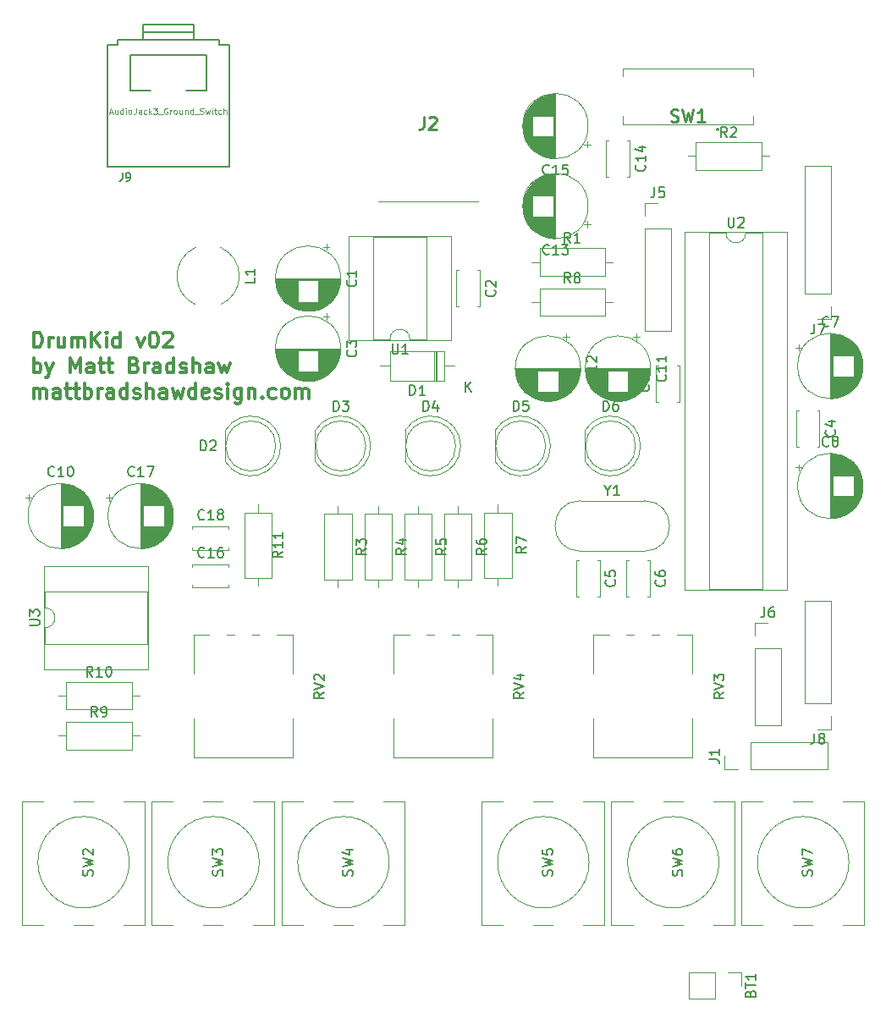
<source format=gbr>
G04 #@! TF.GenerationSoftware,KiCad,Pcbnew,(5.0.1)-3*
G04 #@! TF.CreationDate,2019-05-09T22:35:04+01:00*
G04 #@! TF.ProjectId,drumkid v2,6472756D6B69642076322E6B69636164,rev?*
G04 #@! TF.SameCoordinates,Original*
G04 #@! TF.FileFunction,Legend,Top*
G04 #@! TF.FilePolarity,Positive*
%FSLAX46Y46*%
G04 Gerber Fmt 4.6, Leading zero omitted, Abs format (unit mm)*
G04 Created by KiCad (PCBNEW (5.0.1)-3) date 09/05/2019 22:35:04*
%MOMM*%
%LPD*%
G01*
G04 APERTURE LIST*
%ADD10C,0.300000*%
%ADD11C,0.100000*%
%ADD12C,0.120000*%
%ADD13C,0.200000*%
%ADD14C,0.150000*%
%ADD15C,0.254000*%
G04 APERTURE END LIST*
D10*
X91552142Y-62128571D02*
X91552142Y-60628571D01*
X91909285Y-60628571D01*
X92123571Y-60700000D01*
X92266428Y-60842857D01*
X92337857Y-60985714D01*
X92409285Y-61271428D01*
X92409285Y-61485714D01*
X92337857Y-61771428D01*
X92266428Y-61914285D01*
X92123571Y-62057142D01*
X91909285Y-62128571D01*
X91552142Y-62128571D01*
X93052142Y-62128571D02*
X93052142Y-61128571D01*
X93052142Y-61414285D02*
X93123571Y-61271428D01*
X93195000Y-61200000D01*
X93337857Y-61128571D01*
X93480714Y-61128571D01*
X94623571Y-61128571D02*
X94623571Y-62128571D01*
X93980714Y-61128571D02*
X93980714Y-61914285D01*
X94052142Y-62057142D01*
X94195000Y-62128571D01*
X94409285Y-62128571D01*
X94552142Y-62057142D01*
X94623571Y-61985714D01*
X95337857Y-62128571D02*
X95337857Y-61128571D01*
X95337857Y-61271428D02*
X95409285Y-61200000D01*
X95552142Y-61128571D01*
X95766428Y-61128571D01*
X95909285Y-61200000D01*
X95980714Y-61342857D01*
X95980714Y-62128571D01*
X95980714Y-61342857D02*
X96052142Y-61200000D01*
X96195000Y-61128571D01*
X96409285Y-61128571D01*
X96552142Y-61200000D01*
X96623571Y-61342857D01*
X96623571Y-62128571D01*
X97337857Y-62128571D02*
X97337857Y-60628571D01*
X98195000Y-62128571D02*
X97552142Y-61271428D01*
X98195000Y-60628571D02*
X97337857Y-61485714D01*
X98837857Y-62128571D02*
X98837857Y-61128571D01*
X98837857Y-60628571D02*
X98766428Y-60700000D01*
X98837857Y-60771428D01*
X98909285Y-60700000D01*
X98837857Y-60628571D01*
X98837857Y-60771428D01*
X100195000Y-62128571D02*
X100195000Y-60628571D01*
X100195000Y-62057142D02*
X100052142Y-62128571D01*
X99766428Y-62128571D01*
X99623571Y-62057142D01*
X99552142Y-61985714D01*
X99480714Y-61842857D01*
X99480714Y-61414285D01*
X99552142Y-61271428D01*
X99623571Y-61200000D01*
X99766428Y-61128571D01*
X100052142Y-61128571D01*
X100195000Y-61200000D01*
X101909285Y-61128571D02*
X102266428Y-62128571D01*
X102623571Y-61128571D01*
X103480714Y-60628571D02*
X103623571Y-60628571D01*
X103766428Y-60700000D01*
X103837857Y-60771428D01*
X103909285Y-60914285D01*
X103980714Y-61200000D01*
X103980714Y-61557142D01*
X103909285Y-61842857D01*
X103837857Y-61985714D01*
X103766428Y-62057142D01*
X103623571Y-62128571D01*
X103480714Y-62128571D01*
X103337857Y-62057142D01*
X103266428Y-61985714D01*
X103195000Y-61842857D01*
X103123571Y-61557142D01*
X103123571Y-61200000D01*
X103195000Y-60914285D01*
X103266428Y-60771428D01*
X103337857Y-60700000D01*
X103480714Y-60628571D01*
X104552142Y-60771428D02*
X104623571Y-60700000D01*
X104766428Y-60628571D01*
X105123571Y-60628571D01*
X105266428Y-60700000D01*
X105337857Y-60771428D01*
X105409285Y-60914285D01*
X105409285Y-61057142D01*
X105337857Y-61271428D01*
X104480714Y-62128571D01*
X105409285Y-62128571D01*
X91552142Y-64678571D02*
X91552142Y-63178571D01*
X91552142Y-63750000D02*
X91695000Y-63678571D01*
X91980714Y-63678571D01*
X92123571Y-63750000D01*
X92195000Y-63821428D01*
X92266428Y-63964285D01*
X92266428Y-64392857D01*
X92195000Y-64535714D01*
X92123571Y-64607142D01*
X91980714Y-64678571D01*
X91695000Y-64678571D01*
X91552142Y-64607142D01*
X92766428Y-63678571D02*
X93123571Y-64678571D01*
X93480714Y-63678571D02*
X93123571Y-64678571D01*
X92980714Y-65035714D01*
X92909285Y-65107142D01*
X92766428Y-65178571D01*
X95195000Y-64678571D02*
X95195000Y-63178571D01*
X95695000Y-64250000D01*
X96195000Y-63178571D01*
X96195000Y-64678571D01*
X97552142Y-64678571D02*
X97552142Y-63892857D01*
X97480714Y-63750000D01*
X97337857Y-63678571D01*
X97052142Y-63678571D01*
X96909285Y-63750000D01*
X97552142Y-64607142D02*
X97409285Y-64678571D01*
X97052142Y-64678571D01*
X96909285Y-64607142D01*
X96837857Y-64464285D01*
X96837857Y-64321428D01*
X96909285Y-64178571D01*
X97052142Y-64107142D01*
X97409285Y-64107142D01*
X97552142Y-64035714D01*
X98052142Y-63678571D02*
X98623571Y-63678571D01*
X98266428Y-63178571D02*
X98266428Y-64464285D01*
X98337857Y-64607142D01*
X98480714Y-64678571D01*
X98623571Y-64678571D01*
X98909285Y-63678571D02*
X99480714Y-63678571D01*
X99123571Y-63178571D02*
X99123571Y-64464285D01*
X99195000Y-64607142D01*
X99337857Y-64678571D01*
X99480714Y-64678571D01*
X101623571Y-63892857D02*
X101837857Y-63964285D01*
X101909285Y-64035714D01*
X101980714Y-64178571D01*
X101980714Y-64392857D01*
X101909285Y-64535714D01*
X101837857Y-64607142D01*
X101695000Y-64678571D01*
X101123571Y-64678571D01*
X101123571Y-63178571D01*
X101623571Y-63178571D01*
X101766428Y-63250000D01*
X101837857Y-63321428D01*
X101909285Y-63464285D01*
X101909285Y-63607142D01*
X101837857Y-63750000D01*
X101766428Y-63821428D01*
X101623571Y-63892857D01*
X101123571Y-63892857D01*
X102623571Y-64678571D02*
X102623571Y-63678571D01*
X102623571Y-63964285D02*
X102695000Y-63821428D01*
X102766428Y-63750000D01*
X102909285Y-63678571D01*
X103052142Y-63678571D01*
X104195000Y-64678571D02*
X104195000Y-63892857D01*
X104123571Y-63750000D01*
X103980714Y-63678571D01*
X103695000Y-63678571D01*
X103552142Y-63750000D01*
X104195000Y-64607142D02*
X104052142Y-64678571D01*
X103695000Y-64678571D01*
X103552142Y-64607142D01*
X103480714Y-64464285D01*
X103480714Y-64321428D01*
X103552142Y-64178571D01*
X103695000Y-64107142D01*
X104052142Y-64107142D01*
X104195000Y-64035714D01*
X105552142Y-64678571D02*
X105552142Y-63178571D01*
X105552142Y-64607142D02*
X105409285Y-64678571D01*
X105123571Y-64678571D01*
X104980714Y-64607142D01*
X104909285Y-64535714D01*
X104837857Y-64392857D01*
X104837857Y-63964285D01*
X104909285Y-63821428D01*
X104980714Y-63750000D01*
X105123571Y-63678571D01*
X105409285Y-63678571D01*
X105552142Y-63750000D01*
X106195000Y-64607142D02*
X106337857Y-64678571D01*
X106623571Y-64678571D01*
X106766428Y-64607142D01*
X106837857Y-64464285D01*
X106837857Y-64392857D01*
X106766428Y-64250000D01*
X106623571Y-64178571D01*
X106409285Y-64178571D01*
X106266428Y-64107142D01*
X106195000Y-63964285D01*
X106195000Y-63892857D01*
X106266428Y-63750000D01*
X106409285Y-63678571D01*
X106623571Y-63678571D01*
X106766428Y-63750000D01*
X107480714Y-64678571D02*
X107480714Y-63178571D01*
X108123571Y-64678571D02*
X108123571Y-63892857D01*
X108052142Y-63750000D01*
X107909285Y-63678571D01*
X107695000Y-63678571D01*
X107552142Y-63750000D01*
X107480714Y-63821428D01*
X109480714Y-64678571D02*
X109480714Y-63892857D01*
X109409285Y-63750000D01*
X109266428Y-63678571D01*
X108980714Y-63678571D01*
X108837857Y-63750000D01*
X109480714Y-64607142D02*
X109337857Y-64678571D01*
X108980714Y-64678571D01*
X108837857Y-64607142D01*
X108766428Y-64464285D01*
X108766428Y-64321428D01*
X108837857Y-64178571D01*
X108980714Y-64107142D01*
X109337857Y-64107142D01*
X109480714Y-64035714D01*
X110052142Y-63678571D02*
X110337857Y-64678571D01*
X110623571Y-63964285D01*
X110909285Y-64678571D01*
X111195000Y-63678571D01*
X91552142Y-67228571D02*
X91552142Y-66228571D01*
X91552142Y-66371428D02*
X91623571Y-66300000D01*
X91766428Y-66228571D01*
X91980714Y-66228571D01*
X92123571Y-66300000D01*
X92195000Y-66442857D01*
X92195000Y-67228571D01*
X92195000Y-66442857D02*
X92266428Y-66300000D01*
X92409285Y-66228571D01*
X92623571Y-66228571D01*
X92766428Y-66300000D01*
X92837857Y-66442857D01*
X92837857Y-67228571D01*
X94195000Y-67228571D02*
X94195000Y-66442857D01*
X94123571Y-66300000D01*
X93980714Y-66228571D01*
X93695000Y-66228571D01*
X93552142Y-66300000D01*
X94195000Y-67157142D02*
X94052142Y-67228571D01*
X93695000Y-67228571D01*
X93552142Y-67157142D01*
X93480714Y-67014285D01*
X93480714Y-66871428D01*
X93552142Y-66728571D01*
X93695000Y-66657142D01*
X94052142Y-66657142D01*
X94195000Y-66585714D01*
X94695000Y-66228571D02*
X95266428Y-66228571D01*
X94909285Y-65728571D02*
X94909285Y-67014285D01*
X94980714Y-67157142D01*
X95123571Y-67228571D01*
X95266428Y-67228571D01*
X95552142Y-66228571D02*
X96123571Y-66228571D01*
X95766428Y-65728571D02*
X95766428Y-67014285D01*
X95837857Y-67157142D01*
X95980714Y-67228571D01*
X96123571Y-67228571D01*
X96623571Y-67228571D02*
X96623571Y-65728571D01*
X96623571Y-66300000D02*
X96766428Y-66228571D01*
X97052142Y-66228571D01*
X97195000Y-66300000D01*
X97266428Y-66371428D01*
X97337857Y-66514285D01*
X97337857Y-66942857D01*
X97266428Y-67085714D01*
X97195000Y-67157142D01*
X97052142Y-67228571D01*
X96766428Y-67228571D01*
X96623571Y-67157142D01*
X97980714Y-67228571D02*
X97980714Y-66228571D01*
X97980714Y-66514285D02*
X98052142Y-66371428D01*
X98123571Y-66300000D01*
X98266428Y-66228571D01*
X98409285Y-66228571D01*
X99552142Y-67228571D02*
X99552142Y-66442857D01*
X99480714Y-66300000D01*
X99337857Y-66228571D01*
X99052142Y-66228571D01*
X98909285Y-66300000D01*
X99552142Y-67157142D02*
X99409285Y-67228571D01*
X99052142Y-67228571D01*
X98909285Y-67157142D01*
X98837857Y-67014285D01*
X98837857Y-66871428D01*
X98909285Y-66728571D01*
X99052142Y-66657142D01*
X99409285Y-66657142D01*
X99552142Y-66585714D01*
X100909285Y-67228571D02*
X100909285Y-65728571D01*
X100909285Y-67157142D02*
X100766428Y-67228571D01*
X100480714Y-67228571D01*
X100337857Y-67157142D01*
X100266428Y-67085714D01*
X100195000Y-66942857D01*
X100195000Y-66514285D01*
X100266428Y-66371428D01*
X100337857Y-66300000D01*
X100480714Y-66228571D01*
X100766428Y-66228571D01*
X100909285Y-66300000D01*
X101552142Y-67157142D02*
X101695000Y-67228571D01*
X101980714Y-67228571D01*
X102123571Y-67157142D01*
X102195000Y-67014285D01*
X102195000Y-66942857D01*
X102123571Y-66800000D01*
X101980714Y-66728571D01*
X101766428Y-66728571D01*
X101623571Y-66657142D01*
X101552142Y-66514285D01*
X101552142Y-66442857D01*
X101623571Y-66300000D01*
X101766428Y-66228571D01*
X101980714Y-66228571D01*
X102123571Y-66300000D01*
X102837857Y-67228571D02*
X102837857Y-65728571D01*
X103480714Y-67228571D02*
X103480714Y-66442857D01*
X103409285Y-66300000D01*
X103266428Y-66228571D01*
X103052142Y-66228571D01*
X102909285Y-66300000D01*
X102837857Y-66371428D01*
X104837857Y-67228571D02*
X104837857Y-66442857D01*
X104766428Y-66300000D01*
X104623571Y-66228571D01*
X104337857Y-66228571D01*
X104195000Y-66300000D01*
X104837857Y-67157142D02*
X104695000Y-67228571D01*
X104337857Y-67228571D01*
X104195000Y-67157142D01*
X104123571Y-67014285D01*
X104123571Y-66871428D01*
X104195000Y-66728571D01*
X104337857Y-66657142D01*
X104695000Y-66657142D01*
X104837857Y-66585714D01*
X105409285Y-66228571D02*
X105695000Y-67228571D01*
X105980714Y-66514285D01*
X106266428Y-67228571D01*
X106552142Y-66228571D01*
X107766428Y-67228571D02*
X107766428Y-65728571D01*
X107766428Y-67157142D02*
X107623571Y-67228571D01*
X107337857Y-67228571D01*
X107195000Y-67157142D01*
X107123571Y-67085714D01*
X107052142Y-66942857D01*
X107052142Y-66514285D01*
X107123571Y-66371428D01*
X107195000Y-66300000D01*
X107337857Y-66228571D01*
X107623571Y-66228571D01*
X107766428Y-66300000D01*
X109052142Y-67157142D02*
X108909285Y-67228571D01*
X108623571Y-67228571D01*
X108480714Y-67157142D01*
X108409285Y-67014285D01*
X108409285Y-66442857D01*
X108480714Y-66300000D01*
X108623571Y-66228571D01*
X108909285Y-66228571D01*
X109052142Y-66300000D01*
X109123571Y-66442857D01*
X109123571Y-66585714D01*
X108409285Y-66728571D01*
X109695000Y-67157142D02*
X109837857Y-67228571D01*
X110123571Y-67228571D01*
X110266428Y-67157142D01*
X110337857Y-67014285D01*
X110337857Y-66942857D01*
X110266428Y-66800000D01*
X110123571Y-66728571D01*
X109909285Y-66728571D01*
X109766428Y-66657142D01*
X109695000Y-66514285D01*
X109695000Y-66442857D01*
X109766428Y-66300000D01*
X109909285Y-66228571D01*
X110123571Y-66228571D01*
X110266428Y-66300000D01*
X110980714Y-67228571D02*
X110980714Y-66228571D01*
X110980714Y-65728571D02*
X110909285Y-65800000D01*
X110980714Y-65871428D01*
X111052142Y-65800000D01*
X110980714Y-65728571D01*
X110980714Y-65871428D01*
X112337857Y-66228571D02*
X112337857Y-67442857D01*
X112266428Y-67585714D01*
X112195000Y-67657142D01*
X112052142Y-67728571D01*
X111837857Y-67728571D01*
X111695000Y-67657142D01*
X112337857Y-67157142D02*
X112195000Y-67228571D01*
X111909285Y-67228571D01*
X111766428Y-67157142D01*
X111695000Y-67085714D01*
X111623571Y-66942857D01*
X111623571Y-66514285D01*
X111695000Y-66371428D01*
X111766428Y-66300000D01*
X111909285Y-66228571D01*
X112195000Y-66228571D01*
X112337857Y-66300000D01*
X113052142Y-66228571D02*
X113052142Y-67228571D01*
X113052142Y-66371428D02*
X113123571Y-66300000D01*
X113266428Y-66228571D01*
X113480714Y-66228571D01*
X113623571Y-66300000D01*
X113695000Y-66442857D01*
X113695000Y-67228571D01*
X114409285Y-67085714D02*
X114480714Y-67157142D01*
X114409285Y-67228571D01*
X114337857Y-67157142D01*
X114409285Y-67085714D01*
X114409285Y-67228571D01*
X115766428Y-67157142D02*
X115623571Y-67228571D01*
X115337857Y-67228571D01*
X115195000Y-67157142D01*
X115123571Y-67085714D01*
X115052142Y-66942857D01*
X115052142Y-66514285D01*
X115123571Y-66371428D01*
X115195000Y-66300000D01*
X115337857Y-66228571D01*
X115623571Y-66228571D01*
X115766428Y-66300000D01*
X116623571Y-67228571D02*
X116480714Y-67157142D01*
X116409285Y-67085714D01*
X116337857Y-66942857D01*
X116337857Y-66514285D01*
X116409285Y-66371428D01*
X116480714Y-66300000D01*
X116623571Y-66228571D01*
X116837857Y-66228571D01*
X116980714Y-66300000D01*
X117052142Y-66371428D01*
X117123571Y-66514285D01*
X117123571Y-66942857D01*
X117052142Y-67085714D01*
X116980714Y-67157142D01*
X116837857Y-67228571D01*
X116623571Y-67228571D01*
X117766428Y-67228571D02*
X117766428Y-66228571D01*
X117766428Y-66371428D02*
X117837857Y-66300000D01*
X117980714Y-66228571D01*
X118195000Y-66228571D01*
X118337857Y-66300000D01*
X118409285Y-66442857D01*
X118409285Y-67228571D01*
X118409285Y-66442857D02*
X118480714Y-66300000D01*
X118623571Y-66228571D01*
X118837857Y-66228571D01*
X118980714Y-66300000D01*
X119052142Y-66442857D01*
X119052142Y-67228571D01*
D11*
G04 #@! TO.C,J2*
X126000000Y-47500000D02*
X136000000Y-47500000D01*
D12*
G04 #@! TO.C,SW7*
X173119050Y-113650000D02*
G75*
G03X173119050Y-113650000I-4579050J0D01*
G01*
X164470000Y-119900000D02*
X162350000Y-119900000D01*
X162350000Y-119900000D02*
X162350000Y-107600000D01*
X162350000Y-107600000D02*
X164470000Y-107600000D01*
X167530000Y-107600000D02*
X169470000Y-107600000D01*
X172530000Y-107600000D02*
X174650000Y-107600000D01*
X174650000Y-107600000D02*
X174650000Y-119900000D01*
X174650000Y-119900000D02*
X172530000Y-119900000D01*
X169470000Y-119900000D02*
X167530000Y-119900000D01*
G04 #@! TO.C,J1*
X170950000Y-104330000D02*
X170950000Y-101670000D01*
X163270000Y-104330000D02*
X170950000Y-104330000D01*
X163270000Y-101670000D02*
X170950000Y-101670000D01*
X163270000Y-104330000D02*
X163270000Y-101670000D01*
X162000000Y-104330000D02*
X160670000Y-104330000D01*
X160670000Y-104330000D02*
X160670000Y-103000000D01*
G04 #@! TO.C,C15*
X147020000Y-40000000D02*
G75*
G03X147020000Y-40000000I-3270000J0D01*
G01*
X143750000Y-43230000D02*
X143750000Y-36770000D01*
X143710000Y-43230000D02*
X143710000Y-36770000D01*
X143670000Y-43230000D02*
X143670000Y-36770000D01*
X143630000Y-43228000D02*
X143630000Y-36772000D01*
X143590000Y-43227000D02*
X143590000Y-36773000D01*
X143550000Y-43224000D02*
X143550000Y-36776000D01*
X143510000Y-43222000D02*
X143510000Y-41040000D01*
X143510000Y-38960000D02*
X143510000Y-36778000D01*
X143470000Y-43218000D02*
X143470000Y-41040000D01*
X143470000Y-38960000D02*
X143470000Y-36782000D01*
X143430000Y-43215000D02*
X143430000Y-41040000D01*
X143430000Y-38960000D02*
X143430000Y-36785000D01*
X143390000Y-43211000D02*
X143390000Y-41040000D01*
X143390000Y-38960000D02*
X143390000Y-36789000D01*
X143350000Y-43206000D02*
X143350000Y-41040000D01*
X143350000Y-38960000D02*
X143350000Y-36794000D01*
X143310000Y-43201000D02*
X143310000Y-41040000D01*
X143310000Y-38960000D02*
X143310000Y-36799000D01*
X143270000Y-43195000D02*
X143270000Y-41040000D01*
X143270000Y-38960000D02*
X143270000Y-36805000D01*
X143230000Y-43189000D02*
X143230000Y-41040000D01*
X143230000Y-38960000D02*
X143230000Y-36811000D01*
X143190000Y-43182000D02*
X143190000Y-41040000D01*
X143190000Y-38960000D02*
X143190000Y-36818000D01*
X143150000Y-43175000D02*
X143150000Y-41040000D01*
X143150000Y-38960000D02*
X143150000Y-36825000D01*
X143110000Y-43167000D02*
X143110000Y-41040000D01*
X143110000Y-38960000D02*
X143110000Y-36833000D01*
X143070000Y-43159000D02*
X143070000Y-41040000D01*
X143070000Y-38960000D02*
X143070000Y-36841000D01*
X143029000Y-43150000D02*
X143029000Y-41040000D01*
X143029000Y-38960000D02*
X143029000Y-36850000D01*
X142989000Y-43141000D02*
X142989000Y-41040000D01*
X142989000Y-38960000D02*
X142989000Y-36859000D01*
X142949000Y-43131000D02*
X142949000Y-41040000D01*
X142949000Y-38960000D02*
X142949000Y-36869000D01*
X142909000Y-43121000D02*
X142909000Y-41040000D01*
X142909000Y-38960000D02*
X142909000Y-36879000D01*
X142869000Y-43110000D02*
X142869000Y-41040000D01*
X142869000Y-38960000D02*
X142869000Y-36890000D01*
X142829000Y-43098000D02*
X142829000Y-41040000D01*
X142829000Y-38960000D02*
X142829000Y-36902000D01*
X142789000Y-43086000D02*
X142789000Y-41040000D01*
X142789000Y-38960000D02*
X142789000Y-36914000D01*
X142749000Y-43074000D02*
X142749000Y-41040000D01*
X142749000Y-38960000D02*
X142749000Y-36926000D01*
X142709000Y-43061000D02*
X142709000Y-41040000D01*
X142709000Y-38960000D02*
X142709000Y-36939000D01*
X142669000Y-43047000D02*
X142669000Y-41040000D01*
X142669000Y-38960000D02*
X142669000Y-36953000D01*
X142629000Y-43033000D02*
X142629000Y-41040000D01*
X142629000Y-38960000D02*
X142629000Y-36967000D01*
X142589000Y-43018000D02*
X142589000Y-41040000D01*
X142589000Y-38960000D02*
X142589000Y-36982000D01*
X142549000Y-43002000D02*
X142549000Y-41040000D01*
X142549000Y-38960000D02*
X142549000Y-36998000D01*
X142509000Y-42986000D02*
X142509000Y-41040000D01*
X142509000Y-38960000D02*
X142509000Y-37014000D01*
X142469000Y-42970000D02*
X142469000Y-41040000D01*
X142469000Y-38960000D02*
X142469000Y-37030000D01*
X142429000Y-42952000D02*
X142429000Y-41040000D01*
X142429000Y-38960000D02*
X142429000Y-37048000D01*
X142389000Y-42934000D02*
X142389000Y-41040000D01*
X142389000Y-38960000D02*
X142389000Y-37066000D01*
X142349000Y-42916000D02*
X142349000Y-41040000D01*
X142349000Y-38960000D02*
X142349000Y-37084000D01*
X142309000Y-42896000D02*
X142309000Y-41040000D01*
X142309000Y-38960000D02*
X142309000Y-37104000D01*
X142269000Y-42876000D02*
X142269000Y-41040000D01*
X142269000Y-38960000D02*
X142269000Y-37124000D01*
X142229000Y-42856000D02*
X142229000Y-41040000D01*
X142229000Y-38960000D02*
X142229000Y-37144000D01*
X142189000Y-42834000D02*
X142189000Y-41040000D01*
X142189000Y-38960000D02*
X142189000Y-37166000D01*
X142149000Y-42812000D02*
X142149000Y-41040000D01*
X142149000Y-38960000D02*
X142149000Y-37188000D01*
X142109000Y-42790000D02*
X142109000Y-41040000D01*
X142109000Y-38960000D02*
X142109000Y-37210000D01*
X142069000Y-42766000D02*
X142069000Y-41040000D01*
X142069000Y-38960000D02*
X142069000Y-37234000D01*
X142029000Y-42742000D02*
X142029000Y-41040000D01*
X142029000Y-38960000D02*
X142029000Y-37258000D01*
X141989000Y-42716000D02*
X141989000Y-41040000D01*
X141989000Y-38960000D02*
X141989000Y-37284000D01*
X141949000Y-42690000D02*
X141949000Y-41040000D01*
X141949000Y-38960000D02*
X141949000Y-37310000D01*
X141909000Y-42664000D02*
X141909000Y-41040000D01*
X141909000Y-38960000D02*
X141909000Y-37336000D01*
X141869000Y-42636000D02*
X141869000Y-41040000D01*
X141869000Y-38960000D02*
X141869000Y-37364000D01*
X141829000Y-42607000D02*
X141829000Y-41040000D01*
X141829000Y-38960000D02*
X141829000Y-37393000D01*
X141789000Y-42578000D02*
X141789000Y-41040000D01*
X141789000Y-38960000D02*
X141789000Y-37422000D01*
X141749000Y-42548000D02*
X141749000Y-41040000D01*
X141749000Y-38960000D02*
X141749000Y-37452000D01*
X141709000Y-42516000D02*
X141709000Y-41040000D01*
X141709000Y-38960000D02*
X141709000Y-37484000D01*
X141669000Y-42484000D02*
X141669000Y-41040000D01*
X141669000Y-38960000D02*
X141669000Y-37516000D01*
X141629000Y-42450000D02*
X141629000Y-41040000D01*
X141629000Y-38960000D02*
X141629000Y-37550000D01*
X141589000Y-42416000D02*
X141589000Y-41040000D01*
X141589000Y-38960000D02*
X141589000Y-37584000D01*
X141549000Y-42380000D02*
X141549000Y-41040000D01*
X141549000Y-38960000D02*
X141549000Y-37620000D01*
X141509000Y-42343000D02*
X141509000Y-41040000D01*
X141509000Y-38960000D02*
X141509000Y-37657000D01*
X141469000Y-42305000D02*
X141469000Y-41040000D01*
X141469000Y-38960000D02*
X141469000Y-37695000D01*
X141429000Y-42265000D02*
X141429000Y-37735000D01*
X141389000Y-42224000D02*
X141389000Y-37776000D01*
X141349000Y-42182000D02*
X141349000Y-37818000D01*
X141309000Y-42137000D02*
X141309000Y-37863000D01*
X141269000Y-42092000D02*
X141269000Y-37908000D01*
X141229000Y-42044000D02*
X141229000Y-37956000D01*
X141189000Y-41995000D02*
X141189000Y-38005000D01*
X141149000Y-41944000D02*
X141149000Y-38056000D01*
X141109000Y-41890000D02*
X141109000Y-38110000D01*
X141069000Y-41834000D02*
X141069000Y-38166000D01*
X141029000Y-41776000D02*
X141029000Y-38224000D01*
X140989000Y-41714000D02*
X140989000Y-38286000D01*
X140949000Y-41650000D02*
X140949000Y-38350000D01*
X140909000Y-41581000D02*
X140909000Y-38419000D01*
X140869000Y-41509000D02*
X140869000Y-38491000D01*
X140829000Y-41432000D02*
X140829000Y-38568000D01*
X140789000Y-41350000D02*
X140789000Y-38650000D01*
X140749000Y-41262000D02*
X140749000Y-38738000D01*
X140709000Y-41165000D02*
X140709000Y-38835000D01*
X140669000Y-41059000D02*
X140669000Y-38941000D01*
X140629000Y-40940000D02*
X140629000Y-39060000D01*
X140589000Y-40802000D02*
X140589000Y-39198000D01*
X140549000Y-40633000D02*
X140549000Y-39367000D01*
X140509000Y-40402000D02*
X140509000Y-39598000D01*
X147250241Y-41839000D02*
X146620241Y-41839000D01*
X146935241Y-42154000D02*
X146935241Y-41524000D01*
G04 #@! TO.C,C13*
X146935241Y-50154000D02*
X146935241Y-49524000D01*
X147250241Y-49839000D02*
X146620241Y-49839000D01*
X140509000Y-48402000D02*
X140509000Y-47598000D01*
X140549000Y-48633000D02*
X140549000Y-47367000D01*
X140589000Y-48802000D02*
X140589000Y-47198000D01*
X140629000Y-48940000D02*
X140629000Y-47060000D01*
X140669000Y-49059000D02*
X140669000Y-46941000D01*
X140709000Y-49165000D02*
X140709000Y-46835000D01*
X140749000Y-49262000D02*
X140749000Y-46738000D01*
X140789000Y-49350000D02*
X140789000Y-46650000D01*
X140829000Y-49432000D02*
X140829000Y-46568000D01*
X140869000Y-49509000D02*
X140869000Y-46491000D01*
X140909000Y-49581000D02*
X140909000Y-46419000D01*
X140949000Y-49650000D02*
X140949000Y-46350000D01*
X140989000Y-49714000D02*
X140989000Y-46286000D01*
X141029000Y-49776000D02*
X141029000Y-46224000D01*
X141069000Y-49834000D02*
X141069000Y-46166000D01*
X141109000Y-49890000D02*
X141109000Y-46110000D01*
X141149000Y-49944000D02*
X141149000Y-46056000D01*
X141189000Y-49995000D02*
X141189000Y-46005000D01*
X141229000Y-50044000D02*
X141229000Y-45956000D01*
X141269000Y-50092000D02*
X141269000Y-45908000D01*
X141309000Y-50137000D02*
X141309000Y-45863000D01*
X141349000Y-50182000D02*
X141349000Y-45818000D01*
X141389000Y-50224000D02*
X141389000Y-45776000D01*
X141429000Y-50265000D02*
X141429000Y-45735000D01*
X141469000Y-46960000D02*
X141469000Y-45695000D01*
X141469000Y-50305000D02*
X141469000Y-49040000D01*
X141509000Y-46960000D02*
X141509000Y-45657000D01*
X141509000Y-50343000D02*
X141509000Y-49040000D01*
X141549000Y-46960000D02*
X141549000Y-45620000D01*
X141549000Y-50380000D02*
X141549000Y-49040000D01*
X141589000Y-46960000D02*
X141589000Y-45584000D01*
X141589000Y-50416000D02*
X141589000Y-49040000D01*
X141629000Y-46960000D02*
X141629000Y-45550000D01*
X141629000Y-50450000D02*
X141629000Y-49040000D01*
X141669000Y-46960000D02*
X141669000Y-45516000D01*
X141669000Y-50484000D02*
X141669000Y-49040000D01*
X141709000Y-46960000D02*
X141709000Y-45484000D01*
X141709000Y-50516000D02*
X141709000Y-49040000D01*
X141749000Y-46960000D02*
X141749000Y-45452000D01*
X141749000Y-50548000D02*
X141749000Y-49040000D01*
X141789000Y-46960000D02*
X141789000Y-45422000D01*
X141789000Y-50578000D02*
X141789000Y-49040000D01*
X141829000Y-46960000D02*
X141829000Y-45393000D01*
X141829000Y-50607000D02*
X141829000Y-49040000D01*
X141869000Y-46960000D02*
X141869000Y-45364000D01*
X141869000Y-50636000D02*
X141869000Y-49040000D01*
X141909000Y-46960000D02*
X141909000Y-45336000D01*
X141909000Y-50664000D02*
X141909000Y-49040000D01*
X141949000Y-46960000D02*
X141949000Y-45310000D01*
X141949000Y-50690000D02*
X141949000Y-49040000D01*
X141989000Y-46960000D02*
X141989000Y-45284000D01*
X141989000Y-50716000D02*
X141989000Y-49040000D01*
X142029000Y-46960000D02*
X142029000Y-45258000D01*
X142029000Y-50742000D02*
X142029000Y-49040000D01*
X142069000Y-46960000D02*
X142069000Y-45234000D01*
X142069000Y-50766000D02*
X142069000Y-49040000D01*
X142109000Y-46960000D02*
X142109000Y-45210000D01*
X142109000Y-50790000D02*
X142109000Y-49040000D01*
X142149000Y-46960000D02*
X142149000Y-45188000D01*
X142149000Y-50812000D02*
X142149000Y-49040000D01*
X142189000Y-46960000D02*
X142189000Y-45166000D01*
X142189000Y-50834000D02*
X142189000Y-49040000D01*
X142229000Y-46960000D02*
X142229000Y-45144000D01*
X142229000Y-50856000D02*
X142229000Y-49040000D01*
X142269000Y-46960000D02*
X142269000Y-45124000D01*
X142269000Y-50876000D02*
X142269000Y-49040000D01*
X142309000Y-46960000D02*
X142309000Y-45104000D01*
X142309000Y-50896000D02*
X142309000Y-49040000D01*
X142349000Y-46960000D02*
X142349000Y-45084000D01*
X142349000Y-50916000D02*
X142349000Y-49040000D01*
X142389000Y-46960000D02*
X142389000Y-45066000D01*
X142389000Y-50934000D02*
X142389000Y-49040000D01*
X142429000Y-46960000D02*
X142429000Y-45048000D01*
X142429000Y-50952000D02*
X142429000Y-49040000D01*
X142469000Y-46960000D02*
X142469000Y-45030000D01*
X142469000Y-50970000D02*
X142469000Y-49040000D01*
X142509000Y-46960000D02*
X142509000Y-45014000D01*
X142509000Y-50986000D02*
X142509000Y-49040000D01*
X142549000Y-46960000D02*
X142549000Y-44998000D01*
X142549000Y-51002000D02*
X142549000Y-49040000D01*
X142589000Y-46960000D02*
X142589000Y-44982000D01*
X142589000Y-51018000D02*
X142589000Y-49040000D01*
X142629000Y-46960000D02*
X142629000Y-44967000D01*
X142629000Y-51033000D02*
X142629000Y-49040000D01*
X142669000Y-46960000D02*
X142669000Y-44953000D01*
X142669000Y-51047000D02*
X142669000Y-49040000D01*
X142709000Y-46960000D02*
X142709000Y-44939000D01*
X142709000Y-51061000D02*
X142709000Y-49040000D01*
X142749000Y-46960000D02*
X142749000Y-44926000D01*
X142749000Y-51074000D02*
X142749000Y-49040000D01*
X142789000Y-46960000D02*
X142789000Y-44914000D01*
X142789000Y-51086000D02*
X142789000Y-49040000D01*
X142829000Y-46960000D02*
X142829000Y-44902000D01*
X142829000Y-51098000D02*
X142829000Y-49040000D01*
X142869000Y-46960000D02*
X142869000Y-44890000D01*
X142869000Y-51110000D02*
X142869000Y-49040000D01*
X142909000Y-46960000D02*
X142909000Y-44879000D01*
X142909000Y-51121000D02*
X142909000Y-49040000D01*
X142949000Y-46960000D02*
X142949000Y-44869000D01*
X142949000Y-51131000D02*
X142949000Y-49040000D01*
X142989000Y-46960000D02*
X142989000Y-44859000D01*
X142989000Y-51141000D02*
X142989000Y-49040000D01*
X143029000Y-46960000D02*
X143029000Y-44850000D01*
X143029000Y-51150000D02*
X143029000Y-49040000D01*
X143070000Y-46960000D02*
X143070000Y-44841000D01*
X143070000Y-51159000D02*
X143070000Y-49040000D01*
X143110000Y-46960000D02*
X143110000Y-44833000D01*
X143110000Y-51167000D02*
X143110000Y-49040000D01*
X143150000Y-46960000D02*
X143150000Y-44825000D01*
X143150000Y-51175000D02*
X143150000Y-49040000D01*
X143190000Y-46960000D02*
X143190000Y-44818000D01*
X143190000Y-51182000D02*
X143190000Y-49040000D01*
X143230000Y-46960000D02*
X143230000Y-44811000D01*
X143230000Y-51189000D02*
X143230000Y-49040000D01*
X143270000Y-46960000D02*
X143270000Y-44805000D01*
X143270000Y-51195000D02*
X143270000Y-49040000D01*
X143310000Y-46960000D02*
X143310000Y-44799000D01*
X143310000Y-51201000D02*
X143310000Y-49040000D01*
X143350000Y-46960000D02*
X143350000Y-44794000D01*
X143350000Y-51206000D02*
X143350000Y-49040000D01*
X143390000Y-46960000D02*
X143390000Y-44789000D01*
X143390000Y-51211000D02*
X143390000Y-49040000D01*
X143430000Y-46960000D02*
X143430000Y-44785000D01*
X143430000Y-51215000D02*
X143430000Y-49040000D01*
X143470000Y-46960000D02*
X143470000Y-44782000D01*
X143470000Y-51218000D02*
X143470000Y-49040000D01*
X143510000Y-46960000D02*
X143510000Y-44778000D01*
X143510000Y-51222000D02*
X143510000Y-49040000D01*
X143550000Y-51224000D02*
X143550000Y-44776000D01*
X143590000Y-51227000D02*
X143590000Y-44773000D01*
X143630000Y-51228000D02*
X143630000Y-44772000D01*
X143670000Y-51230000D02*
X143670000Y-44770000D01*
X143710000Y-51230000D02*
X143710000Y-44770000D01*
X143750000Y-51230000D02*
X143750000Y-44770000D01*
X147020000Y-48000000D02*
G75*
G03X147020000Y-48000000I-3270000J0D01*
G01*
G04 #@! TO.C,C12*
X146270000Y-64250000D02*
G75*
G03X146270000Y-64250000I-3270000J0D01*
G01*
X146230000Y-64250000D02*
X139770000Y-64250000D01*
X146230000Y-64290000D02*
X139770000Y-64290000D01*
X146230000Y-64330000D02*
X139770000Y-64330000D01*
X146228000Y-64370000D02*
X139772000Y-64370000D01*
X146227000Y-64410000D02*
X139773000Y-64410000D01*
X146224000Y-64450000D02*
X139776000Y-64450000D01*
X146222000Y-64490000D02*
X144040000Y-64490000D01*
X141960000Y-64490000D02*
X139778000Y-64490000D01*
X146218000Y-64530000D02*
X144040000Y-64530000D01*
X141960000Y-64530000D02*
X139782000Y-64530000D01*
X146215000Y-64570000D02*
X144040000Y-64570000D01*
X141960000Y-64570000D02*
X139785000Y-64570000D01*
X146211000Y-64610000D02*
X144040000Y-64610000D01*
X141960000Y-64610000D02*
X139789000Y-64610000D01*
X146206000Y-64650000D02*
X144040000Y-64650000D01*
X141960000Y-64650000D02*
X139794000Y-64650000D01*
X146201000Y-64690000D02*
X144040000Y-64690000D01*
X141960000Y-64690000D02*
X139799000Y-64690000D01*
X146195000Y-64730000D02*
X144040000Y-64730000D01*
X141960000Y-64730000D02*
X139805000Y-64730000D01*
X146189000Y-64770000D02*
X144040000Y-64770000D01*
X141960000Y-64770000D02*
X139811000Y-64770000D01*
X146182000Y-64810000D02*
X144040000Y-64810000D01*
X141960000Y-64810000D02*
X139818000Y-64810000D01*
X146175000Y-64850000D02*
X144040000Y-64850000D01*
X141960000Y-64850000D02*
X139825000Y-64850000D01*
X146167000Y-64890000D02*
X144040000Y-64890000D01*
X141960000Y-64890000D02*
X139833000Y-64890000D01*
X146159000Y-64930000D02*
X144040000Y-64930000D01*
X141960000Y-64930000D02*
X139841000Y-64930000D01*
X146150000Y-64971000D02*
X144040000Y-64971000D01*
X141960000Y-64971000D02*
X139850000Y-64971000D01*
X146141000Y-65011000D02*
X144040000Y-65011000D01*
X141960000Y-65011000D02*
X139859000Y-65011000D01*
X146131000Y-65051000D02*
X144040000Y-65051000D01*
X141960000Y-65051000D02*
X139869000Y-65051000D01*
X146121000Y-65091000D02*
X144040000Y-65091000D01*
X141960000Y-65091000D02*
X139879000Y-65091000D01*
X146110000Y-65131000D02*
X144040000Y-65131000D01*
X141960000Y-65131000D02*
X139890000Y-65131000D01*
X146098000Y-65171000D02*
X144040000Y-65171000D01*
X141960000Y-65171000D02*
X139902000Y-65171000D01*
X146086000Y-65211000D02*
X144040000Y-65211000D01*
X141960000Y-65211000D02*
X139914000Y-65211000D01*
X146074000Y-65251000D02*
X144040000Y-65251000D01*
X141960000Y-65251000D02*
X139926000Y-65251000D01*
X146061000Y-65291000D02*
X144040000Y-65291000D01*
X141960000Y-65291000D02*
X139939000Y-65291000D01*
X146047000Y-65331000D02*
X144040000Y-65331000D01*
X141960000Y-65331000D02*
X139953000Y-65331000D01*
X146033000Y-65371000D02*
X144040000Y-65371000D01*
X141960000Y-65371000D02*
X139967000Y-65371000D01*
X146018000Y-65411000D02*
X144040000Y-65411000D01*
X141960000Y-65411000D02*
X139982000Y-65411000D01*
X146002000Y-65451000D02*
X144040000Y-65451000D01*
X141960000Y-65451000D02*
X139998000Y-65451000D01*
X145986000Y-65491000D02*
X144040000Y-65491000D01*
X141960000Y-65491000D02*
X140014000Y-65491000D01*
X145970000Y-65531000D02*
X144040000Y-65531000D01*
X141960000Y-65531000D02*
X140030000Y-65531000D01*
X145952000Y-65571000D02*
X144040000Y-65571000D01*
X141960000Y-65571000D02*
X140048000Y-65571000D01*
X145934000Y-65611000D02*
X144040000Y-65611000D01*
X141960000Y-65611000D02*
X140066000Y-65611000D01*
X145916000Y-65651000D02*
X144040000Y-65651000D01*
X141960000Y-65651000D02*
X140084000Y-65651000D01*
X145896000Y-65691000D02*
X144040000Y-65691000D01*
X141960000Y-65691000D02*
X140104000Y-65691000D01*
X145876000Y-65731000D02*
X144040000Y-65731000D01*
X141960000Y-65731000D02*
X140124000Y-65731000D01*
X145856000Y-65771000D02*
X144040000Y-65771000D01*
X141960000Y-65771000D02*
X140144000Y-65771000D01*
X145834000Y-65811000D02*
X144040000Y-65811000D01*
X141960000Y-65811000D02*
X140166000Y-65811000D01*
X145812000Y-65851000D02*
X144040000Y-65851000D01*
X141960000Y-65851000D02*
X140188000Y-65851000D01*
X145790000Y-65891000D02*
X144040000Y-65891000D01*
X141960000Y-65891000D02*
X140210000Y-65891000D01*
X145766000Y-65931000D02*
X144040000Y-65931000D01*
X141960000Y-65931000D02*
X140234000Y-65931000D01*
X145742000Y-65971000D02*
X144040000Y-65971000D01*
X141960000Y-65971000D02*
X140258000Y-65971000D01*
X145716000Y-66011000D02*
X144040000Y-66011000D01*
X141960000Y-66011000D02*
X140284000Y-66011000D01*
X145690000Y-66051000D02*
X144040000Y-66051000D01*
X141960000Y-66051000D02*
X140310000Y-66051000D01*
X145664000Y-66091000D02*
X144040000Y-66091000D01*
X141960000Y-66091000D02*
X140336000Y-66091000D01*
X145636000Y-66131000D02*
X144040000Y-66131000D01*
X141960000Y-66131000D02*
X140364000Y-66131000D01*
X145607000Y-66171000D02*
X144040000Y-66171000D01*
X141960000Y-66171000D02*
X140393000Y-66171000D01*
X145578000Y-66211000D02*
X144040000Y-66211000D01*
X141960000Y-66211000D02*
X140422000Y-66211000D01*
X145548000Y-66251000D02*
X144040000Y-66251000D01*
X141960000Y-66251000D02*
X140452000Y-66251000D01*
X145516000Y-66291000D02*
X144040000Y-66291000D01*
X141960000Y-66291000D02*
X140484000Y-66291000D01*
X145484000Y-66331000D02*
X144040000Y-66331000D01*
X141960000Y-66331000D02*
X140516000Y-66331000D01*
X145450000Y-66371000D02*
X144040000Y-66371000D01*
X141960000Y-66371000D02*
X140550000Y-66371000D01*
X145416000Y-66411000D02*
X144040000Y-66411000D01*
X141960000Y-66411000D02*
X140584000Y-66411000D01*
X145380000Y-66451000D02*
X144040000Y-66451000D01*
X141960000Y-66451000D02*
X140620000Y-66451000D01*
X145343000Y-66491000D02*
X144040000Y-66491000D01*
X141960000Y-66491000D02*
X140657000Y-66491000D01*
X145305000Y-66531000D02*
X144040000Y-66531000D01*
X141960000Y-66531000D02*
X140695000Y-66531000D01*
X145265000Y-66571000D02*
X140735000Y-66571000D01*
X145224000Y-66611000D02*
X140776000Y-66611000D01*
X145182000Y-66651000D02*
X140818000Y-66651000D01*
X145137000Y-66691000D02*
X140863000Y-66691000D01*
X145092000Y-66731000D02*
X140908000Y-66731000D01*
X145044000Y-66771000D02*
X140956000Y-66771000D01*
X144995000Y-66811000D02*
X141005000Y-66811000D01*
X144944000Y-66851000D02*
X141056000Y-66851000D01*
X144890000Y-66891000D02*
X141110000Y-66891000D01*
X144834000Y-66931000D02*
X141166000Y-66931000D01*
X144776000Y-66971000D02*
X141224000Y-66971000D01*
X144714000Y-67011000D02*
X141286000Y-67011000D01*
X144650000Y-67051000D02*
X141350000Y-67051000D01*
X144581000Y-67091000D02*
X141419000Y-67091000D01*
X144509000Y-67131000D02*
X141491000Y-67131000D01*
X144432000Y-67171000D02*
X141568000Y-67171000D01*
X144350000Y-67211000D02*
X141650000Y-67211000D01*
X144262000Y-67251000D02*
X141738000Y-67251000D01*
X144165000Y-67291000D02*
X141835000Y-67291000D01*
X144059000Y-67331000D02*
X141941000Y-67331000D01*
X143940000Y-67371000D02*
X142060000Y-67371000D01*
X143802000Y-67411000D02*
X142198000Y-67411000D01*
X143633000Y-67451000D02*
X142367000Y-67451000D01*
X143402000Y-67491000D02*
X142598000Y-67491000D01*
X144839000Y-60749759D02*
X144839000Y-61379759D01*
X145154000Y-61064759D02*
X144524000Y-61064759D01*
G04 #@! TO.C,C11*
X152154000Y-61064759D02*
X151524000Y-61064759D01*
X151839000Y-60749759D02*
X151839000Y-61379759D01*
X150402000Y-67491000D02*
X149598000Y-67491000D01*
X150633000Y-67451000D02*
X149367000Y-67451000D01*
X150802000Y-67411000D02*
X149198000Y-67411000D01*
X150940000Y-67371000D02*
X149060000Y-67371000D01*
X151059000Y-67331000D02*
X148941000Y-67331000D01*
X151165000Y-67291000D02*
X148835000Y-67291000D01*
X151262000Y-67251000D02*
X148738000Y-67251000D01*
X151350000Y-67211000D02*
X148650000Y-67211000D01*
X151432000Y-67171000D02*
X148568000Y-67171000D01*
X151509000Y-67131000D02*
X148491000Y-67131000D01*
X151581000Y-67091000D02*
X148419000Y-67091000D01*
X151650000Y-67051000D02*
X148350000Y-67051000D01*
X151714000Y-67011000D02*
X148286000Y-67011000D01*
X151776000Y-66971000D02*
X148224000Y-66971000D01*
X151834000Y-66931000D02*
X148166000Y-66931000D01*
X151890000Y-66891000D02*
X148110000Y-66891000D01*
X151944000Y-66851000D02*
X148056000Y-66851000D01*
X151995000Y-66811000D02*
X148005000Y-66811000D01*
X152044000Y-66771000D02*
X147956000Y-66771000D01*
X152092000Y-66731000D02*
X147908000Y-66731000D01*
X152137000Y-66691000D02*
X147863000Y-66691000D01*
X152182000Y-66651000D02*
X147818000Y-66651000D01*
X152224000Y-66611000D02*
X147776000Y-66611000D01*
X152265000Y-66571000D02*
X147735000Y-66571000D01*
X148960000Y-66531000D02*
X147695000Y-66531000D01*
X152305000Y-66531000D02*
X151040000Y-66531000D01*
X148960000Y-66491000D02*
X147657000Y-66491000D01*
X152343000Y-66491000D02*
X151040000Y-66491000D01*
X148960000Y-66451000D02*
X147620000Y-66451000D01*
X152380000Y-66451000D02*
X151040000Y-66451000D01*
X148960000Y-66411000D02*
X147584000Y-66411000D01*
X152416000Y-66411000D02*
X151040000Y-66411000D01*
X148960000Y-66371000D02*
X147550000Y-66371000D01*
X152450000Y-66371000D02*
X151040000Y-66371000D01*
X148960000Y-66331000D02*
X147516000Y-66331000D01*
X152484000Y-66331000D02*
X151040000Y-66331000D01*
X148960000Y-66291000D02*
X147484000Y-66291000D01*
X152516000Y-66291000D02*
X151040000Y-66291000D01*
X148960000Y-66251000D02*
X147452000Y-66251000D01*
X152548000Y-66251000D02*
X151040000Y-66251000D01*
X148960000Y-66211000D02*
X147422000Y-66211000D01*
X152578000Y-66211000D02*
X151040000Y-66211000D01*
X148960000Y-66171000D02*
X147393000Y-66171000D01*
X152607000Y-66171000D02*
X151040000Y-66171000D01*
X148960000Y-66131000D02*
X147364000Y-66131000D01*
X152636000Y-66131000D02*
X151040000Y-66131000D01*
X148960000Y-66091000D02*
X147336000Y-66091000D01*
X152664000Y-66091000D02*
X151040000Y-66091000D01*
X148960000Y-66051000D02*
X147310000Y-66051000D01*
X152690000Y-66051000D02*
X151040000Y-66051000D01*
X148960000Y-66011000D02*
X147284000Y-66011000D01*
X152716000Y-66011000D02*
X151040000Y-66011000D01*
X148960000Y-65971000D02*
X147258000Y-65971000D01*
X152742000Y-65971000D02*
X151040000Y-65971000D01*
X148960000Y-65931000D02*
X147234000Y-65931000D01*
X152766000Y-65931000D02*
X151040000Y-65931000D01*
X148960000Y-65891000D02*
X147210000Y-65891000D01*
X152790000Y-65891000D02*
X151040000Y-65891000D01*
X148960000Y-65851000D02*
X147188000Y-65851000D01*
X152812000Y-65851000D02*
X151040000Y-65851000D01*
X148960000Y-65811000D02*
X147166000Y-65811000D01*
X152834000Y-65811000D02*
X151040000Y-65811000D01*
X148960000Y-65771000D02*
X147144000Y-65771000D01*
X152856000Y-65771000D02*
X151040000Y-65771000D01*
X148960000Y-65731000D02*
X147124000Y-65731000D01*
X152876000Y-65731000D02*
X151040000Y-65731000D01*
X148960000Y-65691000D02*
X147104000Y-65691000D01*
X152896000Y-65691000D02*
X151040000Y-65691000D01*
X148960000Y-65651000D02*
X147084000Y-65651000D01*
X152916000Y-65651000D02*
X151040000Y-65651000D01*
X148960000Y-65611000D02*
X147066000Y-65611000D01*
X152934000Y-65611000D02*
X151040000Y-65611000D01*
X148960000Y-65571000D02*
X147048000Y-65571000D01*
X152952000Y-65571000D02*
X151040000Y-65571000D01*
X148960000Y-65531000D02*
X147030000Y-65531000D01*
X152970000Y-65531000D02*
X151040000Y-65531000D01*
X148960000Y-65491000D02*
X147014000Y-65491000D01*
X152986000Y-65491000D02*
X151040000Y-65491000D01*
X148960000Y-65451000D02*
X146998000Y-65451000D01*
X153002000Y-65451000D02*
X151040000Y-65451000D01*
X148960000Y-65411000D02*
X146982000Y-65411000D01*
X153018000Y-65411000D02*
X151040000Y-65411000D01*
X148960000Y-65371000D02*
X146967000Y-65371000D01*
X153033000Y-65371000D02*
X151040000Y-65371000D01*
X148960000Y-65331000D02*
X146953000Y-65331000D01*
X153047000Y-65331000D02*
X151040000Y-65331000D01*
X148960000Y-65291000D02*
X146939000Y-65291000D01*
X153061000Y-65291000D02*
X151040000Y-65291000D01*
X148960000Y-65251000D02*
X146926000Y-65251000D01*
X153074000Y-65251000D02*
X151040000Y-65251000D01*
X148960000Y-65211000D02*
X146914000Y-65211000D01*
X153086000Y-65211000D02*
X151040000Y-65211000D01*
X148960000Y-65171000D02*
X146902000Y-65171000D01*
X153098000Y-65171000D02*
X151040000Y-65171000D01*
X148960000Y-65131000D02*
X146890000Y-65131000D01*
X153110000Y-65131000D02*
X151040000Y-65131000D01*
X148960000Y-65091000D02*
X146879000Y-65091000D01*
X153121000Y-65091000D02*
X151040000Y-65091000D01*
X148960000Y-65051000D02*
X146869000Y-65051000D01*
X153131000Y-65051000D02*
X151040000Y-65051000D01*
X148960000Y-65011000D02*
X146859000Y-65011000D01*
X153141000Y-65011000D02*
X151040000Y-65011000D01*
X148960000Y-64971000D02*
X146850000Y-64971000D01*
X153150000Y-64971000D02*
X151040000Y-64971000D01*
X148960000Y-64930000D02*
X146841000Y-64930000D01*
X153159000Y-64930000D02*
X151040000Y-64930000D01*
X148960000Y-64890000D02*
X146833000Y-64890000D01*
X153167000Y-64890000D02*
X151040000Y-64890000D01*
X148960000Y-64850000D02*
X146825000Y-64850000D01*
X153175000Y-64850000D02*
X151040000Y-64850000D01*
X148960000Y-64810000D02*
X146818000Y-64810000D01*
X153182000Y-64810000D02*
X151040000Y-64810000D01*
X148960000Y-64770000D02*
X146811000Y-64770000D01*
X153189000Y-64770000D02*
X151040000Y-64770000D01*
X148960000Y-64730000D02*
X146805000Y-64730000D01*
X153195000Y-64730000D02*
X151040000Y-64730000D01*
X148960000Y-64690000D02*
X146799000Y-64690000D01*
X153201000Y-64690000D02*
X151040000Y-64690000D01*
X148960000Y-64650000D02*
X146794000Y-64650000D01*
X153206000Y-64650000D02*
X151040000Y-64650000D01*
X148960000Y-64610000D02*
X146789000Y-64610000D01*
X153211000Y-64610000D02*
X151040000Y-64610000D01*
X148960000Y-64570000D02*
X146785000Y-64570000D01*
X153215000Y-64570000D02*
X151040000Y-64570000D01*
X148960000Y-64530000D02*
X146782000Y-64530000D01*
X153218000Y-64530000D02*
X151040000Y-64530000D01*
X148960000Y-64490000D02*
X146778000Y-64490000D01*
X153222000Y-64490000D02*
X151040000Y-64490000D01*
X153224000Y-64450000D02*
X146776000Y-64450000D01*
X153227000Y-64410000D02*
X146773000Y-64410000D01*
X153228000Y-64370000D02*
X146772000Y-64370000D01*
X153230000Y-64330000D02*
X146770000Y-64330000D01*
X153230000Y-64290000D02*
X146770000Y-64290000D01*
X153230000Y-64250000D02*
X146770000Y-64250000D01*
X153270000Y-64250000D02*
G75*
G03X153270000Y-64250000I-3270000J0D01*
G01*
G04 #@! TO.C,C17*
X105520000Y-79000000D02*
G75*
G03X105520000Y-79000000I-3270000J0D01*
G01*
X102250000Y-75770000D02*
X102250000Y-82230000D01*
X102290000Y-75770000D02*
X102290000Y-82230000D01*
X102330000Y-75770000D02*
X102330000Y-82230000D01*
X102370000Y-75772000D02*
X102370000Y-82228000D01*
X102410000Y-75773000D02*
X102410000Y-82227000D01*
X102450000Y-75776000D02*
X102450000Y-82224000D01*
X102490000Y-75778000D02*
X102490000Y-77960000D01*
X102490000Y-80040000D02*
X102490000Y-82222000D01*
X102530000Y-75782000D02*
X102530000Y-77960000D01*
X102530000Y-80040000D02*
X102530000Y-82218000D01*
X102570000Y-75785000D02*
X102570000Y-77960000D01*
X102570000Y-80040000D02*
X102570000Y-82215000D01*
X102610000Y-75789000D02*
X102610000Y-77960000D01*
X102610000Y-80040000D02*
X102610000Y-82211000D01*
X102650000Y-75794000D02*
X102650000Y-77960000D01*
X102650000Y-80040000D02*
X102650000Y-82206000D01*
X102690000Y-75799000D02*
X102690000Y-77960000D01*
X102690000Y-80040000D02*
X102690000Y-82201000D01*
X102730000Y-75805000D02*
X102730000Y-77960000D01*
X102730000Y-80040000D02*
X102730000Y-82195000D01*
X102770000Y-75811000D02*
X102770000Y-77960000D01*
X102770000Y-80040000D02*
X102770000Y-82189000D01*
X102810000Y-75818000D02*
X102810000Y-77960000D01*
X102810000Y-80040000D02*
X102810000Y-82182000D01*
X102850000Y-75825000D02*
X102850000Y-77960000D01*
X102850000Y-80040000D02*
X102850000Y-82175000D01*
X102890000Y-75833000D02*
X102890000Y-77960000D01*
X102890000Y-80040000D02*
X102890000Y-82167000D01*
X102930000Y-75841000D02*
X102930000Y-77960000D01*
X102930000Y-80040000D02*
X102930000Y-82159000D01*
X102971000Y-75850000D02*
X102971000Y-77960000D01*
X102971000Y-80040000D02*
X102971000Y-82150000D01*
X103011000Y-75859000D02*
X103011000Y-77960000D01*
X103011000Y-80040000D02*
X103011000Y-82141000D01*
X103051000Y-75869000D02*
X103051000Y-77960000D01*
X103051000Y-80040000D02*
X103051000Y-82131000D01*
X103091000Y-75879000D02*
X103091000Y-77960000D01*
X103091000Y-80040000D02*
X103091000Y-82121000D01*
X103131000Y-75890000D02*
X103131000Y-77960000D01*
X103131000Y-80040000D02*
X103131000Y-82110000D01*
X103171000Y-75902000D02*
X103171000Y-77960000D01*
X103171000Y-80040000D02*
X103171000Y-82098000D01*
X103211000Y-75914000D02*
X103211000Y-77960000D01*
X103211000Y-80040000D02*
X103211000Y-82086000D01*
X103251000Y-75926000D02*
X103251000Y-77960000D01*
X103251000Y-80040000D02*
X103251000Y-82074000D01*
X103291000Y-75939000D02*
X103291000Y-77960000D01*
X103291000Y-80040000D02*
X103291000Y-82061000D01*
X103331000Y-75953000D02*
X103331000Y-77960000D01*
X103331000Y-80040000D02*
X103331000Y-82047000D01*
X103371000Y-75967000D02*
X103371000Y-77960000D01*
X103371000Y-80040000D02*
X103371000Y-82033000D01*
X103411000Y-75982000D02*
X103411000Y-77960000D01*
X103411000Y-80040000D02*
X103411000Y-82018000D01*
X103451000Y-75998000D02*
X103451000Y-77960000D01*
X103451000Y-80040000D02*
X103451000Y-82002000D01*
X103491000Y-76014000D02*
X103491000Y-77960000D01*
X103491000Y-80040000D02*
X103491000Y-81986000D01*
X103531000Y-76030000D02*
X103531000Y-77960000D01*
X103531000Y-80040000D02*
X103531000Y-81970000D01*
X103571000Y-76048000D02*
X103571000Y-77960000D01*
X103571000Y-80040000D02*
X103571000Y-81952000D01*
X103611000Y-76066000D02*
X103611000Y-77960000D01*
X103611000Y-80040000D02*
X103611000Y-81934000D01*
X103651000Y-76084000D02*
X103651000Y-77960000D01*
X103651000Y-80040000D02*
X103651000Y-81916000D01*
X103691000Y-76104000D02*
X103691000Y-77960000D01*
X103691000Y-80040000D02*
X103691000Y-81896000D01*
X103731000Y-76124000D02*
X103731000Y-77960000D01*
X103731000Y-80040000D02*
X103731000Y-81876000D01*
X103771000Y-76144000D02*
X103771000Y-77960000D01*
X103771000Y-80040000D02*
X103771000Y-81856000D01*
X103811000Y-76166000D02*
X103811000Y-77960000D01*
X103811000Y-80040000D02*
X103811000Y-81834000D01*
X103851000Y-76188000D02*
X103851000Y-77960000D01*
X103851000Y-80040000D02*
X103851000Y-81812000D01*
X103891000Y-76210000D02*
X103891000Y-77960000D01*
X103891000Y-80040000D02*
X103891000Y-81790000D01*
X103931000Y-76234000D02*
X103931000Y-77960000D01*
X103931000Y-80040000D02*
X103931000Y-81766000D01*
X103971000Y-76258000D02*
X103971000Y-77960000D01*
X103971000Y-80040000D02*
X103971000Y-81742000D01*
X104011000Y-76284000D02*
X104011000Y-77960000D01*
X104011000Y-80040000D02*
X104011000Y-81716000D01*
X104051000Y-76310000D02*
X104051000Y-77960000D01*
X104051000Y-80040000D02*
X104051000Y-81690000D01*
X104091000Y-76336000D02*
X104091000Y-77960000D01*
X104091000Y-80040000D02*
X104091000Y-81664000D01*
X104131000Y-76364000D02*
X104131000Y-77960000D01*
X104131000Y-80040000D02*
X104131000Y-81636000D01*
X104171000Y-76393000D02*
X104171000Y-77960000D01*
X104171000Y-80040000D02*
X104171000Y-81607000D01*
X104211000Y-76422000D02*
X104211000Y-77960000D01*
X104211000Y-80040000D02*
X104211000Y-81578000D01*
X104251000Y-76452000D02*
X104251000Y-77960000D01*
X104251000Y-80040000D02*
X104251000Y-81548000D01*
X104291000Y-76484000D02*
X104291000Y-77960000D01*
X104291000Y-80040000D02*
X104291000Y-81516000D01*
X104331000Y-76516000D02*
X104331000Y-77960000D01*
X104331000Y-80040000D02*
X104331000Y-81484000D01*
X104371000Y-76550000D02*
X104371000Y-77960000D01*
X104371000Y-80040000D02*
X104371000Y-81450000D01*
X104411000Y-76584000D02*
X104411000Y-77960000D01*
X104411000Y-80040000D02*
X104411000Y-81416000D01*
X104451000Y-76620000D02*
X104451000Y-77960000D01*
X104451000Y-80040000D02*
X104451000Y-81380000D01*
X104491000Y-76657000D02*
X104491000Y-77960000D01*
X104491000Y-80040000D02*
X104491000Y-81343000D01*
X104531000Y-76695000D02*
X104531000Y-77960000D01*
X104531000Y-80040000D02*
X104531000Y-81305000D01*
X104571000Y-76735000D02*
X104571000Y-81265000D01*
X104611000Y-76776000D02*
X104611000Y-81224000D01*
X104651000Y-76818000D02*
X104651000Y-81182000D01*
X104691000Y-76863000D02*
X104691000Y-81137000D01*
X104731000Y-76908000D02*
X104731000Y-81092000D01*
X104771000Y-76956000D02*
X104771000Y-81044000D01*
X104811000Y-77005000D02*
X104811000Y-80995000D01*
X104851000Y-77056000D02*
X104851000Y-80944000D01*
X104891000Y-77110000D02*
X104891000Y-80890000D01*
X104931000Y-77166000D02*
X104931000Y-80834000D01*
X104971000Y-77224000D02*
X104971000Y-80776000D01*
X105011000Y-77286000D02*
X105011000Y-80714000D01*
X105051000Y-77350000D02*
X105051000Y-80650000D01*
X105091000Y-77419000D02*
X105091000Y-80581000D01*
X105131000Y-77491000D02*
X105131000Y-80509000D01*
X105171000Y-77568000D02*
X105171000Y-80432000D01*
X105211000Y-77650000D02*
X105211000Y-80350000D01*
X105251000Y-77738000D02*
X105251000Y-80262000D01*
X105291000Y-77835000D02*
X105291000Y-80165000D01*
X105331000Y-77941000D02*
X105331000Y-80059000D01*
X105371000Y-78060000D02*
X105371000Y-79940000D01*
X105411000Y-78198000D02*
X105411000Y-79802000D01*
X105451000Y-78367000D02*
X105451000Y-79633000D01*
X105491000Y-78598000D02*
X105491000Y-79402000D01*
X98749759Y-77161000D02*
X99379759Y-77161000D01*
X99064759Y-76846000D02*
X99064759Y-77476000D01*
G04 #@! TO.C,C16*
X107430000Y-83830000D02*
X111070000Y-83830000D01*
X107430000Y-86170000D02*
X111070000Y-86170000D01*
X107430000Y-83830000D02*
X107430000Y-84075000D01*
X107430000Y-85925000D02*
X107430000Y-86170000D01*
X111070000Y-83830000D02*
X111070000Y-84075000D01*
X111070000Y-85925000D02*
X111070000Y-86170000D01*
G04 #@! TO.C,C18*
X111070000Y-82150001D02*
X111070000Y-82395001D01*
X111070000Y-80055001D02*
X111070000Y-80300001D01*
X107430000Y-82150001D02*
X107430000Y-82395001D01*
X107430000Y-80055001D02*
X107430000Y-80300001D01*
X107430000Y-82395001D02*
X111070000Y-82395001D01*
X107430000Y-80055001D02*
X111070000Y-80055001D01*
G04 #@! TO.C,C14*
X151170000Y-41430000D02*
X151170000Y-45070000D01*
X148830000Y-41430000D02*
X148830000Y-45070000D01*
X151170000Y-41430000D02*
X150925000Y-41430000D01*
X149075000Y-41430000D02*
X148830000Y-41430000D01*
X151170000Y-45070000D02*
X150925000Y-45070000D01*
X149075000Y-45070000D02*
X148830000Y-45070000D01*
G04 #@! TO.C,R11*
X112630000Y-85190000D02*
X115370000Y-85190000D01*
X115370000Y-85190000D02*
X115370000Y-78650000D01*
X115370000Y-78650000D02*
X112630000Y-78650000D01*
X112630000Y-78650000D02*
X112630000Y-85190000D01*
X114000000Y-85960000D02*
X114000000Y-85190000D01*
X114000000Y-77880000D02*
X114000000Y-78650000D01*
G04 #@! TO.C,C10*
X97520000Y-79000000D02*
G75*
G03X97520000Y-79000000I-3270000J0D01*
G01*
X94250000Y-75770000D02*
X94250000Y-82230000D01*
X94290000Y-75770000D02*
X94290000Y-82230000D01*
X94330000Y-75770000D02*
X94330000Y-82230000D01*
X94370000Y-75772000D02*
X94370000Y-82228000D01*
X94410000Y-75773000D02*
X94410000Y-82227000D01*
X94450000Y-75776000D02*
X94450000Y-82224000D01*
X94490000Y-75778000D02*
X94490000Y-77960000D01*
X94490000Y-80040000D02*
X94490000Y-82222000D01*
X94530000Y-75782000D02*
X94530000Y-77960000D01*
X94530000Y-80040000D02*
X94530000Y-82218000D01*
X94570000Y-75785000D02*
X94570000Y-77960000D01*
X94570000Y-80040000D02*
X94570000Y-82215000D01*
X94610000Y-75789000D02*
X94610000Y-77960000D01*
X94610000Y-80040000D02*
X94610000Y-82211000D01*
X94650000Y-75794000D02*
X94650000Y-77960000D01*
X94650000Y-80040000D02*
X94650000Y-82206000D01*
X94690000Y-75799000D02*
X94690000Y-77960000D01*
X94690000Y-80040000D02*
X94690000Y-82201000D01*
X94730000Y-75805000D02*
X94730000Y-77960000D01*
X94730000Y-80040000D02*
X94730000Y-82195000D01*
X94770000Y-75811000D02*
X94770000Y-77960000D01*
X94770000Y-80040000D02*
X94770000Y-82189000D01*
X94810000Y-75818000D02*
X94810000Y-77960000D01*
X94810000Y-80040000D02*
X94810000Y-82182000D01*
X94850000Y-75825000D02*
X94850000Y-77960000D01*
X94850000Y-80040000D02*
X94850000Y-82175000D01*
X94890000Y-75833000D02*
X94890000Y-77960000D01*
X94890000Y-80040000D02*
X94890000Y-82167000D01*
X94930000Y-75841000D02*
X94930000Y-77960000D01*
X94930000Y-80040000D02*
X94930000Y-82159000D01*
X94971000Y-75850000D02*
X94971000Y-77960000D01*
X94971000Y-80040000D02*
X94971000Y-82150000D01*
X95011000Y-75859000D02*
X95011000Y-77960000D01*
X95011000Y-80040000D02*
X95011000Y-82141000D01*
X95051000Y-75869000D02*
X95051000Y-77960000D01*
X95051000Y-80040000D02*
X95051000Y-82131000D01*
X95091000Y-75879000D02*
X95091000Y-77960000D01*
X95091000Y-80040000D02*
X95091000Y-82121000D01*
X95131000Y-75890000D02*
X95131000Y-77960000D01*
X95131000Y-80040000D02*
X95131000Y-82110000D01*
X95171000Y-75902000D02*
X95171000Y-77960000D01*
X95171000Y-80040000D02*
X95171000Y-82098000D01*
X95211000Y-75914000D02*
X95211000Y-77960000D01*
X95211000Y-80040000D02*
X95211000Y-82086000D01*
X95251000Y-75926000D02*
X95251000Y-77960000D01*
X95251000Y-80040000D02*
X95251000Y-82074000D01*
X95291000Y-75939000D02*
X95291000Y-77960000D01*
X95291000Y-80040000D02*
X95291000Y-82061000D01*
X95331000Y-75953000D02*
X95331000Y-77960000D01*
X95331000Y-80040000D02*
X95331000Y-82047000D01*
X95371000Y-75967000D02*
X95371000Y-77960000D01*
X95371000Y-80040000D02*
X95371000Y-82033000D01*
X95411000Y-75982000D02*
X95411000Y-77960000D01*
X95411000Y-80040000D02*
X95411000Y-82018000D01*
X95451000Y-75998000D02*
X95451000Y-77960000D01*
X95451000Y-80040000D02*
X95451000Y-82002000D01*
X95491000Y-76014000D02*
X95491000Y-77960000D01*
X95491000Y-80040000D02*
X95491000Y-81986000D01*
X95531000Y-76030000D02*
X95531000Y-77960000D01*
X95531000Y-80040000D02*
X95531000Y-81970000D01*
X95571000Y-76048000D02*
X95571000Y-77960000D01*
X95571000Y-80040000D02*
X95571000Y-81952000D01*
X95611000Y-76066000D02*
X95611000Y-77960000D01*
X95611000Y-80040000D02*
X95611000Y-81934000D01*
X95651000Y-76084000D02*
X95651000Y-77960000D01*
X95651000Y-80040000D02*
X95651000Y-81916000D01*
X95691000Y-76104000D02*
X95691000Y-77960000D01*
X95691000Y-80040000D02*
X95691000Y-81896000D01*
X95731000Y-76124000D02*
X95731000Y-77960000D01*
X95731000Y-80040000D02*
X95731000Y-81876000D01*
X95771000Y-76144000D02*
X95771000Y-77960000D01*
X95771000Y-80040000D02*
X95771000Y-81856000D01*
X95811000Y-76166000D02*
X95811000Y-77960000D01*
X95811000Y-80040000D02*
X95811000Y-81834000D01*
X95851000Y-76188000D02*
X95851000Y-77960000D01*
X95851000Y-80040000D02*
X95851000Y-81812000D01*
X95891000Y-76210000D02*
X95891000Y-77960000D01*
X95891000Y-80040000D02*
X95891000Y-81790000D01*
X95931000Y-76234000D02*
X95931000Y-77960000D01*
X95931000Y-80040000D02*
X95931000Y-81766000D01*
X95971000Y-76258000D02*
X95971000Y-77960000D01*
X95971000Y-80040000D02*
X95971000Y-81742000D01*
X96011000Y-76284000D02*
X96011000Y-77960000D01*
X96011000Y-80040000D02*
X96011000Y-81716000D01*
X96051000Y-76310000D02*
X96051000Y-77960000D01*
X96051000Y-80040000D02*
X96051000Y-81690000D01*
X96091000Y-76336000D02*
X96091000Y-77960000D01*
X96091000Y-80040000D02*
X96091000Y-81664000D01*
X96131000Y-76364000D02*
X96131000Y-77960000D01*
X96131000Y-80040000D02*
X96131000Y-81636000D01*
X96171000Y-76393000D02*
X96171000Y-77960000D01*
X96171000Y-80040000D02*
X96171000Y-81607000D01*
X96211000Y-76422000D02*
X96211000Y-77960000D01*
X96211000Y-80040000D02*
X96211000Y-81578000D01*
X96251000Y-76452000D02*
X96251000Y-77960000D01*
X96251000Y-80040000D02*
X96251000Y-81548000D01*
X96291000Y-76484000D02*
X96291000Y-77960000D01*
X96291000Y-80040000D02*
X96291000Y-81516000D01*
X96331000Y-76516000D02*
X96331000Y-77960000D01*
X96331000Y-80040000D02*
X96331000Y-81484000D01*
X96371000Y-76550000D02*
X96371000Y-77960000D01*
X96371000Y-80040000D02*
X96371000Y-81450000D01*
X96411000Y-76584000D02*
X96411000Y-77960000D01*
X96411000Y-80040000D02*
X96411000Y-81416000D01*
X96451000Y-76620000D02*
X96451000Y-77960000D01*
X96451000Y-80040000D02*
X96451000Y-81380000D01*
X96491000Y-76657000D02*
X96491000Y-77960000D01*
X96491000Y-80040000D02*
X96491000Y-81343000D01*
X96531000Y-76695000D02*
X96531000Y-77960000D01*
X96531000Y-80040000D02*
X96531000Y-81305000D01*
X96571000Y-76735000D02*
X96571000Y-81265000D01*
X96611000Y-76776000D02*
X96611000Y-81224000D01*
X96651000Y-76818000D02*
X96651000Y-81182000D01*
X96691000Y-76863000D02*
X96691000Y-81137000D01*
X96731000Y-76908000D02*
X96731000Y-81092000D01*
X96771000Y-76956000D02*
X96771000Y-81044000D01*
X96811000Y-77005000D02*
X96811000Y-80995000D01*
X96851000Y-77056000D02*
X96851000Y-80944000D01*
X96891000Y-77110000D02*
X96891000Y-80890000D01*
X96931000Y-77166000D02*
X96931000Y-80834000D01*
X96971000Y-77224000D02*
X96971000Y-80776000D01*
X97011000Y-77286000D02*
X97011000Y-80714000D01*
X97051000Y-77350000D02*
X97051000Y-80650000D01*
X97091000Y-77419000D02*
X97091000Y-80581000D01*
X97131000Y-77491000D02*
X97131000Y-80509000D01*
X97171000Y-77568000D02*
X97171000Y-80432000D01*
X97211000Y-77650000D02*
X97211000Y-80350000D01*
X97251000Y-77738000D02*
X97251000Y-80262000D01*
X97291000Y-77835000D02*
X97291000Y-80165000D01*
X97331000Y-77941000D02*
X97331000Y-80059000D01*
X97371000Y-78060000D02*
X97371000Y-79940000D01*
X97411000Y-78198000D02*
X97411000Y-79802000D01*
X97451000Y-78367000D02*
X97451000Y-79633000D01*
X97491000Y-78598000D02*
X97491000Y-79402000D01*
X90749759Y-77161000D02*
X91379759Y-77161000D01*
X91064759Y-76846000D02*
X91064759Y-77476000D01*
G04 #@! TO.C,C7*
X168064759Y-61846000D02*
X168064759Y-62476000D01*
X167749759Y-62161000D02*
X168379759Y-62161000D01*
X174491000Y-63598000D02*
X174491000Y-64402000D01*
X174451000Y-63367000D02*
X174451000Y-64633000D01*
X174411000Y-63198000D02*
X174411000Y-64802000D01*
X174371000Y-63060000D02*
X174371000Y-64940000D01*
X174331000Y-62941000D02*
X174331000Y-65059000D01*
X174291000Y-62835000D02*
X174291000Y-65165000D01*
X174251000Y-62738000D02*
X174251000Y-65262000D01*
X174211000Y-62650000D02*
X174211000Y-65350000D01*
X174171000Y-62568000D02*
X174171000Y-65432000D01*
X174131000Y-62491000D02*
X174131000Y-65509000D01*
X174091000Y-62419000D02*
X174091000Y-65581000D01*
X174051000Y-62350000D02*
X174051000Y-65650000D01*
X174011000Y-62286000D02*
X174011000Y-65714000D01*
X173971000Y-62224000D02*
X173971000Y-65776000D01*
X173931000Y-62166000D02*
X173931000Y-65834000D01*
X173891000Y-62110000D02*
X173891000Y-65890000D01*
X173851000Y-62056000D02*
X173851000Y-65944000D01*
X173811000Y-62005000D02*
X173811000Y-65995000D01*
X173771000Y-61956000D02*
X173771000Y-66044000D01*
X173731000Y-61908000D02*
X173731000Y-66092000D01*
X173691000Y-61863000D02*
X173691000Y-66137000D01*
X173651000Y-61818000D02*
X173651000Y-66182000D01*
X173611000Y-61776000D02*
X173611000Y-66224000D01*
X173571000Y-61735000D02*
X173571000Y-66265000D01*
X173531000Y-65040000D02*
X173531000Y-66305000D01*
X173531000Y-61695000D02*
X173531000Y-62960000D01*
X173491000Y-65040000D02*
X173491000Y-66343000D01*
X173491000Y-61657000D02*
X173491000Y-62960000D01*
X173451000Y-65040000D02*
X173451000Y-66380000D01*
X173451000Y-61620000D02*
X173451000Y-62960000D01*
X173411000Y-65040000D02*
X173411000Y-66416000D01*
X173411000Y-61584000D02*
X173411000Y-62960000D01*
X173371000Y-65040000D02*
X173371000Y-66450000D01*
X173371000Y-61550000D02*
X173371000Y-62960000D01*
X173331000Y-65040000D02*
X173331000Y-66484000D01*
X173331000Y-61516000D02*
X173331000Y-62960000D01*
X173291000Y-65040000D02*
X173291000Y-66516000D01*
X173291000Y-61484000D02*
X173291000Y-62960000D01*
X173251000Y-65040000D02*
X173251000Y-66548000D01*
X173251000Y-61452000D02*
X173251000Y-62960000D01*
X173211000Y-65040000D02*
X173211000Y-66578000D01*
X173211000Y-61422000D02*
X173211000Y-62960000D01*
X173171000Y-65040000D02*
X173171000Y-66607000D01*
X173171000Y-61393000D02*
X173171000Y-62960000D01*
X173131000Y-65040000D02*
X173131000Y-66636000D01*
X173131000Y-61364000D02*
X173131000Y-62960000D01*
X173091000Y-65040000D02*
X173091000Y-66664000D01*
X173091000Y-61336000D02*
X173091000Y-62960000D01*
X173051000Y-65040000D02*
X173051000Y-66690000D01*
X173051000Y-61310000D02*
X173051000Y-62960000D01*
X173011000Y-65040000D02*
X173011000Y-66716000D01*
X173011000Y-61284000D02*
X173011000Y-62960000D01*
X172971000Y-65040000D02*
X172971000Y-66742000D01*
X172971000Y-61258000D02*
X172971000Y-62960000D01*
X172931000Y-65040000D02*
X172931000Y-66766000D01*
X172931000Y-61234000D02*
X172931000Y-62960000D01*
X172891000Y-65040000D02*
X172891000Y-66790000D01*
X172891000Y-61210000D02*
X172891000Y-62960000D01*
X172851000Y-65040000D02*
X172851000Y-66812000D01*
X172851000Y-61188000D02*
X172851000Y-62960000D01*
X172811000Y-65040000D02*
X172811000Y-66834000D01*
X172811000Y-61166000D02*
X172811000Y-62960000D01*
X172771000Y-65040000D02*
X172771000Y-66856000D01*
X172771000Y-61144000D02*
X172771000Y-62960000D01*
X172731000Y-65040000D02*
X172731000Y-66876000D01*
X172731000Y-61124000D02*
X172731000Y-62960000D01*
X172691000Y-65040000D02*
X172691000Y-66896000D01*
X172691000Y-61104000D02*
X172691000Y-62960000D01*
X172651000Y-65040000D02*
X172651000Y-66916000D01*
X172651000Y-61084000D02*
X172651000Y-62960000D01*
X172611000Y-65040000D02*
X172611000Y-66934000D01*
X172611000Y-61066000D02*
X172611000Y-62960000D01*
X172571000Y-65040000D02*
X172571000Y-66952000D01*
X172571000Y-61048000D02*
X172571000Y-62960000D01*
X172531000Y-65040000D02*
X172531000Y-66970000D01*
X172531000Y-61030000D02*
X172531000Y-62960000D01*
X172491000Y-65040000D02*
X172491000Y-66986000D01*
X172491000Y-61014000D02*
X172491000Y-62960000D01*
X172451000Y-65040000D02*
X172451000Y-67002000D01*
X172451000Y-60998000D02*
X172451000Y-62960000D01*
X172411000Y-65040000D02*
X172411000Y-67018000D01*
X172411000Y-60982000D02*
X172411000Y-62960000D01*
X172371000Y-65040000D02*
X172371000Y-67033000D01*
X172371000Y-60967000D02*
X172371000Y-62960000D01*
X172331000Y-65040000D02*
X172331000Y-67047000D01*
X172331000Y-60953000D02*
X172331000Y-62960000D01*
X172291000Y-65040000D02*
X172291000Y-67061000D01*
X172291000Y-60939000D02*
X172291000Y-62960000D01*
X172251000Y-65040000D02*
X172251000Y-67074000D01*
X172251000Y-60926000D02*
X172251000Y-62960000D01*
X172211000Y-65040000D02*
X172211000Y-67086000D01*
X172211000Y-60914000D02*
X172211000Y-62960000D01*
X172171000Y-65040000D02*
X172171000Y-67098000D01*
X172171000Y-60902000D02*
X172171000Y-62960000D01*
X172131000Y-65040000D02*
X172131000Y-67110000D01*
X172131000Y-60890000D02*
X172131000Y-62960000D01*
X172091000Y-65040000D02*
X172091000Y-67121000D01*
X172091000Y-60879000D02*
X172091000Y-62960000D01*
X172051000Y-65040000D02*
X172051000Y-67131000D01*
X172051000Y-60869000D02*
X172051000Y-62960000D01*
X172011000Y-65040000D02*
X172011000Y-67141000D01*
X172011000Y-60859000D02*
X172011000Y-62960000D01*
X171971000Y-65040000D02*
X171971000Y-67150000D01*
X171971000Y-60850000D02*
X171971000Y-62960000D01*
X171930000Y-65040000D02*
X171930000Y-67159000D01*
X171930000Y-60841000D02*
X171930000Y-62960000D01*
X171890000Y-65040000D02*
X171890000Y-67167000D01*
X171890000Y-60833000D02*
X171890000Y-62960000D01*
X171850000Y-65040000D02*
X171850000Y-67175000D01*
X171850000Y-60825000D02*
X171850000Y-62960000D01*
X171810000Y-65040000D02*
X171810000Y-67182000D01*
X171810000Y-60818000D02*
X171810000Y-62960000D01*
X171770000Y-65040000D02*
X171770000Y-67189000D01*
X171770000Y-60811000D02*
X171770000Y-62960000D01*
X171730000Y-65040000D02*
X171730000Y-67195000D01*
X171730000Y-60805000D02*
X171730000Y-62960000D01*
X171690000Y-65040000D02*
X171690000Y-67201000D01*
X171690000Y-60799000D02*
X171690000Y-62960000D01*
X171650000Y-65040000D02*
X171650000Y-67206000D01*
X171650000Y-60794000D02*
X171650000Y-62960000D01*
X171610000Y-65040000D02*
X171610000Y-67211000D01*
X171610000Y-60789000D02*
X171610000Y-62960000D01*
X171570000Y-65040000D02*
X171570000Y-67215000D01*
X171570000Y-60785000D02*
X171570000Y-62960000D01*
X171530000Y-65040000D02*
X171530000Y-67218000D01*
X171530000Y-60782000D02*
X171530000Y-62960000D01*
X171490000Y-65040000D02*
X171490000Y-67222000D01*
X171490000Y-60778000D02*
X171490000Y-62960000D01*
X171450000Y-60776000D02*
X171450000Y-67224000D01*
X171410000Y-60773000D02*
X171410000Y-67227000D01*
X171370000Y-60772000D02*
X171370000Y-67228000D01*
X171330000Y-60770000D02*
X171330000Y-67230000D01*
X171290000Y-60770000D02*
X171290000Y-67230000D01*
X171250000Y-60770000D02*
X171250000Y-67230000D01*
X174520000Y-64000000D02*
G75*
G03X174520000Y-64000000I-3270000J0D01*
G01*
G04 #@! TO.C,C8*
X174520000Y-76000000D02*
G75*
G03X174520000Y-76000000I-3270000J0D01*
G01*
X171250000Y-72770000D02*
X171250000Y-79230000D01*
X171290000Y-72770000D02*
X171290000Y-79230000D01*
X171330000Y-72770000D02*
X171330000Y-79230000D01*
X171370000Y-72772000D02*
X171370000Y-79228000D01*
X171410000Y-72773000D02*
X171410000Y-79227000D01*
X171450000Y-72776000D02*
X171450000Y-79224000D01*
X171490000Y-72778000D02*
X171490000Y-74960000D01*
X171490000Y-77040000D02*
X171490000Y-79222000D01*
X171530000Y-72782000D02*
X171530000Y-74960000D01*
X171530000Y-77040000D02*
X171530000Y-79218000D01*
X171570000Y-72785000D02*
X171570000Y-74960000D01*
X171570000Y-77040000D02*
X171570000Y-79215000D01*
X171610000Y-72789000D02*
X171610000Y-74960000D01*
X171610000Y-77040000D02*
X171610000Y-79211000D01*
X171650000Y-72794000D02*
X171650000Y-74960000D01*
X171650000Y-77040000D02*
X171650000Y-79206000D01*
X171690000Y-72799000D02*
X171690000Y-74960000D01*
X171690000Y-77040000D02*
X171690000Y-79201000D01*
X171730000Y-72805000D02*
X171730000Y-74960000D01*
X171730000Y-77040000D02*
X171730000Y-79195000D01*
X171770000Y-72811000D02*
X171770000Y-74960000D01*
X171770000Y-77040000D02*
X171770000Y-79189000D01*
X171810000Y-72818000D02*
X171810000Y-74960000D01*
X171810000Y-77040000D02*
X171810000Y-79182000D01*
X171850000Y-72825000D02*
X171850000Y-74960000D01*
X171850000Y-77040000D02*
X171850000Y-79175000D01*
X171890000Y-72833000D02*
X171890000Y-74960000D01*
X171890000Y-77040000D02*
X171890000Y-79167000D01*
X171930000Y-72841000D02*
X171930000Y-74960000D01*
X171930000Y-77040000D02*
X171930000Y-79159000D01*
X171971000Y-72850000D02*
X171971000Y-74960000D01*
X171971000Y-77040000D02*
X171971000Y-79150000D01*
X172011000Y-72859000D02*
X172011000Y-74960000D01*
X172011000Y-77040000D02*
X172011000Y-79141000D01*
X172051000Y-72869000D02*
X172051000Y-74960000D01*
X172051000Y-77040000D02*
X172051000Y-79131000D01*
X172091000Y-72879000D02*
X172091000Y-74960000D01*
X172091000Y-77040000D02*
X172091000Y-79121000D01*
X172131000Y-72890000D02*
X172131000Y-74960000D01*
X172131000Y-77040000D02*
X172131000Y-79110000D01*
X172171000Y-72902000D02*
X172171000Y-74960000D01*
X172171000Y-77040000D02*
X172171000Y-79098000D01*
X172211000Y-72914000D02*
X172211000Y-74960000D01*
X172211000Y-77040000D02*
X172211000Y-79086000D01*
X172251000Y-72926000D02*
X172251000Y-74960000D01*
X172251000Y-77040000D02*
X172251000Y-79074000D01*
X172291000Y-72939000D02*
X172291000Y-74960000D01*
X172291000Y-77040000D02*
X172291000Y-79061000D01*
X172331000Y-72953000D02*
X172331000Y-74960000D01*
X172331000Y-77040000D02*
X172331000Y-79047000D01*
X172371000Y-72967000D02*
X172371000Y-74960000D01*
X172371000Y-77040000D02*
X172371000Y-79033000D01*
X172411000Y-72982000D02*
X172411000Y-74960000D01*
X172411000Y-77040000D02*
X172411000Y-79018000D01*
X172451000Y-72998000D02*
X172451000Y-74960000D01*
X172451000Y-77040000D02*
X172451000Y-79002000D01*
X172491000Y-73014000D02*
X172491000Y-74960000D01*
X172491000Y-77040000D02*
X172491000Y-78986000D01*
X172531000Y-73030000D02*
X172531000Y-74960000D01*
X172531000Y-77040000D02*
X172531000Y-78970000D01*
X172571000Y-73048000D02*
X172571000Y-74960000D01*
X172571000Y-77040000D02*
X172571000Y-78952000D01*
X172611000Y-73066000D02*
X172611000Y-74960000D01*
X172611000Y-77040000D02*
X172611000Y-78934000D01*
X172651000Y-73084000D02*
X172651000Y-74960000D01*
X172651000Y-77040000D02*
X172651000Y-78916000D01*
X172691000Y-73104000D02*
X172691000Y-74960000D01*
X172691000Y-77040000D02*
X172691000Y-78896000D01*
X172731000Y-73124000D02*
X172731000Y-74960000D01*
X172731000Y-77040000D02*
X172731000Y-78876000D01*
X172771000Y-73144000D02*
X172771000Y-74960000D01*
X172771000Y-77040000D02*
X172771000Y-78856000D01*
X172811000Y-73166000D02*
X172811000Y-74960000D01*
X172811000Y-77040000D02*
X172811000Y-78834000D01*
X172851000Y-73188000D02*
X172851000Y-74960000D01*
X172851000Y-77040000D02*
X172851000Y-78812000D01*
X172891000Y-73210000D02*
X172891000Y-74960000D01*
X172891000Y-77040000D02*
X172891000Y-78790000D01*
X172931000Y-73234000D02*
X172931000Y-74960000D01*
X172931000Y-77040000D02*
X172931000Y-78766000D01*
X172971000Y-73258000D02*
X172971000Y-74960000D01*
X172971000Y-77040000D02*
X172971000Y-78742000D01*
X173011000Y-73284000D02*
X173011000Y-74960000D01*
X173011000Y-77040000D02*
X173011000Y-78716000D01*
X173051000Y-73310000D02*
X173051000Y-74960000D01*
X173051000Y-77040000D02*
X173051000Y-78690000D01*
X173091000Y-73336000D02*
X173091000Y-74960000D01*
X173091000Y-77040000D02*
X173091000Y-78664000D01*
X173131000Y-73364000D02*
X173131000Y-74960000D01*
X173131000Y-77040000D02*
X173131000Y-78636000D01*
X173171000Y-73393000D02*
X173171000Y-74960000D01*
X173171000Y-77040000D02*
X173171000Y-78607000D01*
X173211000Y-73422000D02*
X173211000Y-74960000D01*
X173211000Y-77040000D02*
X173211000Y-78578000D01*
X173251000Y-73452000D02*
X173251000Y-74960000D01*
X173251000Y-77040000D02*
X173251000Y-78548000D01*
X173291000Y-73484000D02*
X173291000Y-74960000D01*
X173291000Y-77040000D02*
X173291000Y-78516000D01*
X173331000Y-73516000D02*
X173331000Y-74960000D01*
X173331000Y-77040000D02*
X173331000Y-78484000D01*
X173371000Y-73550000D02*
X173371000Y-74960000D01*
X173371000Y-77040000D02*
X173371000Y-78450000D01*
X173411000Y-73584000D02*
X173411000Y-74960000D01*
X173411000Y-77040000D02*
X173411000Y-78416000D01*
X173451000Y-73620000D02*
X173451000Y-74960000D01*
X173451000Y-77040000D02*
X173451000Y-78380000D01*
X173491000Y-73657000D02*
X173491000Y-74960000D01*
X173491000Y-77040000D02*
X173491000Y-78343000D01*
X173531000Y-73695000D02*
X173531000Y-74960000D01*
X173531000Y-77040000D02*
X173531000Y-78305000D01*
X173571000Y-73735000D02*
X173571000Y-78265000D01*
X173611000Y-73776000D02*
X173611000Y-78224000D01*
X173651000Y-73818000D02*
X173651000Y-78182000D01*
X173691000Y-73863000D02*
X173691000Y-78137000D01*
X173731000Y-73908000D02*
X173731000Y-78092000D01*
X173771000Y-73956000D02*
X173771000Y-78044000D01*
X173811000Y-74005000D02*
X173811000Y-77995000D01*
X173851000Y-74056000D02*
X173851000Y-77944000D01*
X173891000Y-74110000D02*
X173891000Y-77890000D01*
X173931000Y-74166000D02*
X173931000Y-77834000D01*
X173971000Y-74224000D02*
X173971000Y-77776000D01*
X174011000Y-74286000D02*
X174011000Y-77714000D01*
X174051000Y-74350000D02*
X174051000Y-77650000D01*
X174091000Y-74419000D02*
X174091000Y-77581000D01*
X174131000Y-74491000D02*
X174131000Y-77509000D01*
X174171000Y-74568000D02*
X174171000Y-77432000D01*
X174211000Y-74650000D02*
X174211000Y-77350000D01*
X174251000Y-74738000D02*
X174251000Y-77262000D01*
X174291000Y-74835000D02*
X174291000Y-77165000D01*
X174331000Y-74941000D02*
X174331000Y-77059000D01*
X174371000Y-75060000D02*
X174371000Y-76940000D01*
X174411000Y-75198000D02*
X174411000Y-76802000D01*
X174451000Y-75367000D02*
X174451000Y-76633000D01*
X174491000Y-75598000D02*
X174491000Y-76402000D01*
X167749759Y-74161000D02*
X168379759Y-74161000D01*
X168064759Y-73846000D02*
X168064759Y-74476000D01*
G04 #@! TO.C,C9*
X153830000Y-67570000D02*
X153830000Y-63930000D01*
X156170000Y-67570000D02*
X156170000Y-63930000D01*
X153830000Y-67570000D02*
X154075000Y-67570000D01*
X155925000Y-67570000D02*
X156170000Y-67570000D01*
X153830000Y-63930000D02*
X154075000Y-63930000D01*
X155925000Y-63930000D02*
X156170000Y-63930000D01*
G04 #@! TO.C,U3*
X92670000Y-88190000D02*
G75*
G02X92670000Y-90190000I0J-1000000D01*
G01*
X92670000Y-90190000D02*
X92670000Y-91840000D01*
X92670000Y-91840000D02*
X102950000Y-91840000D01*
X102950000Y-91840000D02*
X102950000Y-86540000D01*
X102950000Y-86540000D02*
X92670000Y-86540000D01*
X92670000Y-86540000D02*
X92670000Y-88190000D01*
X92610000Y-94330000D02*
X103010000Y-94330000D01*
X103010000Y-94330000D02*
X103010000Y-84050000D01*
X103010000Y-84050000D02*
X92610000Y-84050000D01*
X92610000Y-84050000D02*
X92610000Y-94330000D01*
G04 #@! TO.C,R10*
X94810000Y-95630000D02*
X94810000Y-98370000D01*
X94810000Y-98370000D02*
X101350000Y-98370000D01*
X101350000Y-98370000D02*
X101350000Y-95630000D01*
X101350000Y-95630000D02*
X94810000Y-95630000D01*
X94040000Y-97000000D02*
X94810000Y-97000000D01*
X102120000Y-97000000D02*
X101350000Y-97000000D01*
G04 #@! TO.C,R8*
X149471849Y-57589377D02*
X148701849Y-57589377D01*
X141391849Y-57589377D02*
X142161849Y-57589377D01*
X148701849Y-56219377D02*
X142161849Y-56219377D01*
X148701849Y-58959377D02*
X148701849Y-56219377D01*
X142161849Y-58959377D02*
X148701849Y-58959377D01*
X142161849Y-56219377D02*
X142161849Y-58959377D01*
G04 #@! TO.C,R9*
X94810000Y-99630000D02*
X94810000Y-102370000D01*
X94810000Y-102370000D02*
X101350000Y-102370000D01*
X101350000Y-102370000D02*
X101350000Y-99630000D01*
X101350000Y-99630000D02*
X94810000Y-99630000D01*
X94040000Y-101000000D02*
X94810000Y-101000000D01*
X102120000Y-101000000D02*
X101350000Y-101000000D01*
G04 #@! TO.C,U2*
X162810000Y-50670000D02*
G75*
G02X160810000Y-50670000I-1000000J0D01*
G01*
X160810000Y-50670000D02*
X159160000Y-50670000D01*
X159160000Y-50670000D02*
X159160000Y-86350000D01*
X159160000Y-86350000D02*
X164460000Y-86350000D01*
X164460000Y-86350000D02*
X164460000Y-50670000D01*
X164460000Y-50670000D02*
X162810000Y-50670000D01*
X156670000Y-50610000D02*
X156670000Y-86410000D01*
X156670000Y-86410000D02*
X166950000Y-86410000D01*
X166950000Y-86410000D02*
X166950000Y-50610000D01*
X166950000Y-50610000D02*
X156670000Y-50610000D01*
G04 #@! TO.C,U1*
X127190000Y-61330000D02*
G75*
G02X129190000Y-61330000I1000000J0D01*
G01*
X129190000Y-61330000D02*
X130840000Y-61330000D01*
X130840000Y-61330000D02*
X130840000Y-51050000D01*
X130840000Y-51050000D02*
X125540000Y-51050000D01*
X125540000Y-51050000D02*
X125540000Y-61330000D01*
X125540000Y-61330000D02*
X127190000Y-61330000D01*
X133330000Y-61390000D02*
X133330000Y-50990000D01*
X133330000Y-50990000D02*
X123050000Y-50990000D01*
X123050000Y-50990000D02*
X123050000Y-61390000D01*
X123050000Y-61390000D02*
X133330000Y-61390000D01*
G04 #@! TO.C,SW6*
X160119050Y-113650000D02*
G75*
G03X160119050Y-113650000I-4579050J0D01*
G01*
X151470000Y-119900000D02*
X149350000Y-119900000D01*
X149350000Y-119900000D02*
X149350000Y-107600000D01*
X149350000Y-107600000D02*
X151470000Y-107600000D01*
X154530000Y-107600000D02*
X156470000Y-107600000D01*
X159530000Y-107600000D02*
X161650000Y-107600000D01*
X161650000Y-107600000D02*
X161650000Y-119900000D01*
X161650000Y-119900000D02*
X159530000Y-119900000D01*
X156470000Y-119900000D02*
X154530000Y-119900000D01*
G04 #@! TO.C,SW5*
X143470000Y-119900000D02*
X141530000Y-119900000D01*
X148650000Y-119900000D02*
X146530000Y-119900000D01*
X148650000Y-107600000D02*
X148650000Y-119900000D01*
X146530000Y-107600000D02*
X148650000Y-107600000D01*
X141530000Y-107600000D02*
X143470000Y-107600000D01*
X136350000Y-107600000D02*
X138470000Y-107600000D01*
X136350000Y-119900000D02*
X136350000Y-107600000D01*
X138470000Y-119900000D02*
X136350000Y-119900000D01*
X147119050Y-113650000D02*
G75*
G03X147119050Y-113650000I-4579050J0D01*
G01*
G04 #@! TO.C,SW4*
X127119050Y-113650000D02*
G75*
G03X127119050Y-113650000I-4579050J0D01*
G01*
X118470000Y-119900000D02*
X116350000Y-119900000D01*
X116350000Y-119900000D02*
X116350000Y-107600000D01*
X116350000Y-107600000D02*
X118470000Y-107600000D01*
X121530000Y-107600000D02*
X123470000Y-107600000D01*
X126530000Y-107600000D02*
X128650000Y-107600000D01*
X128650000Y-107600000D02*
X128650000Y-119900000D01*
X128650000Y-119900000D02*
X126530000Y-119900000D01*
X123470000Y-119900000D02*
X121530000Y-119900000D01*
G04 #@! TO.C,SW3*
X110470000Y-119900000D02*
X108530000Y-119900000D01*
X115650000Y-119900000D02*
X113530000Y-119900000D01*
X115650000Y-107600000D02*
X115650000Y-119900000D01*
X113530000Y-107600000D02*
X115650000Y-107600000D01*
X108530000Y-107600000D02*
X110470000Y-107600000D01*
X103350000Y-107600000D02*
X105470000Y-107600000D01*
X103350000Y-119900000D02*
X103350000Y-107600000D01*
X105470000Y-119900000D02*
X103350000Y-119900000D01*
X114119050Y-113650000D02*
G75*
G03X114119050Y-113650000I-4579050J0D01*
G01*
G04 #@! TO.C,SW2*
X101119050Y-113650000D02*
G75*
G03X101119050Y-113650000I-4579050J0D01*
G01*
X92470000Y-119900000D02*
X90350000Y-119900000D01*
X90350000Y-119900000D02*
X90350000Y-107600000D01*
X90350000Y-107600000D02*
X92470000Y-107600000D01*
X95530000Y-107600000D02*
X97470000Y-107600000D01*
X100530000Y-107600000D02*
X102650000Y-107600000D01*
X102650000Y-107600000D02*
X102650000Y-119900000D01*
X102650000Y-119900000D02*
X100530000Y-119900000D01*
X97470000Y-119900000D02*
X95530000Y-119900000D01*
G04 #@! TO.C,C1*
X121154000Y-52064759D02*
X120524000Y-52064759D01*
X120839000Y-51749759D02*
X120839000Y-52379759D01*
X119402000Y-58491000D02*
X118598000Y-58491000D01*
X119633000Y-58451000D02*
X118367000Y-58451000D01*
X119802000Y-58411000D02*
X118198000Y-58411000D01*
X119940000Y-58371000D02*
X118060000Y-58371000D01*
X120059000Y-58331000D02*
X117941000Y-58331000D01*
X120165000Y-58291000D02*
X117835000Y-58291000D01*
X120262000Y-58251000D02*
X117738000Y-58251000D01*
X120350000Y-58211000D02*
X117650000Y-58211000D01*
X120432000Y-58171000D02*
X117568000Y-58171000D01*
X120509000Y-58131000D02*
X117491000Y-58131000D01*
X120581000Y-58091000D02*
X117419000Y-58091000D01*
X120650000Y-58051000D02*
X117350000Y-58051000D01*
X120714000Y-58011000D02*
X117286000Y-58011000D01*
X120776000Y-57971000D02*
X117224000Y-57971000D01*
X120834000Y-57931000D02*
X117166000Y-57931000D01*
X120890000Y-57891000D02*
X117110000Y-57891000D01*
X120944000Y-57851000D02*
X117056000Y-57851000D01*
X120995000Y-57811000D02*
X117005000Y-57811000D01*
X121044000Y-57771000D02*
X116956000Y-57771000D01*
X121092000Y-57731000D02*
X116908000Y-57731000D01*
X121137000Y-57691000D02*
X116863000Y-57691000D01*
X121182000Y-57651000D02*
X116818000Y-57651000D01*
X121224000Y-57611000D02*
X116776000Y-57611000D01*
X121265000Y-57571000D02*
X116735000Y-57571000D01*
X117960000Y-57531000D02*
X116695000Y-57531000D01*
X121305000Y-57531000D02*
X120040000Y-57531000D01*
X117960000Y-57491000D02*
X116657000Y-57491000D01*
X121343000Y-57491000D02*
X120040000Y-57491000D01*
X117960000Y-57451000D02*
X116620000Y-57451000D01*
X121380000Y-57451000D02*
X120040000Y-57451000D01*
X117960000Y-57411000D02*
X116584000Y-57411000D01*
X121416000Y-57411000D02*
X120040000Y-57411000D01*
X117960000Y-57371000D02*
X116550000Y-57371000D01*
X121450000Y-57371000D02*
X120040000Y-57371000D01*
X117960000Y-57331000D02*
X116516000Y-57331000D01*
X121484000Y-57331000D02*
X120040000Y-57331000D01*
X117960000Y-57291000D02*
X116484000Y-57291000D01*
X121516000Y-57291000D02*
X120040000Y-57291000D01*
X117960000Y-57251000D02*
X116452000Y-57251000D01*
X121548000Y-57251000D02*
X120040000Y-57251000D01*
X117960000Y-57211000D02*
X116422000Y-57211000D01*
X121578000Y-57211000D02*
X120040000Y-57211000D01*
X117960000Y-57171000D02*
X116393000Y-57171000D01*
X121607000Y-57171000D02*
X120040000Y-57171000D01*
X117960000Y-57131000D02*
X116364000Y-57131000D01*
X121636000Y-57131000D02*
X120040000Y-57131000D01*
X117960000Y-57091000D02*
X116336000Y-57091000D01*
X121664000Y-57091000D02*
X120040000Y-57091000D01*
X117960000Y-57051000D02*
X116310000Y-57051000D01*
X121690000Y-57051000D02*
X120040000Y-57051000D01*
X117960000Y-57011000D02*
X116284000Y-57011000D01*
X121716000Y-57011000D02*
X120040000Y-57011000D01*
X117960000Y-56971000D02*
X116258000Y-56971000D01*
X121742000Y-56971000D02*
X120040000Y-56971000D01*
X117960000Y-56931000D02*
X116234000Y-56931000D01*
X121766000Y-56931000D02*
X120040000Y-56931000D01*
X117960000Y-56891000D02*
X116210000Y-56891000D01*
X121790000Y-56891000D02*
X120040000Y-56891000D01*
X117960000Y-56851000D02*
X116188000Y-56851000D01*
X121812000Y-56851000D02*
X120040000Y-56851000D01*
X117960000Y-56811000D02*
X116166000Y-56811000D01*
X121834000Y-56811000D02*
X120040000Y-56811000D01*
X117960000Y-56771000D02*
X116144000Y-56771000D01*
X121856000Y-56771000D02*
X120040000Y-56771000D01*
X117960000Y-56731000D02*
X116124000Y-56731000D01*
X121876000Y-56731000D02*
X120040000Y-56731000D01*
X117960000Y-56691000D02*
X116104000Y-56691000D01*
X121896000Y-56691000D02*
X120040000Y-56691000D01*
X117960000Y-56651000D02*
X116084000Y-56651000D01*
X121916000Y-56651000D02*
X120040000Y-56651000D01*
X117960000Y-56611000D02*
X116066000Y-56611000D01*
X121934000Y-56611000D02*
X120040000Y-56611000D01*
X117960000Y-56571000D02*
X116048000Y-56571000D01*
X121952000Y-56571000D02*
X120040000Y-56571000D01*
X117960000Y-56531000D02*
X116030000Y-56531000D01*
X121970000Y-56531000D02*
X120040000Y-56531000D01*
X117960000Y-56491000D02*
X116014000Y-56491000D01*
X121986000Y-56491000D02*
X120040000Y-56491000D01*
X117960000Y-56451000D02*
X115998000Y-56451000D01*
X122002000Y-56451000D02*
X120040000Y-56451000D01*
X117960000Y-56411000D02*
X115982000Y-56411000D01*
X122018000Y-56411000D02*
X120040000Y-56411000D01*
X117960000Y-56371000D02*
X115967000Y-56371000D01*
X122033000Y-56371000D02*
X120040000Y-56371000D01*
X117960000Y-56331000D02*
X115953000Y-56331000D01*
X122047000Y-56331000D02*
X120040000Y-56331000D01*
X117960000Y-56291000D02*
X115939000Y-56291000D01*
X122061000Y-56291000D02*
X120040000Y-56291000D01*
X117960000Y-56251000D02*
X115926000Y-56251000D01*
X122074000Y-56251000D02*
X120040000Y-56251000D01*
X117960000Y-56211000D02*
X115914000Y-56211000D01*
X122086000Y-56211000D02*
X120040000Y-56211000D01*
X117960000Y-56171000D02*
X115902000Y-56171000D01*
X122098000Y-56171000D02*
X120040000Y-56171000D01*
X117960000Y-56131000D02*
X115890000Y-56131000D01*
X122110000Y-56131000D02*
X120040000Y-56131000D01*
X117960000Y-56091000D02*
X115879000Y-56091000D01*
X122121000Y-56091000D02*
X120040000Y-56091000D01*
X117960000Y-56051000D02*
X115869000Y-56051000D01*
X122131000Y-56051000D02*
X120040000Y-56051000D01*
X117960000Y-56011000D02*
X115859000Y-56011000D01*
X122141000Y-56011000D02*
X120040000Y-56011000D01*
X117960000Y-55971000D02*
X115850000Y-55971000D01*
X122150000Y-55971000D02*
X120040000Y-55971000D01*
X117960000Y-55930000D02*
X115841000Y-55930000D01*
X122159000Y-55930000D02*
X120040000Y-55930000D01*
X117960000Y-55890000D02*
X115833000Y-55890000D01*
X122167000Y-55890000D02*
X120040000Y-55890000D01*
X117960000Y-55850000D02*
X115825000Y-55850000D01*
X122175000Y-55850000D02*
X120040000Y-55850000D01*
X117960000Y-55810000D02*
X115818000Y-55810000D01*
X122182000Y-55810000D02*
X120040000Y-55810000D01*
X117960000Y-55770000D02*
X115811000Y-55770000D01*
X122189000Y-55770000D02*
X120040000Y-55770000D01*
X117960000Y-55730000D02*
X115805000Y-55730000D01*
X122195000Y-55730000D02*
X120040000Y-55730000D01*
X117960000Y-55690000D02*
X115799000Y-55690000D01*
X122201000Y-55690000D02*
X120040000Y-55690000D01*
X117960000Y-55650000D02*
X115794000Y-55650000D01*
X122206000Y-55650000D02*
X120040000Y-55650000D01*
X117960000Y-55610000D02*
X115789000Y-55610000D01*
X122211000Y-55610000D02*
X120040000Y-55610000D01*
X117960000Y-55570000D02*
X115785000Y-55570000D01*
X122215000Y-55570000D02*
X120040000Y-55570000D01*
X117960000Y-55530000D02*
X115782000Y-55530000D01*
X122218000Y-55530000D02*
X120040000Y-55530000D01*
X117960000Y-55490000D02*
X115778000Y-55490000D01*
X122222000Y-55490000D02*
X120040000Y-55490000D01*
X122224000Y-55450000D02*
X115776000Y-55450000D01*
X122227000Y-55410000D02*
X115773000Y-55410000D01*
X122228000Y-55370000D02*
X115772000Y-55370000D01*
X122230000Y-55330000D02*
X115770000Y-55330000D01*
X122230000Y-55290000D02*
X115770000Y-55290000D01*
X122230000Y-55250000D02*
X115770000Y-55250000D01*
X122270000Y-55250000D02*
G75*
G03X122270000Y-55250000I-3270000J0D01*
G01*
G04 #@! TO.C,C3*
X122270000Y-62250000D02*
G75*
G03X122270000Y-62250000I-3270000J0D01*
G01*
X122230000Y-62250000D02*
X115770000Y-62250000D01*
X122230000Y-62290000D02*
X115770000Y-62290000D01*
X122230000Y-62330000D02*
X115770000Y-62330000D01*
X122228000Y-62370000D02*
X115772000Y-62370000D01*
X122227000Y-62410000D02*
X115773000Y-62410000D01*
X122224000Y-62450000D02*
X115776000Y-62450000D01*
X122222000Y-62490000D02*
X120040000Y-62490000D01*
X117960000Y-62490000D02*
X115778000Y-62490000D01*
X122218000Y-62530000D02*
X120040000Y-62530000D01*
X117960000Y-62530000D02*
X115782000Y-62530000D01*
X122215000Y-62570000D02*
X120040000Y-62570000D01*
X117960000Y-62570000D02*
X115785000Y-62570000D01*
X122211000Y-62610000D02*
X120040000Y-62610000D01*
X117960000Y-62610000D02*
X115789000Y-62610000D01*
X122206000Y-62650000D02*
X120040000Y-62650000D01*
X117960000Y-62650000D02*
X115794000Y-62650000D01*
X122201000Y-62690000D02*
X120040000Y-62690000D01*
X117960000Y-62690000D02*
X115799000Y-62690000D01*
X122195000Y-62730000D02*
X120040000Y-62730000D01*
X117960000Y-62730000D02*
X115805000Y-62730000D01*
X122189000Y-62770000D02*
X120040000Y-62770000D01*
X117960000Y-62770000D02*
X115811000Y-62770000D01*
X122182000Y-62810000D02*
X120040000Y-62810000D01*
X117960000Y-62810000D02*
X115818000Y-62810000D01*
X122175000Y-62850000D02*
X120040000Y-62850000D01*
X117960000Y-62850000D02*
X115825000Y-62850000D01*
X122167000Y-62890000D02*
X120040000Y-62890000D01*
X117960000Y-62890000D02*
X115833000Y-62890000D01*
X122159000Y-62930000D02*
X120040000Y-62930000D01*
X117960000Y-62930000D02*
X115841000Y-62930000D01*
X122150000Y-62971000D02*
X120040000Y-62971000D01*
X117960000Y-62971000D02*
X115850000Y-62971000D01*
X122141000Y-63011000D02*
X120040000Y-63011000D01*
X117960000Y-63011000D02*
X115859000Y-63011000D01*
X122131000Y-63051000D02*
X120040000Y-63051000D01*
X117960000Y-63051000D02*
X115869000Y-63051000D01*
X122121000Y-63091000D02*
X120040000Y-63091000D01*
X117960000Y-63091000D02*
X115879000Y-63091000D01*
X122110000Y-63131000D02*
X120040000Y-63131000D01*
X117960000Y-63131000D02*
X115890000Y-63131000D01*
X122098000Y-63171000D02*
X120040000Y-63171000D01*
X117960000Y-63171000D02*
X115902000Y-63171000D01*
X122086000Y-63211000D02*
X120040000Y-63211000D01*
X117960000Y-63211000D02*
X115914000Y-63211000D01*
X122074000Y-63251000D02*
X120040000Y-63251000D01*
X117960000Y-63251000D02*
X115926000Y-63251000D01*
X122061000Y-63291000D02*
X120040000Y-63291000D01*
X117960000Y-63291000D02*
X115939000Y-63291000D01*
X122047000Y-63331000D02*
X120040000Y-63331000D01*
X117960000Y-63331000D02*
X115953000Y-63331000D01*
X122033000Y-63371000D02*
X120040000Y-63371000D01*
X117960000Y-63371000D02*
X115967000Y-63371000D01*
X122018000Y-63411000D02*
X120040000Y-63411000D01*
X117960000Y-63411000D02*
X115982000Y-63411000D01*
X122002000Y-63451000D02*
X120040000Y-63451000D01*
X117960000Y-63451000D02*
X115998000Y-63451000D01*
X121986000Y-63491000D02*
X120040000Y-63491000D01*
X117960000Y-63491000D02*
X116014000Y-63491000D01*
X121970000Y-63531000D02*
X120040000Y-63531000D01*
X117960000Y-63531000D02*
X116030000Y-63531000D01*
X121952000Y-63571000D02*
X120040000Y-63571000D01*
X117960000Y-63571000D02*
X116048000Y-63571000D01*
X121934000Y-63611000D02*
X120040000Y-63611000D01*
X117960000Y-63611000D02*
X116066000Y-63611000D01*
X121916000Y-63651000D02*
X120040000Y-63651000D01*
X117960000Y-63651000D02*
X116084000Y-63651000D01*
X121896000Y-63691000D02*
X120040000Y-63691000D01*
X117960000Y-63691000D02*
X116104000Y-63691000D01*
X121876000Y-63731000D02*
X120040000Y-63731000D01*
X117960000Y-63731000D02*
X116124000Y-63731000D01*
X121856000Y-63771000D02*
X120040000Y-63771000D01*
X117960000Y-63771000D02*
X116144000Y-63771000D01*
X121834000Y-63811000D02*
X120040000Y-63811000D01*
X117960000Y-63811000D02*
X116166000Y-63811000D01*
X121812000Y-63851000D02*
X120040000Y-63851000D01*
X117960000Y-63851000D02*
X116188000Y-63851000D01*
X121790000Y-63891000D02*
X120040000Y-63891000D01*
X117960000Y-63891000D02*
X116210000Y-63891000D01*
X121766000Y-63931000D02*
X120040000Y-63931000D01*
X117960000Y-63931000D02*
X116234000Y-63931000D01*
X121742000Y-63971000D02*
X120040000Y-63971000D01*
X117960000Y-63971000D02*
X116258000Y-63971000D01*
X121716000Y-64011000D02*
X120040000Y-64011000D01*
X117960000Y-64011000D02*
X116284000Y-64011000D01*
X121690000Y-64051000D02*
X120040000Y-64051000D01*
X117960000Y-64051000D02*
X116310000Y-64051000D01*
X121664000Y-64091000D02*
X120040000Y-64091000D01*
X117960000Y-64091000D02*
X116336000Y-64091000D01*
X121636000Y-64131000D02*
X120040000Y-64131000D01*
X117960000Y-64131000D02*
X116364000Y-64131000D01*
X121607000Y-64171000D02*
X120040000Y-64171000D01*
X117960000Y-64171000D02*
X116393000Y-64171000D01*
X121578000Y-64211000D02*
X120040000Y-64211000D01*
X117960000Y-64211000D02*
X116422000Y-64211000D01*
X121548000Y-64251000D02*
X120040000Y-64251000D01*
X117960000Y-64251000D02*
X116452000Y-64251000D01*
X121516000Y-64291000D02*
X120040000Y-64291000D01*
X117960000Y-64291000D02*
X116484000Y-64291000D01*
X121484000Y-64331000D02*
X120040000Y-64331000D01*
X117960000Y-64331000D02*
X116516000Y-64331000D01*
X121450000Y-64371000D02*
X120040000Y-64371000D01*
X117960000Y-64371000D02*
X116550000Y-64371000D01*
X121416000Y-64411000D02*
X120040000Y-64411000D01*
X117960000Y-64411000D02*
X116584000Y-64411000D01*
X121380000Y-64451000D02*
X120040000Y-64451000D01*
X117960000Y-64451000D02*
X116620000Y-64451000D01*
X121343000Y-64491000D02*
X120040000Y-64491000D01*
X117960000Y-64491000D02*
X116657000Y-64491000D01*
X121305000Y-64531000D02*
X120040000Y-64531000D01*
X117960000Y-64531000D02*
X116695000Y-64531000D01*
X121265000Y-64571000D02*
X116735000Y-64571000D01*
X121224000Y-64611000D02*
X116776000Y-64611000D01*
X121182000Y-64651000D02*
X116818000Y-64651000D01*
X121137000Y-64691000D02*
X116863000Y-64691000D01*
X121092000Y-64731000D02*
X116908000Y-64731000D01*
X121044000Y-64771000D02*
X116956000Y-64771000D01*
X120995000Y-64811000D02*
X117005000Y-64811000D01*
X120944000Y-64851000D02*
X117056000Y-64851000D01*
X120890000Y-64891000D02*
X117110000Y-64891000D01*
X120834000Y-64931000D02*
X117166000Y-64931000D01*
X120776000Y-64971000D02*
X117224000Y-64971000D01*
X120714000Y-65011000D02*
X117286000Y-65011000D01*
X120650000Y-65051000D02*
X117350000Y-65051000D01*
X120581000Y-65091000D02*
X117419000Y-65091000D01*
X120509000Y-65131000D02*
X117491000Y-65131000D01*
X120432000Y-65171000D02*
X117568000Y-65171000D01*
X120350000Y-65211000D02*
X117650000Y-65211000D01*
X120262000Y-65251000D02*
X117738000Y-65251000D01*
X120165000Y-65291000D02*
X117835000Y-65291000D01*
X120059000Y-65331000D02*
X117941000Y-65331000D01*
X119940000Y-65371000D02*
X118060000Y-65371000D01*
X119802000Y-65411000D02*
X118198000Y-65411000D01*
X119633000Y-65451000D02*
X118367000Y-65451000D01*
X119402000Y-65491000D02*
X118598000Y-65491000D01*
X120839000Y-58749759D02*
X120839000Y-59379759D01*
X121154000Y-59064759D02*
X120524000Y-59064759D01*
G04 #@! TO.C,C6*
X151075000Y-87070000D02*
X150830000Y-87070000D01*
X153170000Y-87070000D02*
X152925000Y-87070000D01*
X151075000Y-83430000D02*
X150830000Y-83430000D01*
X153170000Y-83430000D02*
X152925000Y-83430000D01*
X150830000Y-83430000D02*
X150830000Y-87070000D01*
X153170000Y-83430000D02*
X153170000Y-87070000D01*
G04 #@! TO.C,C2*
X136170000Y-54430000D02*
X136170000Y-58070000D01*
X133830000Y-54430000D02*
X133830000Y-58070000D01*
X136170000Y-54430000D02*
X135925000Y-54430000D01*
X134075000Y-54430000D02*
X133830000Y-54430000D01*
X136170000Y-58070000D02*
X135925000Y-58070000D01*
X134075000Y-58070000D02*
X133830000Y-58070000D01*
G04 #@! TO.C,C4*
X168075000Y-72070000D02*
X167830000Y-72070000D01*
X170170000Y-72070000D02*
X169925000Y-72070000D01*
X168075000Y-68430000D02*
X167830000Y-68430000D01*
X170170000Y-68430000D02*
X169925000Y-68430000D01*
X167830000Y-68430000D02*
X167830000Y-72070000D01*
X170170000Y-68430000D02*
X170170000Y-72070000D01*
G04 #@! TO.C,C5*
X148170000Y-83430000D02*
X148170000Y-87070000D01*
X145830000Y-83430000D02*
X145830000Y-87070000D01*
X148170000Y-83430000D02*
X147925000Y-83430000D01*
X146075000Y-83430000D02*
X145830000Y-83430000D01*
X148170000Y-87070000D02*
X147925000Y-87070000D01*
X146075000Y-87070000D02*
X145830000Y-87070000D01*
G04 #@! TO.C,BT1*
X157130000Y-124670000D02*
X157130000Y-127330000D01*
X159730000Y-124670000D02*
X157130000Y-124670000D01*
X159730000Y-127330000D02*
X157130000Y-127330000D01*
X159730000Y-124670000D02*
X159730000Y-127330000D01*
X161000000Y-124670000D02*
X162330000Y-124670000D01*
X162330000Y-124670000D02*
X162330000Y-126000000D01*
G04 #@! TO.C,J6*
X163670000Y-99950000D02*
X166330000Y-99950000D01*
X163670000Y-92270000D02*
X163670000Y-99950000D01*
X166330000Y-92270000D02*
X166330000Y-99950000D01*
X163670000Y-92270000D02*
X166330000Y-92270000D01*
X163670000Y-91000000D02*
X163670000Y-89670000D01*
X163670000Y-89670000D02*
X165000000Y-89670000D01*
G04 #@! TO.C,J8*
X171330000Y-100330000D02*
X170000000Y-100330000D01*
X171330000Y-99000000D02*
X171330000Y-100330000D01*
X171330000Y-97730000D02*
X168670000Y-97730000D01*
X168670000Y-97730000D02*
X168670000Y-87510000D01*
X171330000Y-97730000D02*
X171330000Y-87510000D01*
X171330000Y-87510000D02*
X168670000Y-87510000D01*
G04 #@! TO.C,J5*
X152670000Y-60490000D02*
X155330000Y-60490000D01*
X152670000Y-50270000D02*
X152670000Y-60490000D01*
X155330000Y-50270000D02*
X155330000Y-60490000D01*
X152670000Y-50270000D02*
X155330000Y-50270000D01*
X152670000Y-49000000D02*
X152670000Y-47670000D01*
X152670000Y-47670000D02*
X154000000Y-47670000D01*
G04 #@! TO.C,J7*
X171330000Y-43970000D02*
X168670000Y-43970000D01*
X171330000Y-56730000D02*
X171330000Y-43970000D01*
X168670000Y-56730000D02*
X168670000Y-43970000D01*
X171330000Y-56730000D02*
X168670000Y-56730000D01*
X171330000Y-58000000D02*
X171330000Y-59330000D01*
X171330000Y-59330000D02*
X170000000Y-59330000D01*
G04 #@! TO.C,Y1*
X146240000Y-77475000D02*
X152640000Y-77475000D01*
X146240000Y-82525000D02*
X152640000Y-82525000D01*
X146240000Y-82525000D02*
G75*
G02X146240000Y-77475000I0J2525000D01*
G01*
X152640000Y-82525000D02*
G75*
G03X152640000Y-77475000I0J2525000D01*
G01*
G04 #@! TO.C,D1*
X132640000Y-65470000D02*
X132640000Y-62530000D01*
X132640000Y-62530000D02*
X127200000Y-62530000D01*
X127200000Y-62530000D02*
X127200000Y-65470000D01*
X127200000Y-65470000D02*
X132640000Y-65470000D01*
X133660000Y-64000000D02*
X132640000Y-64000000D01*
X126180000Y-64000000D02*
X127200000Y-64000000D01*
X131740000Y-65470000D02*
X131740000Y-62530000D01*
X131620000Y-65470000D02*
X131620000Y-62530000D01*
X131860000Y-65470000D02*
X131860000Y-62530000D01*
G04 #@! TO.C,L1*
X110260000Y-57854260D02*
G75*
G03X110260000Y-52145740I-1260000J2854260D01*
G01*
X107740000Y-57854260D02*
G75*
G02X107740000Y-52145740I1260000J2854260D01*
G01*
G04 #@! TO.C,D2*
X116260000Y-72000462D02*
G75*
G03X110710000Y-70455170I-2990000J462D01*
G01*
X116260000Y-71999538D02*
G75*
G02X110710000Y-73544830I-2990000J-462D01*
G01*
X115770000Y-72000000D02*
G75*
G03X115770000Y-72000000I-2500000J0D01*
G01*
X110710000Y-70455000D02*
X110710000Y-73545000D01*
G04 #@! TO.C,D3*
X119710000Y-70455000D02*
X119710000Y-73545000D01*
X124770000Y-72000000D02*
G75*
G03X124770000Y-72000000I-2500000J0D01*
G01*
X125260000Y-71999538D02*
G75*
G02X119710000Y-73544830I-2990000J-462D01*
G01*
X125260000Y-72000462D02*
G75*
G03X119710000Y-70455170I-2990000J462D01*
G01*
G04 #@! TO.C,D4*
X134260000Y-72000462D02*
G75*
G03X128710000Y-70455170I-2990000J462D01*
G01*
X134260000Y-71999538D02*
G75*
G02X128710000Y-73544830I-2990000J-462D01*
G01*
X133770000Y-72000000D02*
G75*
G03X133770000Y-72000000I-2500000J0D01*
G01*
X128710000Y-70455000D02*
X128710000Y-73545000D01*
G04 #@! TO.C,D6*
X146710000Y-70455000D02*
X146710000Y-73545000D01*
X151770000Y-72000000D02*
G75*
G03X151770000Y-72000000I-2500000J0D01*
G01*
X152260000Y-71999538D02*
G75*
G02X146710000Y-73544830I-2990000J-462D01*
G01*
X152260000Y-72000462D02*
G75*
G03X146710000Y-70455170I-2990000J462D01*
G01*
G04 #@! TO.C,D5*
X143260000Y-72000462D02*
G75*
G03X137710000Y-70455170I-2990000J462D01*
G01*
X143260000Y-71999538D02*
G75*
G02X137710000Y-73544830I-2990000J-462D01*
G01*
X142770000Y-72000000D02*
G75*
G03X142770000Y-72000000I-2500000J0D01*
G01*
X137710000Y-70455000D02*
X137710000Y-73545000D01*
G04 #@! TO.C,RV2*
X117470000Y-90880000D02*
X117470000Y-94745000D01*
X117470000Y-99255000D02*
X117470000Y-103120000D01*
X107530000Y-90880000D02*
X107530000Y-94745000D01*
X107530000Y-99255000D02*
X107530000Y-103120000D01*
X117470000Y-90880000D02*
X115871000Y-90880000D01*
X114129000Y-90880000D02*
X113370000Y-90880000D01*
X111629000Y-90880000D02*
X110870000Y-90880000D01*
X109130000Y-90880000D02*
X107530000Y-90880000D01*
X117470000Y-103120000D02*
X107530000Y-103120000D01*
G04 #@! TO.C,RV3*
X157470000Y-103120000D02*
X147530000Y-103120000D01*
X149130000Y-90880000D02*
X147530000Y-90880000D01*
X151629000Y-90880000D02*
X150870000Y-90880000D01*
X154129000Y-90880000D02*
X153370000Y-90880000D01*
X157470000Y-90880000D02*
X155871000Y-90880000D01*
X147530000Y-99255000D02*
X147530000Y-103120000D01*
X147530000Y-90880000D02*
X147530000Y-94745000D01*
X157470000Y-99255000D02*
X157470000Y-103120000D01*
X157470000Y-90880000D02*
X157470000Y-94745000D01*
G04 #@! TO.C,RV4*
X137470000Y-90880000D02*
X137470000Y-94745000D01*
X137470000Y-99255000D02*
X137470000Y-103120000D01*
X127530000Y-90880000D02*
X127530000Y-94745000D01*
X127530000Y-99255000D02*
X127530000Y-103120000D01*
X137470000Y-90880000D02*
X135871000Y-90880000D01*
X134129000Y-90880000D02*
X133370000Y-90880000D01*
X131629000Y-90880000D02*
X130870000Y-90880000D01*
X129130000Y-90880000D02*
X127530000Y-90880000D01*
X137470000Y-103120000D02*
X127530000Y-103120000D01*
G04 #@! TO.C,R6*
X135370000Y-78810000D02*
X132630000Y-78810000D01*
X132630000Y-78810000D02*
X132630000Y-85350000D01*
X132630000Y-85350000D02*
X135370000Y-85350000D01*
X135370000Y-85350000D02*
X135370000Y-78810000D01*
X134000000Y-78040000D02*
X134000000Y-78810000D01*
X134000000Y-86120000D02*
X134000000Y-85350000D01*
G04 #@! TO.C,R7*
X138000000Y-85960000D02*
X138000000Y-85190000D01*
X138000000Y-77880000D02*
X138000000Y-78650000D01*
X139370000Y-85190000D02*
X139370000Y-78650000D01*
X136630000Y-85190000D02*
X139370000Y-85190000D01*
X136630000Y-78650000D02*
X136630000Y-85190000D01*
X139370000Y-78650000D02*
X136630000Y-78650000D01*
G04 #@! TO.C,R5*
X131370000Y-78810000D02*
X128630000Y-78810000D01*
X128630000Y-78810000D02*
X128630000Y-85350000D01*
X128630000Y-85350000D02*
X131370000Y-85350000D01*
X131370000Y-85350000D02*
X131370000Y-78810000D01*
X130000000Y-78040000D02*
X130000000Y-78810000D01*
X130000000Y-86120000D02*
X130000000Y-85350000D01*
G04 #@! TO.C,R4*
X126000000Y-86120000D02*
X126000000Y-85350000D01*
X126000000Y-78040000D02*
X126000000Y-78810000D01*
X127370000Y-85350000D02*
X127370000Y-78810000D01*
X124630000Y-85350000D02*
X127370000Y-85350000D01*
X124630000Y-78810000D02*
X124630000Y-85350000D01*
X127370000Y-78810000D02*
X124630000Y-78810000D01*
G04 #@! TO.C,R3*
X123370000Y-78810000D02*
X120630000Y-78810000D01*
X120630000Y-78810000D02*
X120630000Y-85350000D01*
X120630000Y-85350000D02*
X123370000Y-85350000D01*
X123370000Y-85350000D02*
X123370000Y-78810000D01*
X122000000Y-78040000D02*
X122000000Y-78810000D01*
X122000000Y-86120000D02*
X122000000Y-85350000D01*
G04 #@! TO.C,R2*
X165120000Y-43000000D02*
X164350000Y-43000000D01*
X157040000Y-43000000D02*
X157810000Y-43000000D01*
X164350000Y-41630000D02*
X157810000Y-41630000D01*
X164350000Y-44370000D02*
X164350000Y-41630000D01*
X157810000Y-44370000D02*
X164350000Y-44370000D01*
X157810000Y-41630000D02*
X157810000Y-44370000D01*
G04 #@! TO.C,R1*
X142161849Y-52219377D02*
X142161849Y-54959377D01*
X142161849Y-54959377D02*
X148701849Y-54959377D01*
X148701849Y-54959377D02*
X148701849Y-52219377D01*
X148701849Y-52219377D02*
X142161849Y-52219377D01*
X141391849Y-53589377D02*
X142161849Y-53589377D01*
X149471849Y-53589377D02*
X148701849Y-53589377D01*
D11*
G04 #@! TO.C,SW1*
X163500000Y-39000000D02*
X163500000Y-39800000D01*
X163500000Y-39800000D02*
X150500000Y-39800000D01*
X150500000Y-39800000D02*
X150500000Y-39000000D01*
X163500000Y-35000000D02*
X163500000Y-34200000D01*
X163500000Y-34200000D02*
X150500000Y-34200000D01*
X150500000Y-34200000D02*
X150500000Y-35000000D01*
D13*
X160100000Y-40300000D02*
X160100000Y-40300000D01*
X159900000Y-40300000D02*
X159900000Y-40300000D01*
X159900000Y-40300000D02*
G75*
G02X160100000Y-40300000I100000J0D01*
G01*
X160100000Y-40300000D02*
G75*
G02X159900000Y-40300000I-100000J0D01*
G01*
D14*
G04 #@! TO.C,J9*
X103222000Y-36476000D02*
X101190000Y-36476000D01*
X101190000Y-36476000D02*
X101190000Y-32920000D01*
X101190000Y-32920000D02*
X108810000Y-32920000D01*
X108810000Y-32920000D02*
X108810000Y-36476000D01*
X108810000Y-36476000D02*
X106778000Y-36476000D01*
X99920000Y-31904000D02*
X98904000Y-31904000D01*
X111096000Y-31904000D02*
X110080000Y-31904000D01*
X102460000Y-29872000D02*
X102460000Y-31396000D01*
X107540000Y-31396000D02*
X107540000Y-29872000D01*
X102460000Y-30634000D02*
X107540000Y-30634000D01*
X99920000Y-31904000D02*
X99920000Y-31650000D01*
X99920000Y-31650000D02*
X99920000Y-31396000D01*
X99920000Y-31396000D02*
X110080000Y-31396000D01*
X110080000Y-31396000D02*
X110080000Y-31904000D01*
X102460000Y-29872000D02*
X107540000Y-29872000D01*
X98904000Y-44096000D02*
X98904000Y-31904000D01*
X111096000Y-31904000D02*
X111096000Y-44096000D01*
X111096000Y-44096000D02*
X98904000Y-44096000D01*
G04 #@! TO.C,J2*
D15*
X130576666Y-39054523D02*
X130576666Y-39961666D01*
X130516190Y-40143095D01*
X130395238Y-40264047D01*
X130213809Y-40324523D01*
X130092857Y-40324523D01*
X131120952Y-39175476D02*
X131181428Y-39115000D01*
X131302380Y-39054523D01*
X131604761Y-39054523D01*
X131725714Y-39115000D01*
X131786190Y-39175476D01*
X131846666Y-39296428D01*
X131846666Y-39417380D01*
X131786190Y-39598809D01*
X131060476Y-40324523D01*
X131846666Y-40324523D01*
G04 #@! TO.C,SW7*
D14*
X169404761Y-114983333D02*
X169452380Y-114840476D01*
X169452380Y-114602380D01*
X169404761Y-114507142D01*
X169357142Y-114459523D01*
X169261904Y-114411904D01*
X169166666Y-114411904D01*
X169071428Y-114459523D01*
X169023809Y-114507142D01*
X168976190Y-114602380D01*
X168928571Y-114792857D01*
X168880952Y-114888095D01*
X168833333Y-114935714D01*
X168738095Y-114983333D01*
X168642857Y-114983333D01*
X168547619Y-114935714D01*
X168500000Y-114888095D01*
X168452380Y-114792857D01*
X168452380Y-114554761D01*
X168500000Y-114411904D01*
X168452380Y-114078571D02*
X169452380Y-113840476D01*
X168738095Y-113650000D01*
X169452380Y-113459523D01*
X168452380Y-113221428D01*
X168452380Y-112935714D02*
X168452380Y-112269047D01*
X169452380Y-112697619D01*
G04 #@! TO.C,J1*
X159122380Y-103333333D02*
X159836666Y-103333333D01*
X159979523Y-103380952D01*
X160074761Y-103476190D01*
X160122380Y-103619047D01*
X160122380Y-103714285D01*
X160122380Y-102333333D02*
X160122380Y-102904761D01*
X160122380Y-102619047D02*
X159122380Y-102619047D01*
X159265238Y-102714285D01*
X159360476Y-102809523D01*
X159408095Y-102904761D01*
G04 #@! TO.C,C15*
X143107142Y-44757142D02*
X143059523Y-44804761D01*
X142916666Y-44852380D01*
X142821428Y-44852380D01*
X142678571Y-44804761D01*
X142583333Y-44709523D01*
X142535714Y-44614285D01*
X142488095Y-44423809D01*
X142488095Y-44280952D01*
X142535714Y-44090476D01*
X142583333Y-43995238D01*
X142678571Y-43900000D01*
X142821428Y-43852380D01*
X142916666Y-43852380D01*
X143059523Y-43900000D01*
X143107142Y-43947619D01*
X144059523Y-44852380D02*
X143488095Y-44852380D01*
X143773809Y-44852380D02*
X143773809Y-43852380D01*
X143678571Y-43995238D01*
X143583333Y-44090476D01*
X143488095Y-44138095D01*
X144964285Y-43852380D02*
X144488095Y-43852380D01*
X144440476Y-44328571D01*
X144488095Y-44280952D01*
X144583333Y-44233333D01*
X144821428Y-44233333D01*
X144916666Y-44280952D01*
X144964285Y-44328571D01*
X145011904Y-44423809D01*
X145011904Y-44661904D01*
X144964285Y-44757142D01*
X144916666Y-44804761D01*
X144821428Y-44852380D01*
X144583333Y-44852380D01*
X144488095Y-44804761D01*
X144440476Y-44757142D01*
G04 #@! TO.C,C13*
X143107142Y-52757142D02*
X143059523Y-52804761D01*
X142916666Y-52852380D01*
X142821428Y-52852380D01*
X142678571Y-52804761D01*
X142583333Y-52709523D01*
X142535714Y-52614285D01*
X142488095Y-52423809D01*
X142488095Y-52280952D01*
X142535714Y-52090476D01*
X142583333Y-51995238D01*
X142678571Y-51900000D01*
X142821428Y-51852380D01*
X142916666Y-51852380D01*
X143059523Y-51900000D01*
X143107142Y-51947619D01*
X144059523Y-52852380D02*
X143488095Y-52852380D01*
X143773809Y-52852380D02*
X143773809Y-51852380D01*
X143678571Y-51995238D01*
X143583333Y-52090476D01*
X143488095Y-52138095D01*
X144392857Y-51852380D02*
X145011904Y-51852380D01*
X144678571Y-52233333D01*
X144821428Y-52233333D01*
X144916666Y-52280952D01*
X144964285Y-52328571D01*
X145011904Y-52423809D01*
X145011904Y-52661904D01*
X144964285Y-52757142D01*
X144916666Y-52804761D01*
X144821428Y-52852380D01*
X144535714Y-52852380D01*
X144440476Y-52804761D01*
X144392857Y-52757142D01*
G04 #@! TO.C,C12*
X147757142Y-64892857D02*
X147804761Y-64940476D01*
X147852380Y-65083333D01*
X147852380Y-65178571D01*
X147804761Y-65321428D01*
X147709523Y-65416666D01*
X147614285Y-65464285D01*
X147423809Y-65511904D01*
X147280952Y-65511904D01*
X147090476Y-65464285D01*
X146995238Y-65416666D01*
X146900000Y-65321428D01*
X146852380Y-65178571D01*
X146852380Y-65083333D01*
X146900000Y-64940476D01*
X146947619Y-64892857D01*
X147852380Y-63940476D02*
X147852380Y-64511904D01*
X147852380Y-64226190D02*
X146852380Y-64226190D01*
X146995238Y-64321428D01*
X147090476Y-64416666D01*
X147138095Y-64511904D01*
X146947619Y-63559523D02*
X146900000Y-63511904D01*
X146852380Y-63416666D01*
X146852380Y-63178571D01*
X146900000Y-63083333D01*
X146947619Y-63035714D01*
X147042857Y-62988095D01*
X147138095Y-62988095D01*
X147280952Y-63035714D01*
X147852380Y-63607142D01*
X147852380Y-62988095D01*
G04 #@! TO.C,C11*
X154757142Y-64892857D02*
X154804761Y-64940476D01*
X154852380Y-65083333D01*
X154852380Y-65178571D01*
X154804761Y-65321428D01*
X154709523Y-65416666D01*
X154614285Y-65464285D01*
X154423809Y-65511904D01*
X154280952Y-65511904D01*
X154090476Y-65464285D01*
X153995238Y-65416666D01*
X153900000Y-65321428D01*
X153852380Y-65178571D01*
X153852380Y-65083333D01*
X153900000Y-64940476D01*
X153947619Y-64892857D01*
X154852380Y-63940476D02*
X154852380Y-64511904D01*
X154852380Y-64226190D02*
X153852380Y-64226190D01*
X153995238Y-64321428D01*
X154090476Y-64416666D01*
X154138095Y-64511904D01*
X154852380Y-62988095D02*
X154852380Y-63559523D01*
X154852380Y-63273809D02*
X153852380Y-63273809D01*
X153995238Y-63369047D01*
X154090476Y-63464285D01*
X154138095Y-63559523D01*
G04 #@! TO.C,C17*
X101607142Y-74957142D02*
X101559523Y-75004761D01*
X101416666Y-75052380D01*
X101321428Y-75052380D01*
X101178571Y-75004761D01*
X101083333Y-74909523D01*
X101035714Y-74814285D01*
X100988095Y-74623809D01*
X100988095Y-74480952D01*
X101035714Y-74290476D01*
X101083333Y-74195238D01*
X101178571Y-74100000D01*
X101321428Y-74052380D01*
X101416666Y-74052380D01*
X101559523Y-74100000D01*
X101607142Y-74147619D01*
X102559523Y-75052380D02*
X101988095Y-75052380D01*
X102273809Y-75052380D02*
X102273809Y-74052380D01*
X102178571Y-74195238D01*
X102083333Y-74290476D01*
X101988095Y-74338095D01*
X102892857Y-74052380D02*
X103559523Y-74052380D01*
X103130952Y-75052380D01*
G04 #@! TO.C,C16*
X108607142Y-83057142D02*
X108559523Y-83104761D01*
X108416666Y-83152380D01*
X108321428Y-83152380D01*
X108178571Y-83104761D01*
X108083333Y-83009523D01*
X108035714Y-82914285D01*
X107988095Y-82723809D01*
X107988095Y-82580952D01*
X108035714Y-82390476D01*
X108083333Y-82295238D01*
X108178571Y-82200000D01*
X108321428Y-82152380D01*
X108416666Y-82152380D01*
X108559523Y-82200000D01*
X108607142Y-82247619D01*
X109559523Y-83152380D02*
X108988095Y-83152380D01*
X109273809Y-83152380D02*
X109273809Y-82152380D01*
X109178571Y-82295238D01*
X109083333Y-82390476D01*
X108988095Y-82438095D01*
X110416666Y-82152380D02*
X110226190Y-82152380D01*
X110130952Y-82200000D01*
X110083333Y-82247619D01*
X109988095Y-82390476D01*
X109940476Y-82580952D01*
X109940476Y-82961904D01*
X109988095Y-83057142D01*
X110035714Y-83104761D01*
X110130952Y-83152380D01*
X110321428Y-83152380D01*
X110416666Y-83104761D01*
X110464285Y-83057142D01*
X110511904Y-82961904D01*
X110511904Y-82723809D01*
X110464285Y-82628571D01*
X110416666Y-82580952D01*
X110321428Y-82533333D01*
X110130952Y-82533333D01*
X110035714Y-82580952D01*
X109988095Y-82628571D01*
X109940476Y-82723809D01*
G04 #@! TO.C,C18*
X108607142Y-79282143D02*
X108559523Y-79329762D01*
X108416666Y-79377381D01*
X108321428Y-79377381D01*
X108178571Y-79329762D01*
X108083333Y-79234524D01*
X108035714Y-79139286D01*
X107988095Y-78948810D01*
X107988095Y-78805953D01*
X108035714Y-78615477D01*
X108083333Y-78520239D01*
X108178571Y-78425001D01*
X108321428Y-78377381D01*
X108416666Y-78377381D01*
X108559523Y-78425001D01*
X108607142Y-78472620D01*
X109559523Y-79377381D02*
X108988095Y-79377381D01*
X109273809Y-79377381D02*
X109273809Y-78377381D01*
X109178571Y-78520239D01*
X109083333Y-78615477D01*
X108988095Y-78663096D01*
X110130952Y-78805953D02*
X110035714Y-78758334D01*
X109988095Y-78710715D01*
X109940476Y-78615477D01*
X109940476Y-78567858D01*
X109988095Y-78472620D01*
X110035714Y-78425001D01*
X110130952Y-78377381D01*
X110321428Y-78377381D01*
X110416666Y-78425001D01*
X110464285Y-78472620D01*
X110511904Y-78567858D01*
X110511904Y-78615477D01*
X110464285Y-78710715D01*
X110416666Y-78758334D01*
X110321428Y-78805953D01*
X110130952Y-78805953D01*
X110035714Y-78853572D01*
X109988095Y-78901191D01*
X109940476Y-78996429D01*
X109940476Y-79186905D01*
X109988095Y-79282143D01*
X110035714Y-79329762D01*
X110130952Y-79377381D01*
X110321428Y-79377381D01*
X110416666Y-79329762D01*
X110464285Y-79282143D01*
X110511904Y-79186905D01*
X110511904Y-78996429D01*
X110464285Y-78901191D01*
X110416666Y-78853572D01*
X110321428Y-78805953D01*
G04 #@! TO.C,C14*
X152657142Y-43892857D02*
X152704761Y-43940476D01*
X152752380Y-44083333D01*
X152752380Y-44178571D01*
X152704761Y-44321428D01*
X152609523Y-44416666D01*
X152514285Y-44464285D01*
X152323809Y-44511904D01*
X152180952Y-44511904D01*
X151990476Y-44464285D01*
X151895238Y-44416666D01*
X151800000Y-44321428D01*
X151752380Y-44178571D01*
X151752380Y-44083333D01*
X151800000Y-43940476D01*
X151847619Y-43892857D01*
X152752380Y-42940476D02*
X152752380Y-43511904D01*
X152752380Y-43226190D02*
X151752380Y-43226190D01*
X151895238Y-43321428D01*
X151990476Y-43416666D01*
X152038095Y-43511904D01*
X152085714Y-42083333D02*
X152752380Y-42083333D01*
X151704761Y-42321428D02*
X152419047Y-42559523D01*
X152419047Y-41940476D01*
G04 #@! TO.C,R11*
X116452380Y-82562857D02*
X115976190Y-82896190D01*
X116452380Y-83134285D02*
X115452380Y-83134285D01*
X115452380Y-82753333D01*
X115500000Y-82658095D01*
X115547619Y-82610476D01*
X115642857Y-82562857D01*
X115785714Y-82562857D01*
X115880952Y-82610476D01*
X115928571Y-82658095D01*
X115976190Y-82753333D01*
X115976190Y-83134285D01*
X116452380Y-81610476D02*
X116452380Y-82181904D01*
X116452380Y-81896190D02*
X115452380Y-81896190D01*
X115595238Y-81991428D01*
X115690476Y-82086666D01*
X115738095Y-82181904D01*
X116452380Y-80658095D02*
X116452380Y-81229523D01*
X116452380Y-80943809D02*
X115452380Y-80943809D01*
X115595238Y-81039047D01*
X115690476Y-81134285D01*
X115738095Y-81229523D01*
G04 #@! TO.C,C10*
X93607142Y-74957142D02*
X93559523Y-75004761D01*
X93416666Y-75052380D01*
X93321428Y-75052380D01*
X93178571Y-75004761D01*
X93083333Y-74909523D01*
X93035714Y-74814285D01*
X92988095Y-74623809D01*
X92988095Y-74480952D01*
X93035714Y-74290476D01*
X93083333Y-74195238D01*
X93178571Y-74100000D01*
X93321428Y-74052380D01*
X93416666Y-74052380D01*
X93559523Y-74100000D01*
X93607142Y-74147619D01*
X94559523Y-75052380D02*
X93988095Y-75052380D01*
X94273809Y-75052380D02*
X94273809Y-74052380D01*
X94178571Y-74195238D01*
X94083333Y-74290476D01*
X93988095Y-74338095D01*
X95178571Y-74052380D02*
X95273809Y-74052380D01*
X95369047Y-74100000D01*
X95416666Y-74147619D01*
X95464285Y-74242857D01*
X95511904Y-74433333D01*
X95511904Y-74671428D01*
X95464285Y-74861904D01*
X95416666Y-74957142D01*
X95369047Y-75004761D01*
X95273809Y-75052380D01*
X95178571Y-75052380D01*
X95083333Y-75004761D01*
X95035714Y-74957142D01*
X94988095Y-74861904D01*
X94940476Y-74671428D01*
X94940476Y-74433333D01*
X94988095Y-74242857D01*
X95035714Y-74147619D01*
X95083333Y-74100000D01*
X95178571Y-74052380D01*
G04 #@! TO.C,C7*
X171083333Y-59957142D02*
X171035714Y-60004761D01*
X170892857Y-60052380D01*
X170797619Y-60052380D01*
X170654761Y-60004761D01*
X170559523Y-59909523D01*
X170511904Y-59814285D01*
X170464285Y-59623809D01*
X170464285Y-59480952D01*
X170511904Y-59290476D01*
X170559523Y-59195238D01*
X170654761Y-59100000D01*
X170797619Y-59052380D01*
X170892857Y-59052380D01*
X171035714Y-59100000D01*
X171083333Y-59147619D01*
X171416666Y-59052380D02*
X172083333Y-59052380D01*
X171654761Y-60052380D01*
G04 #@! TO.C,C8*
X171083333Y-71957142D02*
X171035714Y-72004761D01*
X170892857Y-72052380D01*
X170797619Y-72052380D01*
X170654761Y-72004761D01*
X170559523Y-71909523D01*
X170511904Y-71814285D01*
X170464285Y-71623809D01*
X170464285Y-71480952D01*
X170511904Y-71290476D01*
X170559523Y-71195238D01*
X170654761Y-71100000D01*
X170797619Y-71052380D01*
X170892857Y-71052380D01*
X171035714Y-71100000D01*
X171083333Y-71147619D01*
X171654761Y-71480952D02*
X171559523Y-71433333D01*
X171511904Y-71385714D01*
X171464285Y-71290476D01*
X171464285Y-71242857D01*
X171511904Y-71147619D01*
X171559523Y-71100000D01*
X171654761Y-71052380D01*
X171845238Y-71052380D01*
X171940476Y-71100000D01*
X171988095Y-71147619D01*
X172035714Y-71242857D01*
X172035714Y-71290476D01*
X171988095Y-71385714D01*
X171940476Y-71433333D01*
X171845238Y-71480952D01*
X171654761Y-71480952D01*
X171559523Y-71528571D01*
X171511904Y-71576190D01*
X171464285Y-71671428D01*
X171464285Y-71861904D01*
X171511904Y-71957142D01*
X171559523Y-72004761D01*
X171654761Y-72052380D01*
X171845238Y-72052380D01*
X171940476Y-72004761D01*
X171988095Y-71957142D01*
X172035714Y-71861904D01*
X172035714Y-71671428D01*
X171988095Y-71576190D01*
X171940476Y-71528571D01*
X171845238Y-71480952D01*
G04 #@! TO.C,C9*
X153057142Y-65916666D02*
X153104761Y-65964285D01*
X153152380Y-66107142D01*
X153152380Y-66202380D01*
X153104761Y-66345238D01*
X153009523Y-66440476D01*
X152914285Y-66488095D01*
X152723809Y-66535714D01*
X152580952Y-66535714D01*
X152390476Y-66488095D01*
X152295238Y-66440476D01*
X152200000Y-66345238D01*
X152152380Y-66202380D01*
X152152380Y-66107142D01*
X152200000Y-65964285D01*
X152247619Y-65916666D01*
X153152380Y-65440476D02*
X153152380Y-65250000D01*
X153104761Y-65154761D01*
X153057142Y-65107142D01*
X152914285Y-65011904D01*
X152723809Y-64964285D01*
X152342857Y-64964285D01*
X152247619Y-65011904D01*
X152200000Y-65059523D01*
X152152380Y-65154761D01*
X152152380Y-65345238D01*
X152200000Y-65440476D01*
X152247619Y-65488095D01*
X152342857Y-65535714D01*
X152580952Y-65535714D01*
X152676190Y-65488095D01*
X152723809Y-65440476D01*
X152771428Y-65345238D01*
X152771428Y-65154761D01*
X152723809Y-65059523D01*
X152676190Y-65011904D01*
X152580952Y-64964285D01*
G04 #@! TO.C,U3*
X91122380Y-89951904D02*
X91931904Y-89951904D01*
X92027142Y-89904285D01*
X92074761Y-89856666D01*
X92122380Y-89761428D01*
X92122380Y-89570952D01*
X92074761Y-89475714D01*
X92027142Y-89428095D01*
X91931904Y-89380476D01*
X91122380Y-89380476D01*
X91122380Y-88999523D02*
X91122380Y-88380476D01*
X91503333Y-88713809D01*
X91503333Y-88570952D01*
X91550952Y-88475714D01*
X91598571Y-88428095D01*
X91693809Y-88380476D01*
X91931904Y-88380476D01*
X92027142Y-88428095D01*
X92074761Y-88475714D01*
X92122380Y-88570952D01*
X92122380Y-88856666D01*
X92074761Y-88951904D01*
X92027142Y-88999523D01*
G04 #@! TO.C,R10*
X97437142Y-95082380D02*
X97103809Y-94606190D01*
X96865714Y-95082380D02*
X96865714Y-94082380D01*
X97246666Y-94082380D01*
X97341904Y-94130000D01*
X97389523Y-94177619D01*
X97437142Y-94272857D01*
X97437142Y-94415714D01*
X97389523Y-94510952D01*
X97341904Y-94558571D01*
X97246666Y-94606190D01*
X96865714Y-94606190D01*
X98389523Y-95082380D02*
X97818095Y-95082380D01*
X98103809Y-95082380D02*
X98103809Y-94082380D01*
X98008571Y-94225238D01*
X97913333Y-94320476D01*
X97818095Y-94368095D01*
X99008571Y-94082380D02*
X99103809Y-94082380D01*
X99199047Y-94130000D01*
X99246666Y-94177619D01*
X99294285Y-94272857D01*
X99341904Y-94463333D01*
X99341904Y-94701428D01*
X99294285Y-94891904D01*
X99246666Y-94987142D01*
X99199047Y-95034761D01*
X99103809Y-95082380D01*
X99008571Y-95082380D01*
X98913333Y-95034761D01*
X98865714Y-94987142D01*
X98818095Y-94891904D01*
X98770476Y-94701428D01*
X98770476Y-94463333D01*
X98818095Y-94272857D01*
X98865714Y-94177619D01*
X98913333Y-94130000D01*
X99008571Y-94082380D01*
G04 #@! TO.C,R8*
X145265182Y-55671757D02*
X144931849Y-55195567D01*
X144693753Y-55671757D02*
X144693753Y-54671757D01*
X145074706Y-54671757D01*
X145169944Y-54719377D01*
X145217563Y-54766996D01*
X145265182Y-54862234D01*
X145265182Y-55005091D01*
X145217563Y-55100329D01*
X145169944Y-55147948D01*
X145074706Y-55195567D01*
X144693753Y-55195567D01*
X145836610Y-55100329D02*
X145741372Y-55052710D01*
X145693753Y-55005091D01*
X145646134Y-54909853D01*
X145646134Y-54862234D01*
X145693753Y-54766996D01*
X145741372Y-54719377D01*
X145836610Y-54671757D01*
X146027087Y-54671757D01*
X146122325Y-54719377D01*
X146169944Y-54766996D01*
X146217563Y-54862234D01*
X146217563Y-54909853D01*
X146169944Y-55005091D01*
X146122325Y-55052710D01*
X146027087Y-55100329D01*
X145836610Y-55100329D01*
X145741372Y-55147948D01*
X145693753Y-55195567D01*
X145646134Y-55290805D01*
X145646134Y-55481281D01*
X145693753Y-55576519D01*
X145741372Y-55624138D01*
X145836610Y-55671757D01*
X146027087Y-55671757D01*
X146122325Y-55624138D01*
X146169944Y-55576519D01*
X146217563Y-55481281D01*
X146217563Y-55290805D01*
X146169944Y-55195567D01*
X146122325Y-55147948D01*
X146027087Y-55100329D01*
G04 #@! TO.C,R9*
X97913333Y-99082380D02*
X97580000Y-98606190D01*
X97341904Y-99082380D02*
X97341904Y-98082380D01*
X97722857Y-98082380D01*
X97818095Y-98130000D01*
X97865714Y-98177619D01*
X97913333Y-98272857D01*
X97913333Y-98415714D01*
X97865714Y-98510952D01*
X97818095Y-98558571D01*
X97722857Y-98606190D01*
X97341904Y-98606190D01*
X98389523Y-99082380D02*
X98580000Y-99082380D01*
X98675238Y-99034761D01*
X98722857Y-98987142D01*
X98818095Y-98844285D01*
X98865714Y-98653809D01*
X98865714Y-98272857D01*
X98818095Y-98177619D01*
X98770476Y-98130000D01*
X98675238Y-98082380D01*
X98484761Y-98082380D01*
X98389523Y-98130000D01*
X98341904Y-98177619D01*
X98294285Y-98272857D01*
X98294285Y-98510952D01*
X98341904Y-98606190D01*
X98389523Y-98653809D01*
X98484761Y-98701428D01*
X98675238Y-98701428D01*
X98770476Y-98653809D01*
X98818095Y-98606190D01*
X98865714Y-98510952D01*
G04 #@! TO.C,U2*
X161048095Y-49122380D02*
X161048095Y-49931904D01*
X161095714Y-50027142D01*
X161143333Y-50074761D01*
X161238571Y-50122380D01*
X161429047Y-50122380D01*
X161524285Y-50074761D01*
X161571904Y-50027142D01*
X161619523Y-49931904D01*
X161619523Y-49122380D01*
X162048095Y-49217619D02*
X162095714Y-49170000D01*
X162190952Y-49122380D01*
X162429047Y-49122380D01*
X162524285Y-49170000D01*
X162571904Y-49217619D01*
X162619523Y-49312857D01*
X162619523Y-49408095D01*
X162571904Y-49550952D01*
X162000476Y-50122380D01*
X162619523Y-50122380D01*
G04 #@! TO.C,U1*
X127428095Y-61782380D02*
X127428095Y-62591904D01*
X127475714Y-62687142D01*
X127523333Y-62734761D01*
X127618571Y-62782380D01*
X127809047Y-62782380D01*
X127904285Y-62734761D01*
X127951904Y-62687142D01*
X127999523Y-62591904D01*
X127999523Y-61782380D01*
X128999523Y-62782380D02*
X128428095Y-62782380D01*
X128713809Y-62782380D02*
X128713809Y-61782380D01*
X128618571Y-61925238D01*
X128523333Y-62020476D01*
X128428095Y-62068095D01*
G04 #@! TO.C,SW6*
X156404761Y-114983333D02*
X156452380Y-114840476D01*
X156452380Y-114602380D01*
X156404761Y-114507142D01*
X156357142Y-114459523D01*
X156261904Y-114411904D01*
X156166666Y-114411904D01*
X156071428Y-114459523D01*
X156023809Y-114507142D01*
X155976190Y-114602380D01*
X155928571Y-114792857D01*
X155880952Y-114888095D01*
X155833333Y-114935714D01*
X155738095Y-114983333D01*
X155642857Y-114983333D01*
X155547619Y-114935714D01*
X155500000Y-114888095D01*
X155452380Y-114792857D01*
X155452380Y-114554761D01*
X155500000Y-114411904D01*
X155452380Y-114078571D02*
X156452380Y-113840476D01*
X155738095Y-113650000D01*
X156452380Y-113459523D01*
X155452380Y-113221428D01*
X155452380Y-112411904D02*
X155452380Y-112602380D01*
X155500000Y-112697619D01*
X155547619Y-112745238D01*
X155690476Y-112840476D01*
X155880952Y-112888095D01*
X156261904Y-112888095D01*
X156357142Y-112840476D01*
X156404761Y-112792857D01*
X156452380Y-112697619D01*
X156452380Y-112507142D01*
X156404761Y-112411904D01*
X156357142Y-112364285D01*
X156261904Y-112316666D01*
X156023809Y-112316666D01*
X155928571Y-112364285D01*
X155880952Y-112411904D01*
X155833333Y-112507142D01*
X155833333Y-112697619D01*
X155880952Y-112792857D01*
X155928571Y-112840476D01*
X156023809Y-112888095D01*
G04 #@! TO.C,SW5*
X143404761Y-114983333D02*
X143452380Y-114840476D01*
X143452380Y-114602380D01*
X143404761Y-114507142D01*
X143357142Y-114459523D01*
X143261904Y-114411904D01*
X143166666Y-114411904D01*
X143071428Y-114459523D01*
X143023809Y-114507142D01*
X142976190Y-114602380D01*
X142928571Y-114792857D01*
X142880952Y-114888095D01*
X142833333Y-114935714D01*
X142738095Y-114983333D01*
X142642857Y-114983333D01*
X142547619Y-114935714D01*
X142500000Y-114888095D01*
X142452380Y-114792857D01*
X142452380Y-114554761D01*
X142500000Y-114411904D01*
X142452380Y-114078571D02*
X143452380Y-113840476D01*
X142738095Y-113650000D01*
X143452380Y-113459523D01*
X142452380Y-113221428D01*
X142452380Y-112364285D02*
X142452380Y-112840476D01*
X142928571Y-112888095D01*
X142880952Y-112840476D01*
X142833333Y-112745238D01*
X142833333Y-112507142D01*
X142880952Y-112411904D01*
X142928571Y-112364285D01*
X143023809Y-112316666D01*
X143261904Y-112316666D01*
X143357142Y-112364285D01*
X143404761Y-112411904D01*
X143452380Y-112507142D01*
X143452380Y-112745238D01*
X143404761Y-112840476D01*
X143357142Y-112888095D01*
G04 #@! TO.C,SW4*
X123404761Y-114983333D02*
X123452380Y-114840476D01*
X123452380Y-114602380D01*
X123404761Y-114507142D01*
X123357142Y-114459523D01*
X123261904Y-114411904D01*
X123166666Y-114411904D01*
X123071428Y-114459523D01*
X123023809Y-114507142D01*
X122976190Y-114602380D01*
X122928571Y-114792857D01*
X122880952Y-114888095D01*
X122833333Y-114935714D01*
X122738095Y-114983333D01*
X122642857Y-114983333D01*
X122547619Y-114935714D01*
X122500000Y-114888095D01*
X122452380Y-114792857D01*
X122452380Y-114554761D01*
X122500000Y-114411904D01*
X122452380Y-114078571D02*
X123452380Y-113840476D01*
X122738095Y-113650000D01*
X123452380Y-113459523D01*
X122452380Y-113221428D01*
X122785714Y-112411904D02*
X123452380Y-112411904D01*
X122404761Y-112650000D02*
X123119047Y-112888095D01*
X123119047Y-112269047D01*
G04 #@! TO.C,SW3*
X110404761Y-114983333D02*
X110452380Y-114840476D01*
X110452380Y-114602380D01*
X110404761Y-114507142D01*
X110357142Y-114459523D01*
X110261904Y-114411904D01*
X110166666Y-114411904D01*
X110071428Y-114459523D01*
X110023809Y-114507142D01*
X109976190Y-114602380D01*
X109928571Y-114792857D01*
X109880952Y-114888095D01*
X109833333Y-114935714D01*
X109738095Y-114983333D01*
X109642857Y-114983333D01*
X109547619Y-114935714D01*
X109500000Y-114888095D01*
X109452380Y-114792857D01*
X109452380Y-114554761D01*
X109500000Y-114411904D01*
X109452380Y-114078571D02*
X110452380Y-113840476D01*
X109738095Y-113650000D01*
X110452380Y-113459523D01*
X109452380Y-113221428D01*
X109452380Y-112935714D02*
X109452380Y-112316666D01*
X109833333Y-112650000D01*
X109833333Y-112507142D01*
X109880952Y-112411904D01*
X109928571Y-112364285D01*
X110023809Y-112316666D01*
X110261904Y-112316666D01*
X110357142Y-112364285D01*
X110404761Y-112411904D01*
X110452380Y-112507142D01*
X110452380Y-112792857D01*
X110404761Y-112888095D01*
X110357142Y-112935714D01*
G04 #@! TO.C,SW2*
X97404761Y-114983333D02*
X97452380Y-114840476D01*
X97452380Y-114602380D01*
X97404761Y-114507142D01*
X97357142Y-114459523D01*
X97261904Y-114411904D01*
X97166666Y-114411904D01*
X97071428Y-114459523D01*
X97023809Y-114507142D01*
X96976190Y-114602380D01*
X96928571Y-114792857D01*
X96880952Y-114888095D01*
X96833333Y-114935714D01*
X96738095Y-114983333D01*
X96642857Y-114983333D01*
X96547619Y-114935714D01*
X96500000Y-114888095D01*
X96452380Y-114792857D01*
X96452380Y-114554761D01*
X96500000Y-114411904D01*
X96452380Y-114078571D02*
X97452380Y-113840476D01*
X96738095Y-113650000D01*
X97452380Y-113459523D01*
X96452380Y-113221428D01*
X96547619Y-112888095D02*
X96500000Y-112840476D01*
X96452380Y-112745238D01*
X96452380Y-112507142D01*
X96500000Y-112411904D01*
X96547619Y-112364285D01*
X96642857Y-112316666D01*
X96738095Y-112316666D01*
X96880952Y-112364285D01*
X97452380Y-112935714D01*
X97452380Y-112316666D01*
G04 #@! TO.C,C1*
X123757142Y-55416666D02*
X123804761Y-55464285D01*
X123852380Y-55607142D01*
X123852380Y-55702380D01*
X123804761Y-55845238D01*
X123709523Y-55940476D01*
X123614285Y-55988095D01*
X123423809Y-56035714D01*
X123280952Y-56035714D01*
X123090476Y-55988095D01*
X122995238Y-55940476D01*
X122900000Y-55845238D01*
X122852380Y-55702380D01*
X122852380Y-55607142D01*
X122900000Y-55464285D01*
X122947619Y-55416666D01*
X123852380Y-54464285D02*
X123852380Y-55035714D01*
X123852380Y-54750000D02*
X122852380Y-54750000D01*
X122995238Y-54845238D01*
X123090476Y-54940476D01*
X123138095Y-55035714D01*
G04 #@! TO.C,C3*
X123757142Y-62416666D02*
X123804761Y-62464285D01*
X123852380Y-62607142D01*
X123852380Y-62702380D01*
X123804761Y-62845238D01*
X123709523Y-62940476D01*
X123614285Y-62988095D01*
X123423809Y-63035714D01*
X123280952Y-63035714D01*
X123090476Y-62988095D01*
X122995238Y-62940476D01*
X122900000Y-62845238D01*
X122852380Y-62702380D01*
X122852380Y-62607142D01*
X122900000Y-62464285D01*
X122947619Y-62416666D01*
X122852380Y-62083333D02*
X122852380Y-61464285D01*
X123233333Y-61797619D01*
X123233333Y-61654761D01*
X123280952Y-61559523D01*
X123328571Y-61511904D01*
X123423809Y-61464285D01*
X123661904Y-61464285D01*
X123757142Y-61511904D01*
X123804761Y-61559523D01*
X123852380Y-61654761D01*
X123852380Y-61940476D01*
X123804761Y-62035714D01*
X123757142Y-62083333D01*
G04 #@! TO.C,C6*
X154657142Y-85416666D02*
X154704761Y-85464285D01*
X154752380Y-85607142D01*
X154752380Y-85702380D01*
X154704761Y-85845238D01*
X154609523Y-85940476D01*
X154514285Y-85988095D01*
X154323809Y-86035714D01*
X154180952Y-86035714D01*
X153990476Y-85988095D01*
X153895238Y-85940476D01*
X153800000Y-85845238D01*
X153752380Y-85702380D01*
X153752380Y-85607142D01*
X153800000Y-85464285D01*
X153847619Y-85416666D01*
X153752380Y-84559523D02*
X153752380Y-84750000D01*
X153800000Y-84845238D01*
X153847619Y-84892857D01*
X153990476Y-84988095D01*
X154180952Y-85035714D01*
X154561904Y-85035714D01*
X154657142Y-84988095D01*
X154704761Y-84940476D01*
X154752380Y-84845238D01*
X154752380Y-84654761D01*
X154704761Y-84559523D01*
X154657142Y-84511904D01*
X154561904Y-84464285D01*
X154323809Y-84464285D01*
X154228571Y-84511904D01*
X154180952Y-84559523D01*
X154133333Y-84654761D01*
X154133333Y-84845238D01*
X154180952Y-84940476D01*
X154228571Y-84988095D01*
X154323809Y-85035714D01*
G04 #@! TO.C,C2*
X137657142Y-56416666D02*
X137704761Y-56464285D01*
X137752380Y-56607142D01*
X137752380Y-56702380D01*
X137704761Y-56845238D01*
X137609523Y-56940476D01*
X137514285Y-56988095D01*
X137323809Y-57035714D01*
X137180952Y-57035714D01*
X136990476Y-56988095D01*
X136895238Y-56940476D01*
X136800000Y-56845238D01*
X136752380Y-56702380D01*
X136752380Y-56607142D01*
X136800000Y-56464285D01*
X136847619Y-56416666D01*
X136847619Y-56035714D02*
X136800000Y-55988095D01*
X136752380Y-55892857D01*
X136752380Y-55654761D01*
X136800000Y-55559523D01*
X136847619Y-55511904D01*
X136942857Y-55464285D01*
X137038095Y-55464285D01*
X137180952Y-55511904D01*
X137752380Y-56083333D01*
X137752380Y-55464285D01*
G04 #@! TO.C,C4*
X171657142Y-70416666D02*
X171704761Y-70464285D01*
X171752380Y-70607142D01*
X171752380Y-70702380D01*
X171704761Y-70845238D01*
X171609523Y-70940476D01*
X171514285Y-70988095D01*
X171323809Y-71035714D01*
X171180952Y-71035714D01*
X170990476Y-70988095D01*
X170895238Y-70940476D01*
X170800000Y-70845238D01*
X170752380Y-70702380D01*
X170752380Y-70607142D01*
X170800000Y-70464285D01*
X170847619Y-70416666D01*
X171085714Y-69559523D02*
X171752380Y-69559523D01*
X170704761Y-69797619D02*
X171419047Y-70035714D01*
X171419047Y-69416666D01*
G04 #@! TO.C,C5*
X149657142Y-85416666D02*
X149704761Y-85464285D01*
X149752380Y-85607142D01*
X149752380Y-85702380D01*
X149704761Y-85845238D01*
X149609523Y-85940476D01*
X149514285Y-85988095D01*
X149323809Y-86035714D01*
X149180952Y-86035714D01*
X148990476Y-85988095D01*
X148895238Y-85940476D01*
X148800000Y-85845238D01*
X148752380Y-85702380D01*
X148752380Y-85607142D01*
X148800000Y-85464285D01*
X148847619Y-85416666D01*
X148752380Y-84511904D02*
X148752380Y-84988095D01*
X149228571Y-85035714D01*
X149180952Y-84988095D01*
X149133333Y-84892857D01*
X149133333Y-84654761D01*
X149180952Y-84559523D01*
X149228571Y-84511904D01*
X149323809Y-84464285D01*
X149561904Y-84464285D01*
X149657142Y-84511904D01*
X149704761Y-84559523D01*
X149752380Y-84654761D01*
X149752380Y-84892857D01*
X149704761Y-84988095D01*
X149657142Y-85035714D01*
G04 #@! TO.C,BT1*
X163258571Y-126785714D02*
X163306190Y-126642857D01*
X163353809Y-126595238D01*
X163449047Y-126547619D01*
X163591904Y-126547619D01*
X163687142Y-126595238D01*
X163734761Y-126642857D01*
X163782380Y-126738095D01*
X163782380Y-127119047D01*
X162782380Y-127119047D01*
X162782380Y-126785714D01*
X162830000Y-126690476D01*
X162877619Y-126642857D01*
X162972857Y-126595238D01*
X163068095Y-126595238D01*
X163163333Y-126642857D01*
X163210952Y-126690476D01*
X163258571Y-126785714D01*
X163258571Y-127119047D01*
X162782380Y-126261904D02*
X162782380Y-125690476D01*
X163782380Y-125976190D02*
X162782380Y-125976190D01*
X163782380Y-124833333D02*
X163782380Y-125404761D01*
X163782380Y-125119047D02*
X162782380Y-125119047D01*
X162925238Y-125214285D01*
X163020476Y-125309523D01*
X163068095Y-125404761D01*
G04 #@! TO.C,J6*
X164666666Y-88122380D02*
X164666666Y-88836666D01*
X164619047Y-88979523D01*
X164523809Y-89074761D01*
X164380952Y-89122380D01*
X164285714Y-89122380D01*
X165571428Y-88122380D02*
X165380952Y-88122380D01*
X165285714Y-88170000D01*
X165238095Y-88217619D01*
X165142857Y-88360476D01*
X165095238Y-88550952D01*
X165095238Y-88931904D01*
X165142857Y-89027142D01*
X165190476Y-89074761D01*
X165285714Y-89122380D01*
X165476190Y-89122380D01*
X165571428Y-89074761D01*
X165619047Y-89027142D01*
X165666666Y-88931904D01*
X165666666Y-88693809D01*
X165619047Y-88598571D01*
X165571428Y-88550952D01*
X165476190Y-88503333D01*
X165285714Y-88503333D01*
X165190476Y-88550952D01*
X165142857Y-88598571D01*
X165095238Y-88693809D01*
G04 #@! TO.C,J8*
X169666666Y-100782380D02*
X169666666Y-101496666D01*
X169619047Y-101639523D01*
X169523809Y-101734761D01*
X169380952Y-101782380D01*
X169285714Y-101782380D01*
X170285714Y-101210952D02*
X170190476Y-101163333D01*
X170142857Y-101115714D01*
X170095238Y-101020476D01*
X170095238Y-100972857D01*
X170142857Y-100877619D01*
X170190476Y-100830000D01*
X170285714Y-100782380D01*
X170476190Y-100782380D01*
X170571428Y-100830000D01*
X170619047Y-100877619D01*
X170666666Y-100972857D01*
X170666666Y-101020476D01*
X170619047Y-101115714D01*
X170571428Y-101163333D01*
X170476190Y-101210952D01*
X170285714Y-101210952D01*
X170190476Y-101258571D01*
X170142857Y-101306190D01*
X170095238Y-101401428D01*
X170095238Y-101591904D01*
X170142857Y-101687142D01*
X170190476Y-101734761D01*
X170285714Y-101782380D01*
X170476190Y-101782380D01*
X170571428Y-101734761D01*
X170619047Y-101687142D01*
X170666666Y-101591904D01*
X170666666Y-101401428D01*
X170619047Y-101306190D01*
X170571428Y-101258571D01*
X170476190Y-101210952D01*
G04 #@! TO.C,J5*
X153666666Y-46122380D02*
X153666666Y-46836666D01*
X153619047Y-46979523D01*
X153523809Y-47074761D01*
X153380952Y-47122380D01*
X153285714Y-47122380D01*
X154619047Y-46122380D02*
X154142857Y-46122380D01*
X154095238Y-46598571D01*
X154142857Y-46550952D01*
X154238095Y-46503333D01*
X154476190Y-46503333D01*
X154571428Y-46550952D01*
X154619047Y-46598571D01*
X154666666Y-46693809D01*
X154666666Y-46931904D01*
X154619047Y-47027142D01*
X154571428Y-47074761D01*
X154476190Y-47122380D01*
X154238095Y-47122380D01*
X154142857Y-47074761D01*
X154095238Y-47027142D01*
G04 #@! TO.C,J7*
X169666666Y-59782380D02*
X169666666Y-60496666D01*
X169619047Y-60639523D01*
X169523809Y-60734761D01*
X169380952Y-60782380D01*
X169285714Y-60782380D01*
X170047619Y-59782380D02*
X170714285Y-59782380D01*
X170285714Y-60782380D01*
G04 #@! TO.C,Y1*
X148963809Y-76451190D02*
X148963809Y-76927380D01*
X148630476Y-75927380D02*
X148963809Y-76451190D01*
X149297142Y-75927380D01*
X150154285Y-76927380D02*
X149582857Y-76927380D01*
X149868571Y-76927380D02*
X149868571Y-75927380D01*
X149773333Y-76070238D01*
X149678095Y-76165476D01*
X149582857Y-76213095D01*
G04 #@! TO.C,D1*
X129181904Y-66922380D02*
X129181904Y-65922380D01*
X129420000Y-65922380D01*
X129562857Y-65970000D01*
X129658095Y-66065238D01*
X129705714Y-66160476D01*
X129753333Y-66350952D01*
X129753333Y-66493809D01*
X129705714Y-66684285D01*
X129658095Y-66779523D01*
X129562857Y-66874761D01*
X129420000Y-66922380D01*
X129181904Y-66922380D01*
X130705714Y-66922380D02*
X130134285Y-66922380D01*
X130420000Y-66922380D02*
X130420000Y-65922380D01*
X130324761Y-66065238D01*
X130229523Y-66160476D01*
X130134285Y-66208095D01*
X134738095Y-66552380D02*
X134738095Y-65552380D01*
X135309523Y-66552380D02*
X134880952Y-65980952D01*
X135309523Y-65552380D02*
X134738095Y-66123809D01*
G04 #@! TO.C,L1*
X113702380Y-55166666D02*
X113702380Y-55642857D01*
X112702380Y-55642857D01*
X113702380Y-54309523D02*
X113702380Y-54880952D01*
X113702380Y-54595238D02*
X112702380Y-54595238D01*
X112845238Y-54690476D01*
X112940476Y-54785714D01*
X112988095Y-54880952D01*
G04 #@! TO.C,D2*
X108261904Y-72452380D02*
X108261904Y-71452380D01*
X108500000Y-71452380D01*
X108642857Y-71500000D01*
X108738095Y-71595238D01*
X108785714Y-71690476D01*
X108833333Y-71880952D01*
X108833333Y-72023809D01*
X108785714Y-72214285D01*
X108738095Y-72309523D01*
X108642857Y-72404761D01*
X108500000Y-72452380D01*
X108261904Y-72452380D01*
X109214285Y-71547619D02*
X109261904Y-71500000D01*
X109357142Y-71452380D01*
X109595238Y-71452380D01*
X109690476Y-71500000D01*
X109738095Y-71547619D01*
X109785714Y-71642857D01*
X109785714Y-71738095D01*
X109738095Y-71880952D01*
X109166666Y-72452380D01*
X109785714Y-72452380D01*
G04 #@! TO.C,D3*
X121531904Y-68492380D02*
X121531904Y-67492380D01*
X121770000Y-67492380D01*
X121912857Y-67540000D01*
X122008095Y-67635238D01*
X122055714Y-67730476D01*
X122103333Y-67920952D01*
X122103333Y-68063809D01*
X122055714Y-68254285D01*
X122008095Y-68349523D01*
X121912857Y-68444761D01*
X121770000Y-68492380D01*
X121531904Y-68492380D01*
X122436666Y-67492380D02*
X123055714Y-67492380D01*
X122722380Y-67873333D01*
X122865238Y-67873333D01*
X122960476Y-67920952D01*
X123008095Y-67968571D01*
X123055714Y-68063809D01*
X123055714Y-68301904D01*
X123008095Y-68397142D01*
X122960476Y-68444761D01*
X122865238Y-68492380D01*
X122579523Y-68492380D01*
X122484285Y-68444761D01*
X122436666Y-68397142D01*
G04 #@! TO.C,D4*
X130531904Y-68492380D02*
X130531904Y-67492380D01*
X130770000Y-67492380D01*
X130912857Y-67540000D01*
X131008095Y-67635238D01*
X131055714Y-67730476D01*
X131103333Y-67920952D01*
X131103333Y-68063809D01*
X131055714Y-68254285D01*
X131008095Y-68349523D01*
X130912857Y-68444761D01*
X130770000Y-68492380D01*
X130531904Y-68492380D01*
X131960476Y-67825714D02*
X131960476Y-68492380D01*
X131722380Y-67444761D02*
X131484285Y-68159047D01*
X132103333Y-68159047D01*
G04 #@! TO.C,D6*
X148531904Y-68492380D02*
X148531904Y-67492380D01*
X148770000Y-67492380D01*
X148912857Y-67540000D01*
X149008095Y-67635238D01*
X149055714Y-67730476D01*
X149103333Y-67920952D01*
X149103333Y-68063809D01*
X149055714Y-68254285D01*
X149008095Y-68349523D01*
X148912857Y-68444761D01*
X148770000Y-68492380D01*
X148531904Y-68492380D01*
X149960476Y-67492380D02*
X149770000Y-67492380D01*
X149674761Y-67540000D01*
X149627142Y-67587619D01*
X149531904Y-67730476D01*
X149484285Y-67920952D01*
X149484285Y-68301904D01*
X149531904Y-68397142D01*
X149579523Y-68444761D01*
X149674761Y-68492380D01*
X149865238Y-68492380D01*
X149960476Y-68444761D01*
X150008095Y-68397142D01*
X150055714Y-68301904D01*
X150055714Y-68063809D01*
X150008095Y-67968571D01*
X149960476Y-67920952D01*
X149865238Y-67873333D01*
X149674761Y-67873333D01*
X149579523Y-67920952D01*
X149531904Y-67968571D01*
X149484285Y-68063809D01*
G04 #@! TO.C,D5*
X139531904Y-68492380D02*
X139531904Y-67492380D01*
X139770000Y-67492380D01*
X139912857Y-67540000D01*
X140008095Y-67635238D01*
X140055714Y-67730476D01*
X140103333Y-67920952D01*
X140103333Y-68063809D01*
X140055714Y-68254285D01*
X140008095Y-68349523D01*
X139912857Y-68444761D01*
X139770000Y-68492380D01*
X139531904Y-68492380D01*
X141008095Y-67492380D02*
X140531904Y-67492380D01*
X140484285Y-67968571D01*
X140531904Y-67920952D01*
X140627142Y-67873333D01*
X140865238Y-67873333D01*
X140960476Y-67920952D01*
X141008095Y-67968571D01*
X141055714Y-68063809D01*
X141055714Y-68301904D01*
X141008095Y-68397142D01*
X140960476Y-68444761D01*
X140865238Y-68492380D01*
X140627142Y-68492380D01*
X140531904Y-68444761D01*
X140484285Y-68397142D01*
G04 #@! TO.C,RV2*
X120602380Y-96645238D02*
X120126190Y-96978571D01*
X120602380Y-97216666D02*
X119602380Y-97216666D01*
X119602380Y-96835714D01*
X119650000Y-96740476D01*
X119697619Y-96692857D01*
X119792857Y-96645238D01*
X119935714Y-96645238D01*
X120030952Y-96692857D01*
X120078571Y-96740476D01*
X120126190Y-96835714D01*
X120126190Y-97216666D01*
X119602380Y-96359523D02*
X120602380Y-96026190D01*
X119602380Y-95692857D01*
X119697619Y-95407142D02*
X119650000Y-95359523D01*
X119602380Y-95264285D01*
X119602380Y-95026190D01*
X119650000Y-94930952D01*
X119697619Y-94883333D01*
X119792857Y-94835714D01*
X119888095Y-94835714D01*
X120030952Y-94883333D01*
X120602380Y-95454761D01*
X120602380Y-94835714D01*
G04 #@! TO.C,RV3*
X160602380Y-96645238D02*
X160126190Y-96978571D01*
X160602380Y-97216666D02*
X159602380Y-97216666D01*
X159602380Y-96835714D01*
X159650000Y-96740476D01*
X159697619Y-96692857D01*
X159792857Y-96645238D01*
X159935714Y-96645238D01*
X160030952Y-96692857D01*
X160078571Y-96740476D01*
X160126190Y-96835714D01*
X160126190Y-97216666D01*
X159602380Y-96359523D02*
X160602380Y-96026190D01*
X159602380Y-95692857D01*
X159602380Y-95454761D02*
X159602380Y-94835714D01*
X159983333Y-95169047D01*
X159983333Y-95026190D01*
X160030952Y-94930952D01*
X160078571Y-94883333D01*
X160173809Y-94835714D01*
X160411904Y-94835714D01*
X160507142Y-94883333D01*
X160554761Y-94930952D01*
X160602380Y-95026190D01*
X160602380Y-95311904D01*
X160554761Y-95407142D01*
X160507142Y-95454761D01*
G04 #@! TO.C,RV4*
X140602380Y-96645238D02*
X140126190Y-96978571D01*
X140602380Y-97216666D02*
X139602380Y-97216666D01*
X139602380Y-96835714D01*
X139650000Y-96740476D01*
X139697619Y-96692857D01*
X139792857Y-96645238D01*
X139935714Y-96645238D01*
X140030952Y-96692857D01*
X140078571Y-96740476D01*
X140126190Y-96835714D01*
X140126190Y-97216666D01*
X139602380Y-96359523D02*
X140602380Y-96026190D01*
X139602380Y-95692857D01*
X139935714Y-94930952D02*
X140602380Y-94930952D01*
X139554761Y-95169047D02*
X140269047Y-95407142D01*
X140269047Y-94788095D01*
G04 #@! TO.C,R6*
X136822380Y-82246666D02*
X136346190Y-82580000D01*
X136822380Y-82818095D02*
X135822380Y-82818095D01*
X135822380Y-82437142D01*
X135870000Y-82341904D01*
X135917619Y-82294285D01*
X136012857Y-82246666D01*
X136155714Y-82246666D01*
X136250952Y-82294285D01*
X136298571Y-82341904D01*
X136346190Y-82437142D01*
X136346190Y-82818095D01*
X135822380Y-81389523D02*
X135822380Y-81580000D01*
X135870000Y-81675238D01*
X135917619Y-81722857D01*
X136060476Y-81818095D01*
X136250952Y-81865714D01*
X136631904Y-81865714D01*
X136727142Y-81818095D01*
X136774761Y-81770476D01*
X136822380Y-81675238D01*
X136822380Y-81484761D01*
X136774761Y-81389523D01*
X136727142Y-81341904D01*
X136631904Y-81294285D01*
X136393809Y-81294285D01*
X136298571Y-81341904D01*
X136250952Y-81389523D01*
X136203333Y-81484761D01*
X136203333Y-81675238D01*
X136250952Y-81770476D01*
X136298571Y-81818095D01*
X136393809Y-81865714D01*
G04 #@! TO.C,R7*
X140822380Y-82086666D02*
X140346190Y-82420000D01*
X140822380Y-82658095D02*
X139822380Y-82658095D01*
X139822380Y-82277142D01*
X139870000Y-82181904D01*
X139917619Y-82134285D01*
X140012857Y-82086666D01*
X140155714Y-82086666D01*
X140250952Y-82134285D01*
X140298571Y-82181904D01*
X140346190Y-82277142D01*
X140346190Y-82658095D01*
X139822380Y-81753333D02*
X139822380Y-81086666D01*
X140822380Y-81515238D01*
G04 #@! TO.C,R5*
X132822380Y-82246666D02*
X132346190Y-82580000D01*
X132822380Y-82818095D02*
X131822380Y-82818095D01*
X131822380Y-82437142D01*
X131870000Y-82341904D01*
X131917619Y-82294285D01*
X132012857Y-82246666D01*
X132155714Y-82246666D01*
X132250952Y-82294285D01*
X132298571Y-82341904D01*
X132346190Y-82437142D01*
X132346190Y-82818095D01*
X131822380Y-81341904D02*
X131822380Y-81818095D01*
X132298571Y-81865714D01*
X132250952Y-81818095D01*
X132203333Y-81722857D01*
X132203333Y-81484761D01*
X132250952Y-81389523D01*
X132298571Y-81341904D01*
X132393809Y-81294285D01*
X132631904Y-81294285D01*
X132727142Y-81341904D01*
X132774761Y-81389523D01*
X132822380Y-81484761D01*
X132822380Y-81722857D01*
X132774761Y-81818095D01*
X132727142Y-81865714D01*
G04 #@! TO.C,R4*
X128822380Y-82246666D02*
X128346190Y-82580000D01*
X128822380Y-82818095D02*
X127822380Y-82818095D01*
X127822380Y-82437142D01*
X127870000Y-82341904D01*
X127917619Y-82294285D01*
X128012857Y-82246666D01*
X128155714Y-82246666D01*
X128250952Y-82294285D01*
X128298571Y-82341904D01*
X128346190Y-82437142D01*
X128346190Y-82818095D01*
X128155714Y-81389523D02*
X128822380Y-81389523D01*
X127774761Y-81627619D02*
X128489047Y-81865714D01*
X128489047Y-81246666D01*
G04 #@! TO.C,R3*
X124822380Y-82246666D02*
X124346190Y-82580000D01*
X124822380Y-82818095D02*
X123822380Y-82818095D01*
X123822380Y-82437142D01*
X123870000Y-82341904D01*
X123917619Y-82294285D01*
X124012857Y-82246666D01*
X124155714Y-82246666D01*
X124250952Y-82294285D01*
X124298571Y-82341904D01*
X124346190Y-82437142D01*
X124346190Y-82818095D01*
X123822380Y-81913333D02*
X123822380Y-81294285D01*
X124203333Y-81627619D01*
X124203333Y-81484761D01*
X124250952Y-81389523D01*
X124298571Y-81341904D01*
X124393809Y-81294285D01*
X124631904Y-81294285D01*
X124727142Y-81341904D01*
X124774761Y-81389523D01*
X124822380Y-81484761D01*
X124822380Y-81770476D01*
X124774761Y-81865714D01*
X124727142Y-81913333D01*
G04 #@! TO.C,R2*
X160913333Y-41082380D02*
X160580000Y-40606190D01*
X160341904Y-41082380D02*
X160341904Y-40082380D01*
X160722857Y-40082380D01*
X160818095Y-40130000D01*
X160865714Y-40177619D01*
X160913333Y-40272857D01*
X160913333Y-40415714D01*
X160865714Y-40510952D01*
X160818095Y-40558571D01*
X160722857Y-40606190D01*
X160341904Y-40606190D01*
X161294285Y-40177619D02*
X161341904Y-40130000D01*
X161437142Y-40082380D01*
X161675238Y-40082380D01*
X161770476Y-40130000D01*
X161818095Y-40177619D01*
X161865714Y-40272857D01*
X161865714Y-40368095D01*
X161818095Y-40510952D01*
X161246666Y-41082380D01*
X161865714Y-41082380D01*
G04 #@! TO.C,R1*
X145265182Y-51671757D02*
X144931849Y-51195567D01*
X144693753Y-51671757D02*
X144693753Y-50671757D01*
X145074706Y-50671757D01*
X145169944Y-50719377D01*
X145217563Y-50766996D01*
X145265182Y-50862234D01*
X145265182Y-51005091D01*
X145217563Y-51100329D01*
X145169944Y-51147948D01*
X145074706Y-51195567D01*
X144693753Y-51195567D01*
X146217563Y-51671757D02*
X145646134Y-51671757D01*
X145931849Y-51671757D02*
X145931849Y-50671757D01*
X145836610Y-50814615D01*
X145741372Y-50909853D01*
X145646134Y-50957472D01*
G04 #@! TO.C,SW1*
D15*
X155306666Y-39514047D02*
X155488095Y-39574523D01*
X155790476Y-39574523D01*
X155911428Y-39514047D01*
X155971904Y-39453571D01*
X156032380Y-39332619D01*
X156032380Y-39211666D01*
X155971904Y-39090714D01*
X155911428Y-39030238D01*
X155790476Y-38969761D01*
X155548571Y-38909285D01*
X155427619Y-38848809D01*
X155367142Y-38788333D01*
X155306666Y-38667380D01*
X155306666Y-38546428D01*
X155367142Y-38425476D01*
X155427619Y-38365000D01*
X155548571Y-38304523D01*
X155850952Y-38304523D01*
X156032380Y-38365000D01*
X156455714Y-38304523D02*
X156758095Y-39574523D01*
X157000000Y-38667380D01*
X157241904Y-39574523D01*
X157544285Y-38304523D01*
X158693333Y-39574523D02*
X157967619Y-39574523D01*
X158330476Y-39574523D02*
X158330476Y-38304523D01*
X158209523Y-38485952D01*
X158088571Y-38606904D01*
X157967619Y-38667380D01*
G04 #@! TO.C,J9*
D14*
X100415333Y-44673904D02*
X100415333Y-45245333D01*
X100377238Y-45359619D01*
X100301047Y-45435809D01*
X100186761Y-45473904D01*
X100110571Y-45473904D01*
X100834380Y-45473904D02*
X100986761Y-45473904D01*
X101062952Y-45435809D01*
X101101047Y-45397714D01*
X101177238Y-45283428D01*
X101215333Y-45131047D01*
X101215333Y-44826285D01*
X101177238Y-44750095D01*
X101139142Y-44712000D01*
X101062952Y-44673904D01*
X100910571Y-44673904D01*
X100834380Y-44712000D01*
X100796285Y-44750095D01*
X100758190Y-44826285D01*
X100758190Y-45016761D01*
X100796285Y-45092952D01*
X100834380Y-45131047D01*
X100910571Y-45169142D01*
X101062952Y-45169142D01*
X101139142Y-45131047D01*
X101177238Y-45092952D01*
X101215333Y-45016761D01*
D11*
X99142857Y-38608000D02*
X99428571Y-38608000D01*
X99085714Y-38779428D02*
X99285714Y-38179428D01*
X99485714Y-38779428D01*
X99942857Y-38379428D02*
X99942857Y-38779428D01*
X99685714Y-38379428D02*
X99685714Y-38693714D01*
X99714285Y-38750857D01*
X99771428Y-38779428D01*
X99857142Y-38779428D01*
X99914285Y-38750857D01*
X99942857Y-38722285D01*
X100485714Y-38779428D02*
X100485714Y-38179428D01*
X100485714Y-38750857D02*
X100428571Y-38779428D01*
X100314285Y-38779428D01*
X100257142Y-38750857D01*
X100228571Y-38722285D01*
X100200000Y-38665142D01*
X100200000Y-38493714D01*
X100228571Y-38436571D01*
X100257142Y-38408000D01*
X100314285Y-38379428D01*
X100428571Y-38379428D01*
X100485714Y-38408000D01*
X100771428Y-38779428D02*
X100771428Y-38379428D01*
X100771428Y-38179428D02*
X100742857Y-38208000D01*
X100771428Y-38236571D01*
X100800000Y-38208000D01*
X100771428Y-38179428D01*
X100771428Y-38236571D01*
X101142857Y-38779428D02*
X101085714Y-38750857D01*
X101057142Y-38722285D01*
X101028571Y-38665142D01*
X101028571Y-38493714D01*
X101057142Y-38436571D01*
X101085714Y-38408000D01*
X101142857Y-38379428D01*
X101228571Y-38379428D01*
X101285714Y-38408000D01*
X101314285Y-38436571D01*
X101342857Y-38493714D01*
X101342857Y-38665142D01*
X101314285Y-38722285D01*
X101285714Y-38750857D01*
X101228571Y-38779428D01*
X101142857Y-38779428D01*
X101771428Y-38179428D02*
X101771428Y-38608000D01*
X101742857Y-38693714D01*
X101685714Y-38750857D01*
X101600000Y-38779428D01*
X101542857Y-38779428D01*
X102314285Y-38779428D02*
X102314285Y-38465142D01*
X102285714Y-38408000D01*
X102228571Y-38379428D01*
X102114285Y-38379428D01*
X102057142Y-38408000D01*
X102314285Y-38750857D02*
X102257142Y-38779428D01*
X102114285Y-38779428D01*
X102057142Y-38750857D01*
X102028571Y-38693714D01*
X102028571Y-38636571D01*
X102057142Y-38579428D01*
X102114285Y-38550857D01*
X102257142Y-38550857D01*
X102314285Y-38522285D01*
X102857142Y-38750857D02*
X102800000Y-38779428D01*
X102685714Y-38779428D01*
X102628571Y-38750857D01*
X102600000Y-38722285D01*
X102571428Y-38665142D01*
X102571428Y-38493714D01*
X102600000Y-38436571D01*
X102628571Y-38408000D01*
X102685714Y-38379428D01*
X102800000Y-38379428D01*
X102857142Y-38408000D01*
X103114285Y-38779428D02*
X103114285Y-38179428D01*
X103171428Y-38550857D02*
X103342857Y-38779428D01*
X103342857Y-38379428D02*
X103114285Y-38608000D01*
X103542857Y-38179428D02*
X103914285Y-38179428D01*
X103714285Y-38408000D01*
X103800000Y-38408000D01*
X103857142Y-38436571D01*
X103885714Y-38465142D01*
X103914285Y-38522285D01*
X103914285Y-38665142D01*
X103885714Y-38722285D01*
X103857142Y-38750857D01*
X103800000Y-38779428D01*
X103628571Y-38779428D01*
X103571428Y-38750857D01*
X103542857Y-38722285D01*
X104028571Y-38836571D02*
X104485714Y-38836571D01*
X104942857Y-38208000D02*
X104885714Y-38179428D01*
X104800000Y-38179428D01*
X104714285Y-38208000D01*
X104657142Y-38265142D01*
X104628571Y-38322285D01*
X104600000Y-38436571D01*
X104600000Y-38522285D01*
X104628571Y-38636571D01*
X104657142Y-38693714D01*
X104714285Y-38750857D01*
X104800000Y-38779428D01*
X104857142Y-38779428D01*
X104942857Y-38750857D01*
X104971428Y-38722285D01*
X104971428Y-38522285D01*
X104857142Y-38522285D01*
X105228571Y-38779428D02*
X105228571Y-38379428D01*
X105228571Y-38493714D02*
X105257142Y-38436571D01*
X105285714Y-38408000D01*
X105342857Y-38379428D01*
X105400000Y-38379428D01*
X105685714Y-38779428D02*
X105628571Y-38750857D01*
X105600000Y-38722285D01*
X105571428Y-38665142D01*
X105571428Y-38493714D01*
X105600000Y-38436571D01*
X105628571Y-38408000D01*
X105685714Y-38379428D01*
X105771428Y-38379428D01*
X105828571Y-38408000D01*
X105857142Y-38436571D01*
X105885714Y-38493714D01*
X105885714Y-38665142D01*
X105857142Y-38722285D01*
X105828571Y-38750857D01*
X105771428Y-38779428D01*
X105685714Y-38779428D01*
X106400000Y-38379428D02*
X106400000Y-38779428D01*
X106142857Y-38379428D02*
X106142857Y-38693714D01*
X106171428Y-38750857D01*
X106228571Y-38779428D01*
X106314285Y-38779428D01*
X106371428Y-38750857D01*
X106400000Y-38722285D01*
X106685714Y-38379428D02*
X106685714Y-38779428D01*
X106685714Y-38436571D02*
X106714285Y-38408000D01*
X106771428Y-38379428D01*
X106857142Y-38379428D01*
X106914285Y-38408000D01*
X106942857Y-38465142D01*
X106942857Y-38779428D01*
X107485714Y-38779428D02*
X107485714Y-38179428D01*
X107485714Y-38750857D02*
X107428571Y-38779428D01*
X107314285Y-38779428D01*
X107257142Y-38750857D01*
X107228571Y-38722285D01*
X107200000Y-38665142D01*
X107200000Y-38493714D01*
X107228571Y-38436571D01*
X107257142Y-38408000D01*
X107314285Y-38379428D01*
X107428571Y-38379428D01*
X107485714Y-38408000D01*
X107628571Y-38836571D02*
X108085714Y-38836571D01*
X108200000Y-38750857D02*
X108285714Y-38779428D01*
X108428571Y-38779428D01*
X108485714Y-38750857D01*
X108514285Y-38722285D01*
X108542857Y-38665142D01*
X108542857Y-38608000D01*
X108514285Y-38550857D01*
X108485714Y-38522285D01*
X108428571Y-38493714D01*
X108314285Y-38465142D01*
X108257142Y-38436571D01*
X108228571Y-38408000D01*
X108200000Y-38350857D01*
X108200000Y-38293714D01*
X108228571Y-38236571D01*
X108257142Y-38208000D01*
X108314285Y-38179428D01*
X108457142Y-38179428D01*
X108542857Y-38208000D01*
X108742857Y-38379428D02*
X108857142Y-38779428D01*
X108971428Y-38493714D01*
X109085714Y-38779428D01*
X109200000Y-38379428D01*
X109428571Y-38779428D02*
X109428571Y-38379428D01*
X109428571Y-38179428D02*
X109400000Y-38208000D01*
X109428571Y-38236571D01*
X109457142Y-38208000D01*
X109428571Y-38179428D01*
X109428571Y-38236571D01*
X109628571Y-38379428D02*
X109857142Y-38379428D01*
X109714285Y-38179428D02*
X109714285Y-38693714D01*
X109742857Y-38750857D01*
X109800000Y-38779428D01*
X109857142Y-38779428D01*
X110314285Y-38750857D02*
X110257142Y-38779428D01*
X110142857Y-38779428D01*
X110085714Y-38750857D01*
X110057142Y-38722285D01*
X110028571Y-38665142D01*
X110028571Y-38493714D01*
X110057142Y-38436571D01*
X110085714Y-38408000D01*
X110142857Y-38379428D01*
X110257142Y-38379428D01*
X110314285Y-38408000D01*
X110571428Y-38779428D02*
X110571428Y-38179428D01*
X110828571Y-38779428D02*
X110828571Y-38465142D01*
X110800000Y-38408000D01*
X110742857Y-38379428D01*
X110657142Y-38379428D01*
X110600000Y-38408000D01*
X110571428Y-38436571D01*
G04 #@! TD*
M02*

</source>
